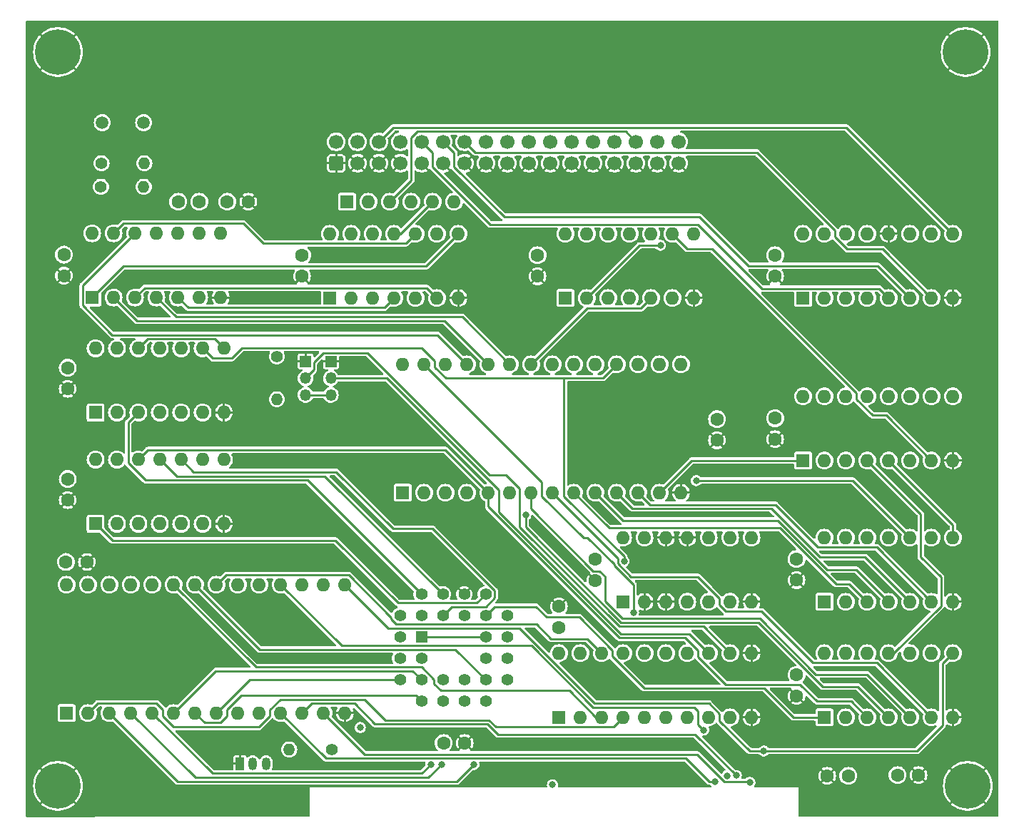
<source format=gbr>
G04 #@! TF.GenerationSoftware,KiCad,Pcbnew,(7.0.0-0)*
G04 #@! TF.CreationDate,2023-05-08T12:54:49+01:00*
G04 #@! TF.ProjectId,SFD700,53464437-3030-42e6-9b69-6361645f7063,rev?*
G04 #@! TF.SameCoordinates,Original*
G04 #@! TF.FileFunction,Copper,L3,Inr*
G04 #@! TF.FilePolarity,Positive*
%FSLAX46Y46*%
G04 Gerber Fmt 4.6, Leading zero omitted, Abs format (unit mm)*
G04 Created by KiCad (PCBNEW (7.0.0-0)) date 2023-05-08 12:54:49*
%MOMM*%
%LPD*%
G01*
G04 APERTURE LIST*
G04 Aperture macros list*
%AMRoundRect*
0 Rectangle with rounded corners*
0 $1 Rounding radius*
0 $2 $3 $4 $5 $6 $7 $8 $9 X,Y pos of 4 corners*
0 Add a 4 corners polygon primitive as box body*
4,1,4,$2,$3,$4,$5,$6,$7,$8,$9,$2,$3,0*
0 Add four circle primitives for the rounded corners*
1,1,$1+$1,$2,$3*
1,1,$1+$1,$4,$5*
1,1,$1+$1,$6,$7*
1,1,$1+$1,$8,$9*
0 Add four rect primitives between the rounded corners*
20,1,$1+$1,$2,$3,$4,$5,0*
20,1,$1+$1,$4,$5,$6,$7,0*
20,1,$1+$1,$6,$7,$8,$9,0*
20,1,$1+$1,$8,$9,$2,$3,0*%
G04 Aperture macros list end*
G04 #@! TA.AperFunction,ComponentPad*
%ADD10C,1.600000*%
G04 #@! TD*
G04 #@! TA.AperFunction,ComponentPad*
%ADD11RoundRect,0.250000X0.600000X-0.600000X0.600000X0.600000X-0.600000X0.600000X-0.600000X-0.600000X0*%
G04 #@! TD*
G04 #@! TA.AperFunction,ComponentPad*
%ADD12C,1.700000*%
G04 #@! TD*
G04 #@! TA.AperFunction,ComponentPad*
%ADD13C,1.400000*%
G04 #@! TD*
G04 #@! TA.AperFunction,ComponentPad*
%ADD14O,1.400000X1.400000*%
G04 #@! TD*
G04 #@! TA.AperFunction,ComponentPad*
%ADD15R,1.600000X1.600000*%
G04 #@! TD*
G04 #@! TA.AperFunction,ComponentPad*
%ADD16O,1.600000X1.600000*%
G04 #@! TD*
G04 #@! TA.AperFunction,ComponentPad*
%ADD17R,1.422400X1.422400*%
G04 #@! TD*
G04 #@! TA.AperFunction,ComponentPad*
%ADD18C,1.422400*%
G04 #@! TD*
G04 #@! TA.AperFunction,ComponentPad*
%ADD19C,1.500000*%
G04 #@! TD*
G04 #@! TA.AperFunction,ComponentPad*
%ADD20C,5.400000*%
G04 #@! TD*
G04 #@! TA.AperFunction,ComponentPad*
%ADD21R,1.350000X1.350000*%
G04 #@! TD*
G04 #@! TA.AperFunction,ComponentPad*
%ADD22O,1.350000X1.350000*%
G04 #@! TD*
G04 #@! TA.AperFunction,ComponentPad*
%ADD23R,1.050000X1.500000*%
G04 #@! TD*
G04 #@! TA.AperFunction,ComponentPad*
%ADD24O,1.050000X1.500000*%
G04 #@! TD*
G04 #@! TA.AperFunction,ViaPad*
%ADD25C,0.800000*%
G04 #@! TD*
G04 #@! TA.AperFunction,Conductor*
%ADD26C,0.250000*%
G04 #@! TD*
G04 APERTURE END LIST*
D10*
X161036000Y-68072000D03*
X161036000Y-70572000D03*
X104847000Y-67996000D03*
X104847000Y-70496000D03*
X133096000Y-68072000D03*
X133096000Y-70572000D03*
X105300000Y-94628000D03*
X105300000Y-97128000D03*
X105300000Y-81420000D03*
X105300000Y-83920000D03*
X152400000Y-125984000D03*
X149900000Y-125984000D03*
X197906000Y-129876000D03*
X195406000Y-129876000D03*
X203748000Y-129794000D03*
X206248000Y-129794000D03*
X163576000Y-112268000D03*
X163576000Y-109768000D03*
D11*
X137160000Y-57150000D03*
D12*
X137160000Y-54610000D03*
X139700000Y-57150000D03*
X139700000Y-54610000D03*
X142240000Y-57150000D03*
X142240000Y-54610000D03*
X144780000Y-57150000D03*
X144780000Y-54610000D03*
X147320000Y-57150000D03*
X147320000Y-54610000D03*
X149860000Y-57150000D03*
X149860000Y-54610000D03*
X152400000Y-57150000D03*
X152400000Y-54610000D03*
X154940000Y-57150000D03*
X154940000Y-54610000D03*
X157480000Y-57150000D03*
X157480000Y-54610000D03*
X160020000Y-57150000D03*
X160020000Y-54610000D03*
X162560000Y-57150000D03*
X162560000Y-54610000D03*
X165100000Y-57150000D03*
X165100000Y-54610000D03*
X167640000Y-57150000D03*
X167640000Y-54610000D03*
X170180000Y-57150000D03*
X170180000Y-54610000D03*
X172720000Y-57150000D03*
X172720000Y-54610000D03*
X175260000Y-57150000D03*
X175260000Y-54610000D03*
X177800000Y-57150000D03*
X177800000Y-54610000D03*
D13*
X130114000Y-80098000D03*
D14*
X130113999Y-85177999D03*
D13*
X136652000Y-126746000D03*
D14*
X131571999Y-126745999D03*
D15*
X138429999Y-61721999D03*
D16*
X140969999Y-61721999D03*
X143509999Y-61721999D03*
X146049999Y-61721999D03*
X148589999Y-61721999D03*
X151129999Y-61721999D03*
D15*
X164337999Y-73151999D03*
D16*
X166877999Y-73151999D03*
X169417999Y-73151999D03*
X171957999Y-73151999D03*
X174497999Y-73151999D03*
X177037999Y-73151999D03*
X179577999Y-73151999D03*
X179577999Y-65531999D03*
X177037999Y-65531999D03*
X174497999Y-65531999D03*
X171957999Y-65531999D03*
X169417999Y-65531999D03*
X166877999Y-65531999D03*
X164337999Y-65531999D03*
D15*
X108201999Y-73085999D03*
D16*
X110741999Y-73085999D03*
X113281999Y-73085999D03*
X115821999Y-73085999D03*
X118361999Y-73085999D03*
X120901999Y-73085999D03*
X123441999Y-73085999D03*
X123441999Y-65465999D03*
X120901999Y-65465999D03*
X118361999Y-65465999D03*
X115821999Y-65465999D03*
X113281999Y-65465999D03*
X110741999Y-65465999D03*
X108201999Y-65465999D03*
D15*
X171190999Y-109209999D03*
D16*
X173730999Y-109209999D03*
X176270999Y-109209999D03*
X178810999Y-109209999D03*
X181350999Y-109209999D03*
X183890999Y-109209999D03*
X186430999Y-109209999D03*
X186430999Y-101589999D03*
X183890999Y-101589999D03*
X181350999Y-101589999D03*
X178810999Y-101589999D03*
X176270999Y-101589999D03*
X173730999Y-101589999D03*
X171190999Y-101589999D03*
D15*
X108601999Y-99941999D03*
D16*
X111141999Y-99941999D03*
X113681999Y-99941999D03*
X116221999Y-99941999D03*
X118761999Y-99941999D03*
X121301999Y-99941999D03*
X123841999Y-99941999D03*
X123841999Y-92321999D03*
X121301999Y-92321999D03*
X118761999Y-92321999D03*
X116221999Y-92321999D03*
X113681999Y-92321999D03*
X111141999Y-92321999D03*
X108601999Y-92321999D03*
D17*
X147259999Y-113393999D03*
D18*
X144720000Y-115934000D03*
X147260000Y-115934000D03*
X144720000Y-118474000D03*
X147260000Y-121014000D03*
X147260000Y-118474000D03*
X149800000Y-121014000D03*
X149800000Y-118474000D03*
X152340000Y-121014000D03*
X152340000Y-118474000D03*
X154880000Y-121014000D03*
X157420000Y-118474000D03*
X154880000Y-118474000D03*
X157420000Y-115934000D03*
X154880000Y-115934000D03*
X157420000Y-113394000D03*
X154880000Y-113394000D03*
X157420000Y-110854000D03*
X154880000Y-108314000D03*
X154880000Y-110854000D03*
X152340000Y-108314000D03*
X152340000Y-110854000D03*
X149800000Y-108314000D03*
X149800000Y-110854000D03*
X147260000Y-108314000D03*
X144720000Y-110854000D03*
X147260000Y-110854000D03*
X144720000Y-113394000D03*
D15*
X163575999Y-122935999D03*
D16*
X166115999Y-122935999D03*
X168655999Y-122935999D03*
X171195999Y-122935999D03*
X173735999Y-122935999D03*
X176275999Y-122935999D03*
X178815999Y-122935999D03*
X181355999Y-122935999D03*
X183895999Y-122935999D03*
X186435999Y-122935999D03*
X186435999Y-115315999D03*
X183895999Y-115315999D03*
X181355999Y-115315999D03*
X178815999Y-115315999D03*
X176275999Y-115315999D03*
X173735999Y-115315999D03*
X171195999Y-115315999D03*
X168655999Y-115315999D03*
X166115999Y-115315999D03*
X163575999Y-115315999D03*
D15*
X195071999Y-122935999D03*
D16*
X197611999Y-122935999D03*
X200151999Y-122935999D03*
X202691999Y-122935999D03*
X205231999Y-122935999D03*
X207771999Y-122935999D03*
X210311999Y-122935999D03*
X210311999Y-115315999D03*
X207771999Y-115315999D03*
X205231999Y-115315999D03*
X202691999Y-115315999D03*
X200151999Y-115315999D03*
X197611999Y-115315999D03*
X195071999Y-115315999D03*
D15*
X192531999Y-73151999D03*
D16*
X195071999Y-73151999D03*
X197611999Y-73151999D03*
X200151999Y-73151999D03*
X202691999Y-73151999D03*
X205231999Y-73151999D03*
X207771999Y-73151999D03*
X210311999Y-73151999D03*
X210311999Y-65531999D03*
X207771999Y-65531999D03*
X205231999Y-65531999D03*
X202691999Y-65531999D03*
X200151999Y-65531999D03*
X197611999Y-65531999D03*
X195071999Y-65531999D03*
X192531999Y-65531999D03*
D15*
X195071999Y-109219999D03*
D16*
X197611999Y-109219999D03*
X200151999Y-109219999D03*
X202691999Y-109219999D03*
X205231999Y-109219999D03*
X207771999Y-109219999D03*
X210311999Y-109219999D03*
X210311999Y-101599999D03*
X207771999Y-101599999D03*
X205231999Y-101599999D03*
X202691999Y-101599999D03*
X200151999Y-101599999D03*
X197611999Y-101599999D03*
X195071999Y-101599999D03*
D15*
X192546999Y-92445999D03*
D16*
X195086999Y-92445999D03*
X197626999Y-92445999D03*
X200166999Y-92445999D03*
X202706999Y-92445999D03*
X205246999Y-92445999D03*
X207786999Y-92445999D03*
X210326999Y-92445999D03*
X210326999Y-84825999D03*
X207786999Y-84825999D03*
X205246999Y-84825999D03*
X202706999Y-84825999D03*
X200166999Y-84825999D03*
X197626999Y-84825999D03*
X195086999Y-84825999D03*
X192546999Y-84825999D03*
D19*
X114300000Y-52328000D03*
X109400000Y-52328000D03*
D10*
X167894000Y-104180000D03*
X167894000Y-106680000D03*
D20*
X104140000Y-131064000D03*
D10*
X191770000Y-104140000D03*
X191770000Y-106640000D03*
X191770000Y-120396000D03*
X191770000Y-117896000D03*
D21*
X136513999Y-80667999D03*
D22*
X136513999Y-82667999D03*
X136513999Y-84667999D03*
D21*
X133513999Y-80667999D03*
D22*
X133513999Y-82667999D03*
X133513999Y-84667999D03*
D13*
X109300000Y-57150000D03*
D14*
X114379999Y-57149999D03*
D10*
X124226000Y-61722000D03*
X126726000Y-61722000D03*
X189230000Y-68072000D03*
X189230000Y-70572000D03*
D15*
X145033999Y-96265999D03*
D16*
X147573999Y-96265999D03*
X150113999Y-96265999D03*
X152653999Y-96265999D03*
X155193999Y-96265999D03*
X157733999Y-96265999D03*
X160273999Y-96265999D03*
X162813999Y-96265999D03*
X165353999Y-96265999D03*
X167893999Y-96265999D03*
X170433999Y-96265999D03*
X172973999Y-96265999D03*
X175513999Y-96265999D03*
X178053999Y-96265999D03*
X178053999Y-81025999D03*
X175513999Y-81025999D03*
X172973999Y-81025999D03*
X170433999Y-81025999D03*
X167893999Y-81025999D03*
X165353999Y-81025999D03*
X162813999Y-81025999D03*
X160273999Y-81025999D03*
X157733999Y-81025999D03*
X155193999Y-81025999D03*
X152653999Y-81025999D03*
X150113999Y-81025999D03*
X147573999Y-81025999D03*
X145033999Y-81025999D03*
D10*
X182334000Y-90036000D03*
X182334000Y-87536000D03*
D20*
X212090000Y-131064000D03*
D23*
X125729999Y-128445999D03*
D24*
X127253999Y-128445999D03*
X128828799Y-128445999D03*
D13*
X109240000Y-59944000D03*
D14*
X114319999Y-59943999D03*
D10*
X189230000Y-89916000D03*
X189230000Y-87416000D03*
X118404000Y-61722000D03*
X120904000Y-61722000D03*
D20*
X104140000Y-43942000D03*
X211836000Y-43942000D03*
D10*
X107586000Y-104487000D03*
X105086000Y-104487000D03*
D15*
X105155999Y-122427999D03*
D16*
X107695999Y-122427999D03*
X110235999Y-122427999D03*
X112775999Y-122427999D03*
X115315999Y-122427999D03*
X117855999Y-122427999D03*
X120395999Y-122427999D03*
X122935999Y-122427999D03*
X125475999Y-122427999D03*
X128015999Y-122427999D03*
X130555999Y-122427999D03*
X133095999Y-122427999D03*
X135635999Y-122427999D03*
X138175999Y-122427999D03*
X138175999Y-107187999D03*
X135635999Y-107187999D03*
X133095999Y-107187999D03*
X130555999Y-107187999D03*
X128015999Y-107187999D03*
X125475999Y-107187999D03*
X122935999Y-107187999D03*
X120395999Y-107187999D03*
X117855999Y-107187999D03*
X115315999Y-107187999D03*
X112775999Y-107187999D03*
X110235999Y-107187999D03*
X107695999Y-107187999D03*
X105155999Y-107187999D03*
D15*
X136397999Y-73151999D03*
D16*
X138937999Y-73151999D03*
X141477999Y-73151999D03*
X144017999Y-73151999D03*
X146557999Y-73151999D03*
X149097999Y-73151999D03*
X151637999Y-73151999D03*
X151637999Y-65531999D03*
X149097999Y-65531999D03*
X146557999Y-65531999D03*
X144017999Y-65531999D03*
X141477999Y-65531999D03*
X138937999Y-65531999D03*
X136397999Y-65531999D03*
D15*
X108601999Y-86733999D03*
D16*
X111141999Y-86733999D03*
X113681999Y-86733999D03*
X116221999Y-86733999D03*
X118761999Y-86733999D03*
X121301999Y-86733999D03*
X123841999Y-86733999D03*
X123841999Y-79113999D03*
X121301999Y-79113999D03*
X118761999Y-79113999D03*
X116221999Y-79113999D03*
X113681999Y-79113999D03*
X111141999Y-79113999D03*
X108601999Y-79113999D03*
D25*
X159639000Y-98894000D03*
X172436400Y-110458200D03*
X171302900Y-104386500D03*
X175623400Y-66897600D03*
X140000300Y-124144900D03*
X148381700Y-128521000D03*
X149646800Y-128521000D03*
X153478400Y-128521000D03*
X162814000Y-130943900D03*
X180742300Y-124427600D03*
X179855400Y-94824900D03*
X182118000Y-130556000D03*
X183519100Y-129860600D03*
X184613300Y-129832600D03*
X187889700Y-126925700D03*
X186238349Y-130642249D03*
D26*
X180742300Y-124427600D02*
X180086000Y-123771300D01*
X180086000Y-123771300D02*
X180086000Y-122174000D01*
X180086000Y-122174000D02*
X179658700Y-121746700D01*
X179658700Y-121746700D02*
X167653200Y-121746700D01*
X167653200Y-121746700D02*
X160337000Y-114430500D01*
X160337000Y-114430500D02*
X137798500Y-114430500D01*
X137798500Y-114430500D02*
X130556000Y-107188000D01*
X138176000Y-107188000D02*
X143328800Y-112340800D01*
X143328800Y-112340800D02*
X158884200Y-112340800D01*
X158884200Y-112340800D02*
X167818000Y-121274600D01*
X167818000Y-121274600D02*
X181381850Y-121274600D01*
X181381850Y-121274600D02*
X182626000Y-122518750D01*
X182626000Y-122518750D02*
X182626000Y-123335400D01*
X182626000Y-123335400D02*
X186216300Y-126925700D01*
X186216300Y-126925700D02*
X187889700Y-126925700D01*
X187889700Y-126925700D02*
X206068300Y-126925700D01*
X206068300Y-126925700D02*
X209088600Y-123905400D01*
X209088600Y-123905400D02*
X209088600Y-116539400D01*
X209088600Y-116539400D02*
X210312000Y-115316000D01*
X186182000Y-130585900D02*
X183218700Y-130585900D01*
X186238349Y-130642249D02*
X186182000Y-130585900D01*
X140553400Y-127345400D02*
X135636000Y-122428000D01*
X183218700Y-130585900D02*
X179978200Y-127345400D01*
X179978200Y-127345400D02*
X140553400Y-127345400D01*
X181399800Y-130556000D02*
X178639500Y-127795700D01*
X182118000Y-130556000D02*
X181399800Y-130556000D01*
X178639500Y-127795700D02*
X135923700Y-127795700D01*
X135923700Y-127795700D02*
X130556000Y-122428000D01*
X134514400Y-81667600D02*
X133514000Y-82668000D01*
X134514400Y-80792500D02*
X134514400Y-81667600D01*
X135639300Y-79667600D02*
X134514400Y-80792500D01*
X140824100Y-79667600D02*
X135639300Y-79667600D01*
X155305200Y-94148700D02*
X140824100Y-79667600D01*
X157252900Y-94148700D02*
X155305200Y-94148700D01*
X158913500Y-95809300D02*
X157252900Y-94148700D01*
X158913500Y-100298700D02*
X158913500Y-95809300D01*
X170751600Y-112136800D02*
X158913500Y-100298700D01*
X180716800Y-112136800D02*
X170751600Y-112136800D01*
X183896000Y-115316000D02*
X180716800Y-112136800D01*
X174396500Y-97688500D02*
X172974000Y-96266000D01*
X189266400Y-97688500D02*
X174396500Y-97688500D01*
X194303300Y-102725400D02*
X189266400Y-97688500D01*
X201277400Y-102725400D02*
X194303300Y-102725400D01*
X207772000Y-109220000D02*
X201277400Y-102725400D01*
X199910400Y-103898400D02*
X205232000Y-109220000D01*
X194527300Y-103898400D02*
X199910400Y-103898400D01*
X188767800Y-98138900D02*
X194527300Y-103898400D01*
X172306900Y-98138900D02*
X188767800Y-98138900D01*
X170434000Y-96266000D02*
X172306900Y-98138900D01*
X198862000Y-105390000D02*
X202692000Y-109220000D01*
X195382000Y-105390000D02*
X198862000Y-105390000D01*
X189556000Y-99564000D02*
X195382000Y-105390000D01*
X171192000Y-99564000D02*
X189556000Y-99564000D01*
X167894000Y-96266000D02*
X171192000Y-99564000D01*
X198034700Y-107102700D02*
X200152000Y-109220000D01*
X196457800Y-107102700D02*
X198034700Y-107102700D01*
X189819700Y-100464600D02*
X196457800Y-107102700D01*
X169552600Y-100464600D02*
X189819700Y-100464600D01*
X165354000Y-96266000D02*
X169552600Y-100464600D01*
X201277400Y-116441400D02*
X207772000Y-122936000D01*
X193727700Y-116441400D02*
X201277400Y-116441400D01*
X187621700Y-110335400D02*
X193727700Y-116441400D01*
X183377000Y-110335400D02*
X187621700Y-110335400D01*
X182621000Y-109579400D02*
X183377000Y-110335400D01*
X182621000Y-108823300D02*
X182621000Y-109579400D01*
X180033100Y-106235400D02*
X182621000Y-108823300D01*
X172126100Y-106235400D02*
X180033100Y-106235400D01*
X170577600Y-104686900D02*
X172126100Y-106235400D01*
X170577600Y-104029600D02*
X170577600Y-104686900D01*
X162814000Y-96266000D02*
X170577600Y-104029600D01*
X200126500Y-117830500D02*
X205232000Y-122936000D01*
X200126500Y-117830400D02*
X200126500Y-117830500D01*
X194052300Y-117830400D02*
X200126500Y-117830400D01*
X187433300Y-111211400D02*
X194052300Y-117830400D01*
X171113500Y-111211400D02*
X187433300Y-111211400D01*
X169019300Y-109117200D02*
X171113500Y-111211400D01*
X169019300Y-106213800D02*
X169019300Y-109117200D01*
X168360200Y-105554700D02*
X169019300Y-106213800D01*
X167660800Y-105554700D02*
X168360200Y-105554700D01*
X160274000Y-98167900D02*
X167660800Y-105554700D01*
X160274000Y-96266000D02*
X160274000Y-98167900D01*
X199021300Y-119265300D02*
X202692000Y-122936000D01*
X194850300Y-119265300D02*
X199021300Y-119265300D01*
X187271500Y-111686500D02*
X194850300Y-119265300D01*
X170944500Y-111686500D02*
X187271500Y-111686500D01*
X159639000Y-100381000D02*
X170944500Y-111686500D01*
X159639000Y-98894000D02*
X159639000Y-100381000D01*
X172436400Y-107191700D02*
X172436400Y-110458200D01*
X170127300Y-104882600D02*
X172436400Y-107191700D01*
X170127300Y-104770200D02*
X170127300Y-104882600D01*
X166967900Y-101610800D02*
X170127300Y-104770200D01*
X166491300Y-101610800D02*
X166967900Y-101610800D01*
X161544000Y-96663500D02*
X166491300Y-101610800D01*
X161544000Y-94996000D02*
X161544000Y-96663500D01*
X147574000Y-81026000D02*
X161544000Y-94996000D01*
X124086900Y-106037100D02*
X122936000Y-107188000D01*
X138650900Y-106037100D02*
X124086900Y-106037100D01*
X143677800Y-111064000D02*
X138650900Y-106037100D01*
X143677800Y-111289500D02*
X143677800Y-111064000D01*
X144278800Y-111890500D02*
X143677800Y-111289500D01*
X160921100Y-111890500D02*
X144278800Y-111890500D01*
X162663000Y-113632400D02*
X160921100Y-111890500D01*
X166972400Y-113632400D02*
X162663000Y-113632400D01*
X168656000Y-115316000D02*
X166972400Y-113632400D01*
X191404400Y-122936000D02*
X195072000Y-122936000D01*
X187940200Y-119471800D02*
X191404400Y-122936000D01*
X173693400Y-119471800D02*
X187940200Y-119471800D01*
X169926000Y-115704400D02*
X173693400Y-119471800D01*
X169926000Y-114967200D02*
X169926000Y-115704400D01*
X165976800Y-111018000D02*
X169926000Y-114967200D01*
X162077800Y-111018000D02*
X165976800Y-111018000D01*
X160844600Y-109784800D02*
X162077800Y-111018000D01*
X155949200Y-109784800D02*
X160844600Y-109784800D01*
X154880000Y-110854000D02*
X155949200Y-109784800D01*
X111898500Y-69389500D02*
X108202000Y-73086000D01*
X147780500Y-69389500D02*
X111898500Y-69389500D01*
X151638000Y-65532000D02*
X147780500Y-69389500D01*
X154880000Y-113394000D02*
X147260000Y-113394000D01*
X122708400Y-77980400D02*
X123842000Y-79114000D01*
X114815600Y-77980400D02*
X122708400Y-77980400D01*
X113682000Y-79114000D02*
X114815600Y-77980400D01*
X133731300Y-94785300D02*
X147260000Y-108314000D01*
X114524400Y-94785300D02*
X133731300Y-94785300D01*
X112491400Y-92752300D02*
X114524400Y-94785300D01*
X112491400Y-87924600D02*
X112491400Y-92752300D01*
X113682000Y-86734000D02*
X112491400Y-87924600D01*
X150118400Y-91190400D02*
X155194000Y-96266000D01*
X114813600Y-91190400D02*
X150118400Y-91190400D01*
X113682000Y-92322000D02*
X114813600Y-91190400D01*
X198242700Y-121026700D02*
X200152000Y-122936000D01*
X194206400Y-121026700D02*
X198242700Y-121026700D01*
X192201100Y-119021400D02*
X194206400Y-121026700D01*
X183390200Y-119021400D02*
X192201100Y-119021400D01*
X180086000Y-115717200D02*
X183390200Y-119021400D01*
X180086000Y-114992900D02*
X180086000Y-115717200D01*
X178580900Y-113487800D02*
X180086000Y-114992900D01*
X170757500Y-113487800D02*
X178580900Y-113487800D01*
X155194000Y-97924300D02*
X170757500Y-113487800D01*
X155194000Y-96266000D02*
X155194000Y-97924300D01*
X118234900Y-94334900D02*
X116222000Y-92322000D01*
X135820900Y-94334900D02*
X118234900Y-94334900D01*
X149800000Y-108314000D02*
X135820900Y-94334900D01*
X179334000Y-92446000D02*
X192547000Y-92446000D01*
X175514000Y-96266000D02*
X179334000Y-92446000D01*
X120229900Y-93789900D02*
X118762000Y-92322000D01*
X137165200Y-93789900D02*
X120229900Y-93789900D01*
X143908600Y-100533300D02*
X137165200Y-93789900D01*
X148579600Y-100533300D02*
X143908600Y-100533300D01*
X155947800Y-107901500D02*
X148579600Y-100533300D01*
X155947800Y-108757600D02*
X155947800Y-107901500D01*
X154899400Y-109806000D02*
X155947800Y-108757600D01*
X150848000Y-109806000D02*
X154899400Y-109806000D01*
X149800000Y-110854000D02*
X150848000Y-109806000D01*
X171302900Y-103825000D02*
X171302900Y-104386500D01*
X164157900Y-96680000D02*
X171302900Y-103825000D01*
X164157900Y-82645300D02*
X164157900Y-96680000D01*
X150140100Y-82645300D02*
X164157900Y-82645300D01*
X148844000Y-81349200D02*
X150140100Y-82645300D01*
X148844000Y-80624800D02*
X148844000Y-81349200D01*
X147289600Y-79070400D02*
X148844000Y-80624800D01*
X125967200Y-79070400D02*
X147289600Y-79070400D01*
X124747300Y-80290300D02*
X125967200Y-79070400D01*
X122478300Y-80290300D02*
X124747300Y-80290300D01*
X121302000Y-79114000D02*
X122478300Y-80290300D01*
X168814700Y-82645300D02*
X170434000Y-81026000D01*
X164157900Y-82645300D02*
X168814700Y-82645300D01*
X110607000Y-101947000D02*
X108602000Y-99942000D01*
X137078000Y-101947000D02*
X110607000Y-101947000D01*
X144481600Y-109350600D02*
X137078000Y-101947000D01*
X153843400Y-109350600D02*
X144481600Y-109350600D01*
X154880000Y-108314000D02*
X153843400Y-109350600D01*
X107076600Y-71671400D02*
X113282000Y-65466000D01*
X107076600Y-74033800D02*
X107076600Y-71671400D01*
X110572800Y-77530000D02*
X107076600Y-74033800D01*
X149158000Y-77530000D02*
X110572800Y-77530000D01*
X152654000Y-81026000D02*
X149158000Y-77530000D01*
X118135400Y-75399400D02*
X115822000Y-73086000D01*
X152107400Y-75399400D02*
X118135400Y-75399400D01*
X157734000Y-81026000D02*
X152107400Y-75399400D01*
X113505700Y-75849700D02*
X110742000Y-73086000D01*
X150017700Y-75849700D02*
X113505700Y-75849700D01*
X155194000Y-81026000D02*
X150017700Y-75849700D01*
X114407400Y-71960600D02*
X113282000Y-73086000D01*
X147906600Y-71960600D02*
X114407400Y-71960600D01*
X149098000Y-73152000D02*
X147906600Y-71960600D01*
X178792300Y-67286300D02*
X177038000Y-65532000D01*
X181725500Y-67286300D02*
X178792300Y-67286300D01*
X198897000Y-84457800D02*
X181725500Y-67286300D01*
X198897000Y-85179700D02*
X198897000Y-84457800D01*
X200798700Y-87081400D02*
X198897000Y-85179700D01*
X202422400Y-87081400D02*
X200798700Y-87081400D01*
X207787000Y-92446000D02*
X202422400Y-87081400D01*
X119573400Y-74297400D02*
X118362000Y-73086000D01*
X142872600Y-74297400D02*
X119573400Y-74297400D01*
X144018000Y-73152000D02*
X142872600Y-74297400D01*
X173264300Y-74385700D02*
X174498000Y-73152000D01*
X166914300Y-74385700D02*
X173264300Y-74385700D01*
X160274000Y-81026000D02*
X166914300Y-74385700D01*
X111904100Y-64303900D02*
X110742000Y-65466000D01*
X126119700Y-64303900D02*
X111904100Y-64303900D01*
X128473600Y-66657800D02*
X126119700Y-64303900D01*
X145432200Y-66657800D02*
X128473600Y-66657800D01*
X146558000Y-65532000D02*
X145432200Y-66657800D01*
X143187600Y-82668000D02*
X136514000Y-82668000D01*
X156464000Y-95944400D02*
X143187600Y-82668000D01*
X156464000Y-98557400D02*
X156464000Y-95944400D01*
X170944000Y-113037400D02*
X156464000Y-98557400D01*
X179077400Y-113037400D02*
X170944000Y-113037400D01*
X181356000Y-115316000D02*
X179077400Y-113037400D01*
X133514000Y-84668000D02*
X136514000Y-84668000D01*
X173132400Y-66897600D02*
X175623400Y-66897600D01*
X166878000Y-73152000D02*
X173132400Y-66897600D01*
X171482900Y-53372900D02*
X172720000Y-54610000D01*
X146830100Y-53372900D02*
X171482900Y-53372900D01*
X146050000Y-54153000D02*
X146830100Y-53372900D01*
X146050000Y-59182000D02*
X146050000Y-54153000D01*
X143510000Y-61722000D02*
X146050000Y-59182000D01*
X144780000Y-65532000D02*
X148590000Y-61722000D01*
X144018000Y-65532000D02*
X144780000Y-65532000D01*
X201976300Y-67356300D02*
X207772000Y-73152000D01*
X197788900Y-67356300D02*
X201976300Y-67356300D01*
X196342000Y-65909400D02*
X197788900Y-67356300D01*
X196342000Y-65157900D02*
X196342000Y-65909400D01*
X187064100Y-55880000D02*
X196342000Y-65157900D01*
X153670000Y-55880000D02*
X187064100Y-55880000D01*
X152400000Y-54610000D02*
X153670000Y-55880000D01*
X151130000Y-55880000D02*
X149860000Y-54610000D01*
X151130000Y-57548700D02*
X151130000Y-55880000D01*
X157087300Y-63506000D02*
X151130000Y-57548700D01*
X180272500Y-63506000D02*
X157087300Y-63506000D01*
X186088500Y-69322000D02*
X180272500Y-63506000D01*
X201402000Y-69322000D02*
X186088500Y-69322000D01*
X205232000Y-73152000D02*
X201402000Y-69322000D01*
X148590000Y-55880000D02*
X147320000Y-54610000D01*
X148590000Y-57575400D02*
X148590000Y-55880000D01*
X155421300Y-64406700D02*
X148590000Y-57575400D01*
X180044200Y-64406700D02*
X155421300Y-64406700D01*
X187664200Y-72026700D02*
X180044200Y-64406700D01*
X201566700Y-72026700D02*
X187664200Y-72026700D01*
X202692000Y-73152000D02*
X201566700Y-72026700D01*
X143942700Y-52907300D02*
X142240000Y-54610000D01*
X197687300Y-52907300D02*
X143942700Y-52907300D01*
X210312000Y-65532000D02*
X197687300Y-52907300D01*
X126890000Y-118474000D02*
X144720000Y-118474000D01*
X122936000Y-122428000D02*
X126890000Y-118474000D01*
X146602300Y-120356300D02*
X147260000Y-121014000D01*
X125898800Y-120356300D02*
X146602300Y-120356300D01*
X124206000Y-122049100D02*
X125898800Y-120356300D01*
X124206000Y-122811900D02*
X124206000Y-122049100D01*
X123447600Y-123570300D02*
X124206000Y-122811900D01*
X121538300Y-123570300D02*
X123447600Y-123570300D01*
X120396000Y-122428000D02*
X121538300Y-123570300D01*
X146207000Y-117421000D02*
X147260000Y-118474000D01*
X122863000Y-117421000D02*
X146207000Y-117421000D01*
X117856000Y-122428000D02*
X122863000Y-117421000D01*
X147326300Y-129576400D02*
X148381700Y-128521000D01*
X122464400Y-129576400D02*
X147326300Y-129576400D01*
X115316000Y-122428000D02*
X122464400Y-129576400D01*
X148097800Y-130070000D02*
X149646800Y-128521000D01*
X120418000Y-130070000D02*
X148097800Y-130070000D01*
X112776000Y-122428000D02*
X120418000Y-130070000D01*
X151438800Y-130560600D02*
X153478400Y-128521000D01*
X118368600Y-130560600D02*
X151438800Y-130560600D01*
X110236000Y-122428000D02*
X118368600Y-130560600D01*
X151286900Y-114880900D02*
X154880000Y-118474000D01*
X128088900Y-114880900D02*
X151286900Y-114880900D01*
X120396000Y-107188000D02*
X128088900Y-114880900D01*
X167978000Y-122936000D02*
X168656000Y-122936000D01*
X164786000Y-119744000D02*
X167978000Y-122936000D01*
X149567700Y-119744000D02*
X164786000Y-119744000D01*
X148763400Y-118939700D02*
X149567700Y-119744000D01*
X148763400Y-118457000D02*
X148763400Y-118939700D01*
X147276900Y-116970500D02*
X148763400Y-118457000D01*
X127638500Y-116970500D02*
X147276900Y-116970500D01*
X117856000Y-107188000D02*
X127638500Y-116970500D01*
X108871400Y-121252600D02*
X107696000Y-122428000D01*
X115815400Y-121252600D02*
X108871400Y-121252600D01*
X116586000Y-122023200D02*
X115815400Y-121252600D01*
X116586000Y-122801600D02*
X116586000Y-122023200D01*
X117855700Y-124071300D02*
X116586000Y-122801600D01*
X127999600Y-124071300D02*
X117855700Y-124071300D01*
X129286000Y-122784900D02*
X127999600Y-124071300D01*
X129286000Y-122043700D02*
X129286000Y-122784900D01*
X130502100Y-120827600D02*
X129286000Y-122043700D01*
X140532700Y-120827600D02*
X130502100Y-120827600D01*
X142976200Y-123271100D02*
X140532700Y-120827600D01*
X155263500Y-123271100D02*
X142976200Y-123271100D01*
X156073100Y-124080700D02*
X155263500Y-123271100D01*
X170051300Y-124080700D02*
X156073100Y-124080700D01*
X171196000Y-122936000D02*
X170051300Y-124080700D01*
X210312000Y-100051000D02*
X210312000Y-101600000D01*
X202707000Y-92446000D02*
X210312000Y-100051000D01*
X198456900Y-94824900D02*
X179855400Y-94824900D01*
X205232000Y-101600000D02*
X198456900Y-94824900D01*
X206502000Y-98781000D02*
X200167000Y-92446000D01*
X206502000Y-103913000D02*
X206502000Y-98781000D01*
X208897400Y-106308400D02*
X206502000Y-103913000D01*
X208897400Y-109695900D02*
X208897400Y-106308400D01*
X203277300Y-115316000D02*
X208897400Y-109695900D01*
X202692000Y-115316000D02*
X203277300Y-115316000D01*
X134246000Y-121278000D02*
X133096000Y-122428000D01*
X139301300Y-121278000D02*
X134246000Y-121278000D01*
X141744700Y-123721400D02*
X139301300Y-121278000D01*
X155076700Y-123721400D02*
X141744700Y-123721400D01*
X156332900Y-124977600D02*
X155076700Y-123721400D01*
X179758300Y-124977600D02*
X156332900Y-124977600D01*
X184613300Y-129832600D02*
X179758300Y-124977600D01*
G04 #@! TA.AperFunction,Conductor*
G36*
X215687994Y-40266620D02*
G01*
X215733385Y-40312008D01*
X215750000Y-40374011D01*
X215750000Y-134626000D01*
X215733387Y-134688000D01*
X215688000Y-134733387D01*
X215626000Y-134750000D01*
X192124000Y-134750000D01*
X192062000Y-134733387D01*
X192016613Y-134688000D01*
X192000000Y-134626000D01*
X192000000Y-133238345D01*
X210097711Y-133238345D01*
X210105398Y-133249671D01*
X210322624Y-133431946D01*
X210328422Y-133436263D01*
X210609480Y-133621118D01*
X210615729Y-133624725D01*
X210916347Y-133775702D01*
X210922986Y-133778565D01*
X211239107Y-133893624D01*
X211246004Y-133895689D01*
X211573363Y-133973275D01*
X211580447Y-133974524D01*
X211914611Y-134013582D01*
X211921780Y-134014000D01*
X212258220Y-134014000D01*
X212265388Y-134013582D01*
X212599552Y-133974524D01*
X212606636Y-133973275D01*
X212933995Y-133895689D01*
X212940892Y-133893624D01*
X213257013Y-133778565D01*
X213263652Y-133775702D01*
X213564270Y-133624725D01*
X213570519Y-133621118D01*
X213851577Y-133436263D01*
X213857375Y-133431946D01*
X214074600Y-133249671D01*
X214082287Y-133238345D01*
X214075616Y-133226393D01*
X212101542Y-131252319D01*
X212090000Y-131245655D01*
X212078457Y-131252319D01*
X210104382Y-133226393D01*
X210097711Y-133238345D01*
X192000000Y-133238345D01*
X192000000Y-131266326D01*
X192000000Y-131250000D01*
X191983674Y-131250000D01*
X186850387Y-131250000D01*
X186786237Y-131232117D01*
X186740590Y-131183626D01*
X186726613Y-131118513D01*
X186744180Y-131067605D01*
X209135211Y-131067605D01*
X209154771Y-131403439D01*
X209155610Y-131410619D01*
X209214025Y-131741912D01*
X209215687Y-131748925D01*
X209312177Y-132071223D01*
X209314634Y-132077972D01*
X209447887Y-132386890D01*
X209451120Y-132393326D01*
X209619325Y-132684666D01*
X209623293Y-132690698D01*
X209824186Y-132960546D01*
X209828813Y-132966059D01*
X209905921Y-133047788D01*
X209917409Y-133054798D01*
X209929094Y-133048127D01*
X211901680Y-131075542D01*
X211908344Y-131064000D01*
X211908343Y-131063999D01*
X212271655Y-131063999D01*
X212278319Y-131075542D01*
X214250904Y-133048127D01*
X214262590Y-133054798D01*
X214274076Y-133047791D01*
X214351186Y-132966059D01*
X214355816Y-132960541D01*
X214556706Y-132690698D01*
X214560674Y-132684666D01*
X214728879Y-132393326D01*
X214732112Y-132386890D01*
X214865365Y-132077972D01*
X214867822Y-132071223D01*
X214964312Y-131748925D01*
X214965974Y-131741912D01*
X215024389Y-131410619D01*
X215025228Y-131403439D01*
X215044789Y-131067605D01*
X215044789Y-131060395D01*
X215025228Y-130724560D01*
X215024389Y-130717380D01*
X214965974Y-130386087D01*
X214964312Y-130379074D01*
X214867822Y-130056776D01*
X214865365Y-130050027D01*
X214732112Y-129741109D01*
X214728879Y-129734673D01*
X214560674Y-129443333D01*
X214556706Y-129437301D01*
X214355813Y-129167453D01*
X214351186Y-129161940D01*
X214274077Y-129080210D01*
X214262589Y-129073200D01*
X214250904Y-129079871D01*
X212278319Y-131052457D01*
X212271655Y-131063999D01*
X211908343Y-131063999D01*
X211901680Y-131052457D01*
X209929094Y-129079871D01*
X209917408Y-129073200D01*
X209905923Y-129080207D01*
X209828805Y-129161949D01*
X209824190Y-129167448D01*
X209623293Y-129437301D01*
X209619325Y-129443333D01*
X209451120Y-129734673D01*
X209447887Y-129741109D01*
X209314634Y-130050027D01*
X209312177Y-130056776D01*
X209215687Y-130379074D01*
X209214025Y-130386087D01*
X209155610Y-130717380D01*
X209154771Y-130724560D01*
X209135211Y-131060395D01*
X209135211Y-131067605D01*
X186744180Y-131067605D01*
X186748337Y-131055560D01*
X186791380Y-130993201D01*
X186822136Y-130948644D01*
X186878498Y-130800031D01*
X186890466Y-130701462D01*
X194762644Y-130701462D01*
X194770456Y-130712750D01*
X194815115Y-130749400D01*
X194825206Y-130756143D01*
X194996865Y-130847896D01*
X195008065Y-130852535D01*
X195194333Y-130909039D01*
X195206228Y-130911405D01*
X195399939Y-130930484D01*
X195412061Y-130930484D01*
X195605771Y-130911405D01*
X195617666Y-130909039D01*
X195803934Y-130852535D01*
X195815134Y-130847896D01*
X195986795Y-130756142D01*
X195996883Y-130749400D01*
X196041541Y-130712751D01*
X196049354Y-130701461D01*
X196042687Y-130689464D01*
X195417542Y-130064319D01*
X195406000Y-130057655D01*
X195394457Y-130064319D01*
X194769312Y-130689463D01*
X194762644Y-130701462D01*
X186890466Y-130701462D01*
X186897656Y-130642249D01*
X186878498Y-130484467D01*
X186822136Y-130335854D01*
X186731847Y-130205048D01*
X186645294Y-130128368D01*
X186618493Y-130104624D01*
X186618490Y-130104622D01*
X186612878Y-130099650D01*
X186591725Y-130088548D01*
X186478781Y-130029270D01*
X186478778Y-130029268D01*
X186472142Y-130025786D01*
X186442074Y-130018375D01*
X186325101Y-129989543D01*
X186325096Y-129989542D01*
X186317820Y-129987749D01*
X186158878Y-129987749D01*
X186151602Y-129989542D01*
X186151596Y-129989543D01*
X186011838Y-130023991D01*
X186011836Y-130023991D01*
X186004556Y-130025786D01*
X185997922Y-130029267D01*
X185997916Y-130029270D01*
X185870459Y-130096165D01*
X185870455Y-130096167D01*
X185863820Y-130099650D01*
X185858211Y-130104619D01*
X185858204Y-130104624D01*
X185778525Y-130175215D01*
X185740269Y-130198342D01*
X185696298Y-130206400D01*
X185351169Y-130206400D01*
X185293543Y-130192197D01*
X185249119Y-130152840D01*
X185228073Y-130097346D01*
X185235227Y-130038429D01*
X185253449Y-129990382D01*
X185266601Y-129882061D01*
X194351516Y-129882061D01*
X194370594Y-130075771D01*
X194372960Y-130087666D01*
X194429464Y-130273934D01*
X194434103Y-130285134D01*
X194525856Y-130456793D01*
X194532599Y-130466885D01*
X194569248Y-130511542D01*
X194580536Y-130519354D01*
X194592535Y-130512686D01*
X195217680Y-129887542D01*
X195224344Y-129876000D01*
X195587655Y-129876000D01*
X195594319Y-129887542D01*
X196219464Y-130512687D01*
X196231461Y-130519354D01*
X196242751Y-130511541D01*
X196279400Y-130466883D01*
X196286142Y-130456795D01*
X196377896Y-130285134D01*
X196382535Y-130273934D01*
X196439039Y-130087666D01*
X196441405Y-130075771D01*
X196460484Y-129882061D01*
X196460484Y-129876000D01*
X196846398Y-129876000D01*
X196846995Y-129882061D01*
X196866160Y-130076653D01*
X196866161Y-130076659D01*
X196866758Y-130082718D01*
X196868525Y-130088543D01*
X196868526Y-130088548D01*
X196903810Y-130204864D01*
X196927055Y-130281492D01*
X196929924Y-130286860D01*
X196929926Y-130286864D01*
X197022098Y-130459305D01*
X197024973Y-130464683D01*
X197156748Y-130625252D01*
X197317317Y-130757027D01*
X197500508Y-130854945D01*
X197699282Y-130915242D01*
X197906000Y-130935602D01*
X198112718Y-130915242D01*
X198311492Y-130854945D01*
X198494683Y-130757027D01*
X198655252Y-130625252D01*
X198787027Y-130464683D01*
X198884945Y-130281492D01*
X198945242Y-130082718D01*
X198965602Y-129876000D01*
X198957526Y-129794000D01*
X202688398Y-129794000D01*
X202688995Y-129800061D01*
X202708160Y-129994653D01*
X202708161Y-129994659D01*
X202708758Y-130000718D01*
X202710525Y-130006543D01*
X202710526Y-130006548D01*
X202763476Y-130181100D01*
X202769055Y-130199492D01*
X202771924Y-130204860D01*
X202771926Y-130204864D01*
X202864098Y-130377305D01*
X202866973Y-130382683D01*
X202870839Y-130387394D01*
X202870840Y-130387395D01*
X202979135Y-130519354D01*
X202998748Y-130543252D01*
X203159317Y-130675027D01*
X203342508Y-130772945D01*
X203541282Y-130833242D01*
X203748000Y-130853602D01*
X203954718Y-130833242D01*
X204153492Y-130772945D01*
X204336683Y-130675027D01*
X204404389Y-130619462D01*
X205604644Y-130619462D01*
X205612456Y-130630750D01*
X205657115Y-130667400D01*
X205667206Y-130674143D01*
X205838865Y-130765896D01*
X205850065Y-130770535D01*
X206036333Y-130827039D01*
X206048228Y-130829405D01*
X206241939Y-130848484D01*
X206254061Y-130848484D01*
X206447771Y-130829405D01*
X206459666Y-130827039D01*
X206645934Y-130770535D01*
X206657134Y-130765896D01*
X206828795Y-130674142D01*
X206838883Y-130667400D01*
X206883541Y-130630751D01*
X206891354Y-130619461D01*
X206884687Y-130607464D01*
X206259542Y-129982319D01*
X206248000Y-129975655D01*
X206236457Y-129982319D01*
X205611312Y-130607463D01*
X205604644Y-130619462D01*
X204404389Y-130619462D01*
X204497252Y-130543252D01*
X204629027Y-130382683D01*
X204726945Y-130199492D01*
X204787242Y-130000718D01*
X204807005Y-129800061D01*
X205193516Y-129800061D01*
X205212594Y-129993771D01*
X205214960Y-130005666D01*
X205271464Y-130191934D01*
X205276103Y-130203134D01*
X205367856Y-130374793D01*
X205374599Y-130384885D01*
X205411248Y-130429542D01*
X205422536Y-130437354D01*
X205434535Y-130430686D01*
X206059680Y-129805542D01*
X206066344Y-129793999D01*
X206429655Y-129793999D01*
X206436319Y-129805542D01*
X207061464Y-130430687D01*
X207073461Y-130437354D01*
X207084751Y-130429541D01*
X207121400Y-130384883D01*
X207128142Y-130374795D01*
X207219896Y-130203134D01*
X207224535Y-130191934D01*
X207281039Y-130005666D01*
X207283405Y-129993771D01*
X207302484Y-129800061D01*
X207302484Y-129787939D01*
X207283405Y-129594228D01*
X207281039Y-129582333D01*
X207224535Y-129396065D01*
X207219896Y-129384865D01*
X207128143Y-129213206D01*
X207121400Y-129203115D01*
X207084750Y-129158456D01*
X207073462Y-129150644D01*
X207061463Y-129157312D01*
X206436319Y-129782457D01*
X206429655Y-129793999D01*
X206066344Y-129793999D01*
X206059680Y-129782457D01*
X205434535Y-129157312D01*
X205422536Y-129150644D01*
X205411247Y-129158458D01*
X205374599Y-129203115D01*
X205367858Y-129213203D01*
X205276103Y-129384865D01*
X205271464Y-129396065D01*
X205214960Y-129582333D01*
X205212594Y-129594228D01*
X205193516Y-129787939D01*
X205193516Y-129800061D01*
X204807005Y-129800061D01*
X204807602Y-129794000D01*
X204787242Y-129587282D01*
X204726945Y-129388508D01*
X204629027Y-129205317D01*
X204497252Y-129044748D01*
X204465998Y-129019099D01*
X204404387Y-128968536D01*
X205604644Y-128968536D01*
X205611312Y-128980535D01*
X206236457Y-129605680D01*
X206248000Y-129612344D01*
X206259542Y-129605680D01*
X206884686Y-128980535D01*
X206891354Y-128968536D01*
X206883542Y-128957248D01*
X206838885Y-128920599D01*
X206828793Y-128913856D01*
X206783512Y-128889653D01*
X210097711Y-128889653D01*
X210104381Y-128901604D01*
X212078457Y-130875680D01*
X212090000Y-130882344D01*
X212101542Y-130875680D01*
X214075617Y-128901604D01*
X214082287Y-128889653D01*
X214074600Y-128878327D01*
X213857375Y-128696053D01*
X213851577Y-128691736D01*
X213570519Y-128506881D01*
X213564270Y-128503274D01*
X213263652Y-128352297D01*
X213257013Y-128349434D01*
X212940892Y-128234375D01*
X212933995Y-128232310D01*
X212606636Y-128154724D01*
X212599552Y-128153475D01*
X212265388Y-128114417D01*
X212258220Y-128114000D01*
X211921780Y-128114000D01*
X211914611Y-128114417D01*
X211580447Y-128153475D01*
X211573363Y-128154724D01*
X211246004Y-128232310D01*
X211239107Y-128234375D01*
X210922986Y-128349434D01*
X210916347Y-128352297D01*
X210615729Y-128503274D01*
X210609480Y-128506881D01*
X210328422Y-128691736D01*
X210322624Y-128696053D01*
X210105398Y-128878327D01*
X210097711Y-128889653D01*
X206783512Y-128889653D01*
X206657134Y-128822103D01*
X206645934Y-128817464D01*
X206459666Y-128760960D01*
X206447771Y-128758594D01*
X206254061Y-128739516D01*
X206241939Y-128739516D01*
X206048228Y-128758594D01*
X206036333Y-128760960D01*
X205850065Y-128817464D01*
X205838865Y-128822103D01*
X205667203Y-128913858D01*
X205657115Y-128920599D01*
X205612458Y-128957247D01*
X205604644Y-128968536D01*
X204404387Y-128968536D01*
X204341395Y-128916840D01*
X204341394Y-128916839D01*
X204336683Y-128912973D01*
X204331307Y-128910099D01*
X204331305Y-128910098D01*
X204158864Y-128817926D01*
X204158860Y-128817924D01*
X204153492Y-128815055D01*
X204147664Y-128813287D01*
X203960548Y-128756526D01*
X203960543Y-128756525D01*
X203954718Y-128754758D01*
X203948659Y-128754161D01*
X203948653Y-128754160D01*
X203754061Y-128734995D01*
X203748000Y-128734398D01*
X203741939Y-128734995D01*
X203547346Y-128754160D01*
X203547338Y-128754161D01*
X203541282Y-128754758D01*
X203535458Y-128756524D01*
X203535451Y-128756526D01*
X203348335Y-128813287D01*
X203348331Y-128813288D01*
X203342508Y-128815055D01*
X203337142Y-128817922D01*
X203337135Y-128817926D01*
X203164694Y-128910098D01*
X203164687Y-128910102D01*
X203159317Y-128912973D01*
X203154609Y-128916836D01*
X203154604Y-128916840D01*
X203003454Y-129040885D01*
X203003448Y-129040890D01*
X202998748Y-129044748D01*
X202994890Y-129049448D01*
X202994885Y-129049454D01*
X202870840Y-129200604D01*
X202870836Y-129200609D01*
X202866973Y-129205317D01*
X202864102Y-129210687D01*
X202864098Y-129210694D01*
X202771926Y-129383135D01*
X202771922Y-129383142D01*
X202769055Y-129388508D01*
X202767288Y-129394331D01*
X202767287Y-129394335D01*
X202710526Y-129581451D01*
X202710524Y-129581458D01*
X202708758Y-129587282D01*
X202708161Y-129593338D01*
X202708160Y-129593346D01*
X202694241Y-129734673D01*
X202688398Y-129794000D01*
X198957526Y-129794000D01*
X198945242Y-129669282D01*
X198884945Y-129470508D01*
X198787027Y-129287317D01*
X198655252Y-129126748D01*
X198548632Y-129039248D01*
X198499395Y-128998840D01*
X198499394Y-128998839D01*
X198494683Y-128994973D01*
X198489307Y-128992099D01*
X198489305Y-128992098D01*
X198316864Y-128899926D01*
X198316860Y-128899924D01*
X198311492Y-128897055D01*
X198249754Y-128878327D01*
X198118548Y-128838526D01*
X198118543Y-128838525D01*
X198112718Y-128836758D01*
X198106659Y-128836161D01*
X198106653Y-128836160D01*
X197912061Y-128816995D01*
X197906000Y-128816398D01*
X197899939Y-128816995D01*
X197705346Y-128836160D01*
X197705338Y-128836161D01*
X197699282Y-128836758D01*
X197693458Y-128838524D01*
X197693451Y-128838526D01*
X197506335Y-128895287D01*
X197506331Y-128895288D01*
X197500508Y-128897055D01*
X197495142Y-128899922D01*
X197495135Y-128899926D01*
X197322694Y-128992098D01*
X197322687Y-128992102D01*
X197317317Y-128994973D01*
X197312609Y-128998836D01*
X197312604Y-128998840D01*
X197161454Y-129122885D01*
X197161448Y-129122890D01*
X197156748Y-129126748D01*
X197152890Y-129131448D01*
X197152885Y-129131454D01*
X197028840Y-129282604D01*
X197028836Y-129282609D01*
X197024973Y-129287317D01*
X197022102Y-129292687D01*
X197022098Y-129292694D01*
X196929926Y-129465135D01*
X196929922Y-129465142D01*
X196927055Y-129470508D01*
X196925288Y-129476331D01*
X196925287Y-129476335D01*
X196868526Y-129663451D01*
X196868524Y-129663458D01*
X196866758Y-129669282D01*
X196866161Y-129675338D01*
X196866160Y-129675346D01*
X196849939Y-129840045D01*
X196846398Y-129876000D01*
X196460484Y-129876000D01*
X196460484Y-129869939D01*
X196441405Y-129676228D01*
X196439039Y-129664333D01*
X196382535Y-129478065D01*
X196377896Y-129466865D01*
X196286143Y-129295206D01*
X196279400Y-129285115D01*
X196242750Y-129240456D01*
X196231462Y-129232644D01*
X196219463Y-129239312D01*
X195594319Y-129864457D01*
X195587655Y-129876000D01*
X195224344Y-129876000D01*
X195217680Y-129864457D01*
X194592535Y-129239312D01*
X194580536Y-129232644D01*
X194569247Y-129240458D01*
X194532599Y-129285115D01*
X194525858Y-129295203D01*
X194434103Y-129466865D01*
X194429464Y-129478065D01*
X194372960Y-129664333D01*
X194370594Y-129676228D01*
X194351516Y-129869939D01*
X194351516Y-129882061D01*
X185266601Y-129882061D01*
X185272607Y-129832600D01*
X185253449Y-129674818D01*
X185197087Y-129526205D01*
X185106798Y-129395399D01*
X185025049Y-129322975D01*
X184993444Y-129294975D01*
X184993441Y-129294973D01*
X184987829Y-129290001D01*
X184893433Y-129240458D01*
X184853732Y-129219621D01*
X184853729Y-129219619D01*
X184847093Y-129216137D01*
X184819998Y-129209458D01*
X184700052Y-129179894D01*
X184700047Y-129179893D01*
X184692771Y-129178100D01*
X184546856Y-129178100D01*
X184499403Y-129168661D01*
X184459175Y-129141781D01*
X184367930Y-129050536D01*
X194762644Y-129050536D01*
X194769312Y-129062535D01*
X195394457Y-129687680D01*
X195406000Y-129694344D01*
X195417542Y-129687680D01*
X196042686Y-129062535D01*
X196049354Y-129050536D01*
X196041542Y-129039248D01*
X195996885Y-129002599D01*
X195986793Y-128995856D01*
X195815134Y-128904103D01*
X195803934Y-128899464D01*
X195617666Y-128842960D01*
X195605771Y-128840594D01*
X195412061Y-128821516D01*
X195399939Y-128821516D01*
X195206228Y-128840594D01*
X195194333Y-128842960D01*
X195008065Y-128899464D01*
X194996865Y-128904103D01*
X194825203Y-128995858D01*
X194815115Y-129002599D01*
X194770458Y-129039247D01*
X194762644Y-129050536D01*
X184367930Y-129050536D01*
X180611175Y-125293781D01*
X180580925Y-125244418D01*
X180576383Y-125186702D01*
X180598538Y-125133215D01*
X180642561Y-125095615D01*
X180698856Y-125082100D01*
X180814271Y-125082100D01*
X180821771Y-125082100D01*
X180976093Y-125044063D01*
X181116829Y-124970199D01*
X181235798Y-124864801D01*
X181326087Y-124733995D01*
X181382449Y-124585382D01*
X181401607Y-124427600D01*
X181382449Y-124269818D01*
X181338698Y-124154457D01*
X181331214Y-124098565D01*
X181349257Y-124045138D01*
X181389094Y-124005226D01*
X181442483Y-123987084D01*
X181562718Y-123975242D01*
X181761492Y-123914945D01*
X181944683Y-123817027D01*
X182105252Y-123685252D01*
X182168505Y-123608177D01*
X182222884Y-123569983D01*
X182289177Y-123565351D01*
X182348338Y-123595611D01*
X182361322Y-123607564D01*
X182364995Y-123611089D01*
X185911028Y-127157122D01*
X185927153Y-127176978D01*
X185933232Y-127186282D01*
X185941337Y-127192590D01*
X185958539Y-127205979D01*
X185962519Y-127209494D01*
X185962649Y-127209341D01*
X185966558Y-127212652D01*
X185970187Y-127216281D01*
X185974359Y-127219259D01*
X185974364Y-127219264D01*
X185987302Y-127228501D01*
X185991399Y-127231555D01*
X186033181Y-127264075D01*
X186040782Y-127266684D01*
X186047321Y-127271353D01*
X186098057Y-127286457D01*
X186102876Y-127288001D01*
X186152973Y-127305200D01*
X186161011Y-127305200D01*
X186168710Y-127307492D01*
X186221562Y-127305305D01*
X186226686Y-127305200D01*
X187291294Y-127305200D01*
X187348923Y-127319405D01*
X187385838Y-127352111D01*
X187386966Y-127351113D01*
X187391942Y-127356729D01*
X187396202Y-127362901D01*
X187438181Y-127400091D01*
X187503683Y-127458122D01*
X187515171Y-127468299D01*
X187655907Y-127542163D01*
X187810229Y-127580200D01*
X187961671Y-127580200D01*
X187969171Y-127580200D01*
X188123493Y-127542163D01*
X188264229Y-127468299D01*
X188383198Y-127362901D01*
X188387458Y-127356727D01*
X188392434Y-127351113D01*
X188393561Y-127352111D01*
X188430477Y-127319405D01*
X188488106Y-127305200D01*
X206016079Y-127305200D01*
X206041525Y-127307838D01*
X206052400Y-127310119D01*
X206084223Y-127306152D01*
X206089516Y-127305823D01*
X206089500Y-127305624D01*
X206094612Y-127305200D01*
X206099743Y-127305200D01*
X206120505Y-127301734D01*
X206125522Y-127301003D01*
X206178083Y-127294452D01*
X206185303Y-127290922D01*
X206193227Y-127289600D01*
X206239763Y-127264415D01*
X206244267Y-127262096D01*
X206291868Y-127238826D01*
X206297552Y-127233141D01*
X206304616Y-127229319D01*
X206340489Y-127190348D01*
X206343966Y-127186726D01*
X209320026Y-124210666D01*
X209339886Y-124194540D01*
X209349182Y-124188468D01*
X209368881Y-124163157D01*
X209372393Y-124159196D01*
X209372232Y-124159060D01*
X209375544Y-124155149D01*
X209379180Y-124151514D01*
X209391422Y-124134366D01*
X209394429Y-124130332D01*
X209426975Y-124088519D01*
X209429584Y-124080919D01*
X209434253Y-124074380D01*
X209449363Y-124023623D01*
X209450900Y-124018825D01*
X209468100Y-123968727D01*
X209468100Y-123960690D01*
X209470392Y-123952991D01*
X209468205Y-123900138D01*
X209468100Y-123895015D01*
X209468100Y-123863932D01*
X209487338Y-123797592D01*
X209539083Y-123751837D01*
X209607279Y-123740865D01*
X209670765Y-123768079D01*
X209721115Y-123809400D01*
X209731204Y-123816142D01*
X209902865Y-123907896D01*
X209914065Y-123912535D01*
X210100341Y-123969041D01*
X210112219Y-123971404D01*
X210169724Y-123977068D01*
X210183230Y-123974610D01*
X210187000Y-123961411D01*
X210437000Y-123961411D01*
X210440769Y-123974610D01*
X210454275Y-123977068D01*
X210511780Y-123971404D01*
X210523658Y-123969041D01*
X210709934Y-123912535D01*
X210721134Y-123907896D01*
X210892795Y-123816142D01*
X210902884Y-123809400D01*
X211053348Y-123685917D01*
X211061917Y-123677348D01*
X211185400Y-123526884D01*
X211192142Y-123516795D01*
X211283896Y-123345134D01*
X211288535Y-123333934D01*
X211345041Y-123147658D01*
X211347404Y-123135780D01*
X211353068Y-123078275D01*
X211350610Y-123064769D01*
X211337411Y-123061000D01*
X210453326Y-123061000D01*
X210440450Y-123064450D01*
X210437000Y-123077326D01*
X210437000Y-123961411D01*
X210187000Y-123961411D01*
X210187000Y-122794674D01*
X210437000Y-122794674D01*
X210440450Y-122807549D01*
X210453326Y-122811000D01*
X211337411Y-122811000D01*
X211350610Y-122807230D01*
X211353068Y-122793724D01*
X211347404Y-122736219D01*
X211345041Y-122724341D01*
X211288535Y-122538065D01*
X211283896Y-122526865D01*
X211192142Y-122355204D01*
X211185400Y-122345115D01*
X211061917Y-122194651D01*
X211053348Y-122186082D01*
X210902884Y-122062599D01*
X210892795Y-122055857D01*
X210721134Y-121964103D01*
X210709934Y-121959464D01*
X210523658Y-121902958D01*
X210511780Y-121900595D01*
X210454275Y-121894931D01*
X210440769Y-121897389D01*
X210437000Y-121910589D01*
X210437000Y-122794674D01*
X210187000Y-122794674D01*
X210187000Y-121910589D01*
X210183230Y-121897389D01*
X210169724Y-121894931D01*
X210112219Y-121900595D01*
X210100341Y-121902958D01*
X209914065Y-121959464D01*
X209902865Y-121964103D01*
X209731204Y-122055857D01*
X209721115Y-122062599D01*
X209670765Y-122103921D01*
X209607279Y-122131135D01*
X209539083Y-122120163D01*
X209487338Y-122074408D01*
X209468100Y-122008068D01*
X209468100Y-116747956D01*
X209477539Y-116700503D01*
X209504416Y-116660277D01*
X209825752Y-116338940D01*
X209883300Y-116306340D01*
X209949422Y-116307962D01*
X210105282Y-116355242D01*
X210312000Y-116375602D01*
X210518718Y-116355242D01*
X210717492Y-116294945D01*
X210900683Y-116197027D01*
X211061252Y-116065252D01*
X211193027Y-115904683D01*
X211290945Y-115721492D01*
X211351242Y-115522718D01*
X211371602Y-115316000D01*
X211351242Y-115109282D01*
X211290945Y-114910508D01*
X211193027Y-114727317D01*
X211061252Y-114566748D01*
X210900683Y-114434973D01*
X210895307Y-114432099D01*
X210895305Y-114432098D01*
X210722864Y-114339926D01*
X210722860Y-114339924D01*
X210717492Y-114337055D01*
X210711664Y-114335287D01*
X210524548Y-114278526D01*
X210524543Y-114278525D01*
X210518718Y-114276758D01*
X210512659Y-114276161D01*
X210512653Y-114276160D01*
X210318061Y-114256995D01*
X210312000Y-114256398D01*
X210305939Y-114256995D01*
X210111346Y-114276160D01*
X210111338Y-114276161D01*
X210105282Y-114276758D01*
X210099458Y-114278524D01*
X210099451Y-114278526D01*
X209912335Y-114335287D01*
X209912331Y-114335288D01*
X209906508Y-114337055D01*
X209901142Y-114339922D01*
X209901135Y-114339926D01*
X209728694Y-114432098D01*
X209728687Y-114432102D01*
X209723317Y-114434973D01*
X209718609Y-114438836D01*
X209718604Y-114438840D01*
X209567454Y-114562885D01*
X209567448Y-114562890D01*
X209562748Y-114566748D01*
X209558890Y-114571448D01*
X209558885Y-114571454D01*
X209434840Y-114722604D01*
X209434836Y-114722609D01*
X209430973Y-114727317D01*
X209428102Y-114732687D01*
X209428098Y-114732694D01*
X209335926Y-114905135D01*
X209335922Y-114905142D01*
X209333055Y-114910508D01*
X209331288Y-114916331D01*
X209331287Y-114916335D01*
X209274526Y-115103451D01*
X209274524Y-115103458D01*
X209272758Y-115109282D01*
X209272161Y-115115338D01*
X209272160Y-115115346D01*
X209254297Y-115296719D01*
X209252398Y-115316000D01*
X209252995Y-115322061D01*
X209272160Y-115516653D01*
X209272161Y-115516659D01*
X209272758Y-115522718D01*
X209274525Y-115528543D01*
X209274526Y-115528548D01*
X209320035Y-115678573D01*
X209321658Y-115744698D01*
X209289055Y-115802249D01*
X208857178Y-116234126D01*
X208837329Y-116250247D01*
X208836622Y-116250708D01*
X208836613Y-116250716D01*
X208828018Y-116256332D01*
X208821710Y-116264435D01*
X208821708Y-116264438D01*
X208808316Y-116281644D01*
X208804807Y-116285631D01*
X208804953Y-116285754D01*
X208801640Y-116289664D01*
X208798019Y-116293287D01*
X208795045Y-116297450D01*
X208795044Y-116297453D01*
X208785788Y-116310416D01*
X208782731Y-116314515D01*
X208756531Y-116348178D01*
X208756529Y-116348180D01*
X208750225Y-116356281D01*
X208747615Y-116363882D01*
X208742947Y-116370421D01*
X208740018Y-116380258D01*
X208740014Y-116380267D01*
X208727845Y-116421142D01*
X208726283Y-116426018D01*
X208712436Y-116466354D01*
X208712435Y-116466356D01*
X208709100Y-116476073D01*
X208709100Y-116484111D01*
X208706808Y-116491810D01*
X208707232Y-116502074D01*
X208707232Y-116502079D01*
X208708994Y-116544662D01*
X208709100Y-116549786D01*
X208709100Y-122078735D01*
X208689862Y-122145075D01*
X208638117Y-122190830D01*
X208569921Y-122201802D01*
X208506435Y-122174588D01*
X208365395Y-122058840D01*
X208365394Y-122058839D01*
X208360683Y-122054973D01*
X208355307Y-122052099D01*
X208355305Y-122052098D01*
X208182864Y-121959926D01*
X208182860Y-121959924D01*
X208177492Y-121957055D01*
X208155659Y-121950432D01*
X207984548Y-121898526D01*
X207984543Y-121898525D01*
X207978718Y-121896758D01*
X207972659Y-121896161D01*
X207972653Y-121896160D01*
X207778061Y-121876995D01*
X207772000Y-121876398D01*
X207765939Y-121876995D01*
X207571346Y-121896160D01*
X207571338Y-121896161D01*
X207565282Y-121896758D01*
X207559458Y-121898524D01*
X207559451Y-121898526D01*
X207409426Y-121944036D01*
X207343301Y-121945659D01*
X207285750Y-121913056D01*
X201582671Y-116209977D01*
X201566542Y-116190115D01*
X201566089Y-116189421D01*
X201566087Y-116189419D01*
X201560468Y-116180818D01*
X201535156Y-116161117D01*
X201531180Y-116157605D01*
X201531051Y-116157759D01*
X201527141Y-116154447D01*
X201523513Y-116150819D01*
X201506367Y-116138576D01*
X201502280Y-116135528D01*
X201468628Y-116109336D01*
X201468626Y-116109335D01*
X201460519Y-116103025D01*
X201452917Y-116100415D01*
X201446379Y-116095747D01*
X201436541Y-116092818D01*
X201436537Y-116092816D01*
X201395666Y-116080649D01*
X201390785Y-116079085D01*
X201350443Y-116065235D01*
X201350439Y-116065234D01*
X201340727Y-116061900D01*
X201332689Y-116061900D01*
X201324990Y-116059608D01*
X201314724Y-116060032D01*
X201314720Y-116060032D01*
X201272138Y-116061794D01*
X201267014Y-116061900D01*
X201155874Y-116061900D01*
X201094755Y-116045791D01*
X201049516Y-116001649D01*
X201031911Y-115940943D01*
X201046516Y-115879447D01*
X201121662Y-115738859D01*
X201130945Y-115721492D01*
X201191242Y-115522718D01*
X201211602Y-115316000D01*
X201191242Y-115109282D01*
X201130945Y-114910508D01*
X201033027Y-114727317D01*
X200901252Y-114566748D01*
X200740683Y-114434973D01*
X200735307Y-114432099D01*
X200735305Y-114432098D01*
X200562864Y-114339926D01*
X200562860Y-114339924D01*
X200557492Y-114337055D01*
X200551664Y-114335287D01*
X200364548Y-114278526D01*
X200364543Y-114278525D01*
X200358718Y-114276758D01*
X200352659Y-114276161D01*
X200352653Y-114276160D01*
X200158061Y-114256995D01*
X200152000Y-114256398D01*
X200145939Y-114256995D01*
X199951346Y-114276160D01*
X199951338Y-114276161D01*
X199945282Y-114276758D01*
X199939458Y-114278524D01*
X199939451Y-114278526D01*
X199752335Y-114335287D01*
X199752331Y-114335288D01*
X199746508Y-114337055D01*
X199741142Y-114339922D01*
X199741135Y-114339926D01*
X199568694Y-114432098D01*
X199568687Y-114432102D01*
X199563317Y-114434973D01*
X199558609Y-114438836D01*
X199558604Y-114438840D01*
X199407454Y-114562885D01*
X199407448Y-114562890D01*
X199402748Y-114566748D01*
X199398890Y-114571448D01*
X199398885Y-114571454D01*
X199274840Y-114722604D01*
X199274836Y-114722609D01*
X199270973Y-114727317D01*
X199268102Y-114732687D01*
X199268098Y-114732694D01*
X199175926Y-114905135D01*
X199175922Y-114905142D01*
X199173055Y-114910508D01*
X199171288Y-114916331D01*
X199171287Y-114916335D01*
X199114526Y-115103451D01*
X199114524Y-115103458D01*
X199112758Y-115109282D01*
X199112161Y-115115338D01*
X199112160Y-115115346D01*
X199094297Y-115296719D01*
X199092398Y-115316000D01*
X199092995Y-115322061D01*
X199112160Y-115516653D01*
X199112161Y-115516659D01*
X199112758Y-115522718D01*
X199173055Y-115721492D01*
X199175924Y-115726860D01*
X199175926Y-115726864D01*
X199257484Y-115879447D01*
X199272089Y-115940943D01*
X199254484Y-116001649D01*
X199209245Y-116045791D01*
X199148126Y-116061900D01*
X198615874Y-116061900D01*
X198554755Y-116045791D01*
X198509516Y-116001649D01*
X198491911Y-115940943D01*
X198506516Y-115879447D01*
X198581662Y-115738859D01*
X198590945Y-115721492D01*
X198651242Y-115522718D01*
X198671602Y-115316000D01*
X198651242Y-115109282D01*
X198590945Y-114910508D01*
X198493027Y-114727317D01*
X198361252Y-114566748D01*
X198200683Y-114434973D01*
X198195307Y-114432099D01*
X198195305Y-114432098D01*
X198022864Y-114339926D01*
X198022860Y-114339924D01*
X198017492Y-114337055D01*
X198011664Y-114335287D01*
X197824548Y-114278526D01*
X197824543Y-114278525D01*
X197818718Y-114276758D01*
X197812659Y-114276161D01*
X197812653Y-114276160D01*
X197618061Y-114256995D01*
X197612000Y-114256398D01*
X197605939Y-114256995D01*
X197411346Y-114276160D01*
X197411338Y-114276161D01*
X197405282Y-114276758D01*
X197399458Y-114278524D01*
X197399451Y-114278526D01*
X197212335Y-114335287D01*
X197212331Y-114335288D01*
X197206508Y-114337055D01*
X197201142Y-114339922D01*
X197201135Y-114339926D01*
X197028694Y-114432098D01*
X197028687Y-114432102D01*
X197023317Y-114434973D01*
X197018609Y-114438836D01*
X197018604Y-114438840D01*
X196867454Y-114562885D01*
X196867448Y-114562890D01*
X196862748Y-114566748D01*
X196858890Y-114571448D01*
X196858885Y-114571454D01*
X196734840Y-114722604D01*
X196734836Y-114722609D01*
X196730973Y-114727317D01*
X196728102Y-114732687D01*
X196728098Y-114732694D01*
X196635926Y-114905135D01*
X196635922Y-114905142D01*
X196633055Y-114910508D01*
X196631288Y-114916331D01*
X196631287Y-114916335D01*
X196574526Y-115103451D01*
X196574524Y-115103458D01*
X196572758Y-115109282D01*
X196572161Y-115115338D01*
X196572160Y-115115346D01*
X196554297Y-115296719D01*
X196552398Y-115316000D01*
X196552995Y-115322061D01*
X196572160Y-115516653D01*
X196572161Y-115516659D01*
X196572758Y-115522718D01*
X196633055Y-115721492D01*
X196635924Y-115726860D01*
X196635926Y-115726864D01*
X196717484Y-115879447D01*
X196732089Y-115940943D01*
X196714484Y-116001649D01*
X196669245Y-116045791D01*
X196608126Y-116061900D01*
X196075874Y-116061900D01*
X196014755Y-116045791D01*
X195969516Y-116001649D01*
X195951911Y-115940943D01*
X195966516Y-115879447D01*
X196041662Y-115738859D01*
X196050945Y-115721492D01*
X196111242Y-115522718D01*
X196131602Y-115316000D01*
X196111242Y-115109282D01*
X196050945Y-114910508D01*
X195953027Y-114727317D01*
X195821252Y-114566748D01*
X195660683Y-114434973D01*
X195655307Y-114432099D01*
X195655305Y-114432098D01*
X195482864Y-114339926D01*
X195482860Y-114339924D01*
X195477492Y-114337055D01*
X195471664Y-114335287D01*
X195284548Y-114278526D01*
X195284543Y-114278525D01*
X195278718Y-114276758D01*
X195272659Y-114276161D01*
X195272653Y-114276160D01*
X195078061Y-114256995D01*
X195072000Y-114256398D01*
X195065939Y-114256995D01*
X194871346Y-114276160D01*
X194871338Y-114276161D01*
X194865282Y-114276758D01*
X194859458Y-114278524D01*
X194859451Y-114278526D01*
X194672335Y-114335287D01*
X194672331Y-114335288D01*
X194666508Y-114337055D01*
X194661142Y-114339922D01*
X194661135Y-114339926D01*
X194488694Y-114432098D01*
X194488687Y-114432102D01*
X194483317Y-114434973D01*
X194478609Y-114438836D01*
X194478604Y-114438840D01*
X194327454Y-114562885D01*
X194327448Y-114562890D01*
X194322748Y-114566748D01*
X194318890Y-114571448D01*
X194318885Y-114571454D01*
X194194840Y-114722604D01*
X194194836Y-114722609D01*
X194190973Y-114727317D01*
X194188102Y-114732687D01*
X194188098Y-114732694D01*
X194095926Y-114905135D01*
X194095922Y-114905142D01*
X194093055Y-114910508D01*
X194091288Y-114916331D01*
X194091287Y-114916335D01*
X194034526Y-115103451D01*
X194034524Y-115103458D01*
X194032758Y-115109282D01*
X194032161Y-115115338D01*
X194032160Y-115115346D01*
X194014297Y-115296719D01*
X194012398Y-115316000D01*
X194012995Y-115322061D01*
X194032160Y-115516653D01*
X194032161Y-115516659D01*
X194032758Y-115522718D01*
X194093055Y-115721492D01*
X194095924Y-115726860D01*
X194095926Y-115726864D01*
X194177484Y-115879447D01*
X194192089Y-115940943D01*
X194174484Y-116001649D01*
X194129245Y-116045791D01*
X194068126Y-116061900D01*
X193936256Y-116061900D01*
X193888803Y-116052461D01*
X193848575Y-116025581D01*
X187926971Y-110103977D01*
X187910842Y-110084115D01*
X187910389Y-110083421D01*
X187910387Y-110083419D01*
X187904768Y-110074818D01*
X187879456Y-110055117D01*
X187875480Y-110051605D01*
X187875351Y-110051759D01*
X187871441Y-110048447D01*
X187867813Y-110044819D01*
X187859644Y-110038986D01*
X194017500Y-110038986D01*
X194017501Y-110045066D01*
X194018687Y-110051030D01*
X194018688Y-110051037D01*
X194029883Y-110107324D01*
X194029884Y-110107327D01*
X194032266Y-110119301D01*
X194039049Y-110129453D01*
X194039050Y-110129454D01*
X194073097Y-110180409D01*
X194088516Y-110203484D01*
X194172699Y-110259734D01*
X194246933Y-110274500D01*
X195897066Y-110274499D01*
X195971301Y-110259734D01*
X196055484Y-110203484D01*
X196111734Y-110119301D01*
X196126500Y-110045067D01*
X196126499Y-109220000D01*
X196552398Y-109220000D01*
X196552995Y-109226061D01*
X196572160Y-109420653D01*
X196572161Y-109420659D01*
X196572758Y-109426718D01*
X196574525Y-109432543D01*
X196574526Y-109432548D01*
X196630628Y-109617490D01*
X196633055Y-109625492D01*
X196635924Y-109630860D01*
X196635926Y-109630864D01*
X196726804Y-109800884D01*
X196730973Y-109808683D01*
X196734839Y-109813394D01*
X196734840Y-109813395D01*
X196851226Y-109955213D01*
X196862748Y-109969252D01*
X197023317Y-110101027D01*
X197206508Y-110198945D01*
X197405282Y-110259242D01*
X197612000Y-110279602D01*
X197818718Y-110259242D01*
X198017492Y-110198945D01*
X198200683Y-110101027D01*
X198361252Y-109969252D01*
X198493027Y-109808683D01*
X198590945Y-109625492D01*
X198651242Y-109426718D01*
X198671602Y-109220000D01*
X198651242Y-109013282D01*
X198590945Y-108814508D01*
X198493027Y-108631317D01*
X198361252Y-108470748D01*
X198276291Y-108401023D01*
X198205395Y-108342840D01*
X198205394Y-108342839D01*
X198200683Y-108338973D01*
X198195307Y-108336099D01*
X198195305Y-108336098D01*
X198022864Y-108243926D01*
X198022860Y-108243924D01*
X198017492Y-108241055D01*
X198011664Y-108239287D01*
X197824548Y-108182526D01*
X197824543Y-108182525D01*
X197818718Y-108180758D01*
X197812659Y-108180161D01*
X197812653Y-108180160D01*
X197618061Y-108160995D01*
X197612000Y-108160398D01*
X197605939Y-108160995D01*
X197411346Y-108180160D01*
X197411338Y-108180161D01*
X197405282Y-108180758D01*
X197399458Y-108182524D01*
X197399451Y-108182526D01*
X197212335Y-108239287D01*
X197212331Y-108239288D01*
X197206508Y-108241055D01*
X197201142Y-108243922D01*
X197201135Y-108243926D01*
X197028694Y-108336098D01*
X197028687Y-108336102D01*
X197023317Y-108338973D01*
X197018609Y-108342836D01*
X197018604Y-108342840D01*
X196867454Y-108466885D01*
X196867448Y-108466890D01*
X196862748Y-108470748D01*
X196858890Y-108475448D01*
X196858885Y-108475454D01*
X196734840Y-108626604D01*
X196734836Y-108626609D01*
X196730973Y-108631317D01*
X196728102Y-108636687D01*
X196728098Y-108636694D01*
X196635926Y-108809135D01*
X196635922Y-108809142D01*
X196633055Y-108814508D01*
X196631288Y-108820331D01*
X196631287Y-108820335D01*
X196574526Y-109007451D01*
X196574524Y-109007458D01*
X196572758Y-109013282D01*
X196572161Y-109019338D01*
X196572160Y-109019346D01*
X196561133Y-109131312D01*
X196552398Y-109220000D01*
X196126499Y-109220000D01*
X196126499Y-108394934D01*
X196111734Y-108320699D01*
X196055484Y-108236516D01*
X196044665Y-108229287D01*
X195981454Y-108187050D01*
X195981453Y-108187049D01*
X195971301Y-108180266D01*
X195959323Y-108177883D01*
X195959322Y-108177883D01*
X195903047Y-108166689D01*
X195903042Y-108166688D01*
X195897067Y-108165500D01*
X195890971Y-108165500D01*
X194253023Y-108165500D01*
X194253012Y-108165500D01*
X194246934Y-108165501D01*
X194240970Y-108166687D01*
X194240962Y-108166688D01*
X194184675Y-108177883D01*
X194184670Y-108177884D01*
X194172699Y-108180266D01*
X194162548Y-108187048D01*
X194162545Y-108187050D01*
X194098669Y-108229731D01*
X194098666Y-108229733D01*
X194088516Y-108236516D01*
X194081733Y-108246666D01*
X194081731Y-108246669D01*
X194039050Y-108310545D01*
X194039048Y-108310548D01*
X194032266Y-108320699D01*
X194029883Y-108332674D01*
X194029883Y-108332677D01*
X194018689Y-108388952D01*
X194018688Y-108388958D01*
X194017500Y-108394933D01*
X194017500Y-108401023D01*
X194017500Y-108401028D01*
X194017500Y-110038976D01*
X194017500Y-110038986D01*
X187859644Y-110038986D01*
X187850667Y-110032576D01*
X187846580Y-110029528D01*
X187812928Y-110003336D01*
X187812926Y-110003335D01*
X187804819Y-109997025D01*
X187797217Y-109994415D01*
X187790679Y-109989747D01*
X187780841Y-109986818D01*
X187780837Y-109986816D01*
X187739966Y-109974649D01*
X187735085Y-109973085D01*
X187694743Y-109959235D01*
X187694739Y-109959234D01*
X187685027Y-109955900D01*
X187676989Y-109955900D01*
X187669290Y-109953608D01*
X187659024Y-109954032D01*
X187659020Y-109954032D01*
X187616438Y-109955794D01*
X187611314Y-109955900D01*
X187429773Y-109955900D01*
X187368654Y-109939791D01*
X187323415Y-109895649D01*
X187305810Y-109834943D01*
X187320415Y-109773447D01*
X187402896Y-109619134D01*
X187407535Y-109607934D01*
X187464041Y-109421658D01*
X187466404Y-109409780D01*
X187472068Y-109352275D01*
X187469610Y-109338769D01*
X187456411Y-109335000D01*
X185405589Y-109335000D01*
X185392389Y-109338769D01*
X185389931Y-109352275D01*
X185395595Y-109409780D01*
X185397958Y-109421658D01*
X185454464Y-109607934D01*
X185459103Y-109619134D01*
X185541585Y-109773447D01*
X185556190Y-109834943D01*
X185538585Y-109895649D01*
X185493346Y-109939791D01*
X185432227Y-109955900D01*
X184894874Y-109955900D01*
X184833755Y-109939791D01*
X184788516Y-109895649D01*
X184770911Y-109834943D01*
X184785516Y-109773447D01*
X184798584Y-109748998D01*
X184869945Y-109615492D01*
X184930242Y-109416718D01*
X184950602Y-109210000D01*
X184936589Y-109067724D01*
X185389931Y-109067724D01*
X185392389Y-109081230D01*
X185405589Y-109085000D01*
X186289674Y-109085000D01*
X186302549Y-109081549D01*
X186306000Y-109068674D01*
X186556000Y-109068674D01*
X186559450Y-109081549D01*
X186572326Y-109085000D01*
X187456411Y-109085000D01*
X187469610Y-109081230D01*
X187472068Y-109067724D01*
X187466404Y-109010219D01*
X187464041Y-108998341D01*
X187407535Y-108812065D01*
X187402896Y-108800865D01*
X187311142Y-108629204D01*
X187304400Y-108619115D01*
X187180917Y-108468651D01*
X187172348Y-108460082D01*
X187021884Y-108336599D01*
X187011795Y-108329857D01*
X186840134Y-108238103D01*
X186828934Y-108233464D01*
X186642658Y-108176958D01*
X186630780Y-108174595D01*
X186573275Y-108168931D01*
X186559769Y-108171389D01*
X186556000Y-108184589D01*
X186556000Y-109068674D01*
X186306000Y-109068674D01*
X186306000Y-108184589D01*
X186302230Y-108171389D01*
X186288724Y-108168931D01*
X186231219Y-108174595D01*
X186219341Y-108176958D01*
X186033065Y-108233464D01*
X186021865Y-108238103D01*
X185850204Y-108329857D01*
X185840115Y-108336599D01*
X185689651Y-108460082D01*
X185681082Y-108468651D01*
X185557599Y-108619115D01*
X185550857Y-108629204D01*
X185459103Y-108800865D01*
X185454464Y-108812065D01*
X185397958Y-108998341D01*
X185395595Y-109010219D01*
X185389931Y-109067724D01*
X184936589Y-109067724D01*
X184930242Y-109003282D01*
X184869945Y-108804508D01*
X184772027Y-108621317D01*
X184640252Y-108460748D01*
X184479683Y-108328973D01*
X184474307Y-108326099D01*
X184474305Y-108326098D01*
X184301864Y-108233926D01*
X184301860Y-108233924D01*
X184296492Y-108231055D01*
X184286540Y-108228036D01*
X184103548Y-108172526D01*
X184103543Y-108172525D01*
X184097718Y-108170758D01*
X184091659Y-108170161D01*
X184091653Y-108170160D01*
X183897061Y-108150995D01*
X183891000Y-108150398D01*
X183884939Y-108150995D01*
X183690346Y-108170160D01*
X183690338Y-108170161D01*
X183684282Y-108170758D01*
X183678458Y-108172524D01*
X183678451Y-108172526D01*
X183491335Y-108229287D01*
X183491331Y-108229288D01*
X183485508Y-108231055D01*
X183480142Y-108233922D01*
X183480135Y-108233926D01*
X183307694Y-108326098D01*
X183307687Y-108326102D01*
X183302317Y-108328973D01*
X183297609Y-108332836D01*
X183297604Y-108332840D01*
X183146454Y-108456885D01*
X183146448Y-108456890D01*
X183141748Y-108460748D01*
X183137890Y-108465448D01*
X183137885Y-108465454D01*
X183072558Y-108545056D01*
X183018178Y-108583250D01*
X182951887Y-108587882D01*
X182892725Y-108557623D01*
X182885674Y-108551132D01*
X182882003Y-108547609D01*
X181799856Y-107465462D01*
X191126644Y-107465462D01*
X191134456Y-107476750D01*
X191179115Y-107513400D01*
X191189206Y-107520143D01*
X191360865Y-107611896D01*
X191372065Y-107616535D01*
X191558333Y-107673039D01*
X191570228Y-107675405D01*
X191763939Y-107694484D01*
X191776061Y-107694484D01*
X191969771Y-107675405D01*
X191981666Y-107673039D01*
X192167934Y-107616535D01*
X192179134Y-107611896D01*
X192350795Y-107520142D01*
X192360883Y-107513400D01*
X192405541Y-107476751D01*
X192413354Y-107465461D01*
X192406687Y-107453464D01*
X191781542Y-106828319D01*
X191770000Y-106821655D01*
X191758457Y-106828319D01*
X191133312Y-107453463D01*
X191126644Y-107465462D01*
X181799856Y-107465462D01*
X180980455Y-106646061D01*
X190715516Y-106646061D01*
X190734594Y-106839771D01*
X190736960Y-106851666D01*
X190793464Y-107037934D01*
X190798103Y-107049134D01*
X190889856Y-107220793D01*
X190896599Y-107230885D01*
X190933248Y-107275542D01*
X190944536Y-107283354D01*
X190956535Y-107276686D01*
X191581680Y-106651542D01*
X191588344Y-106640000D01*
X191951655Y-106640000D01*
X191958319Y-106651542D01*
X192583464Y-107276687D01*
X192595461Y-107283354D01*
X192606751Y-107275541D01*
X192643400Y-107230883D01*
X192650142Y-107220795D01*
X192741896Y-107049134D01*
X192746535Y-107037934D01*
X192803039Y-106851666D01*
X192805405Y-106839771D01*
X192824484Y-106646061D01*
X192824484Y-106633939D01*
X192805405Y-106440228D01*
X192803039Y-106428333D01*
X192746535Y-106242065D01*
X192741896Y-106230865D01*
X192650143Y-106059206D01*
X192643400Y-106049115D01*
X192606750Y-106004456D01*
X192595462Y-105996644D01*
X192583463Y-106003312D01*
X191958319Y-106628457D01*
X191951655Y-106640000D01*
X191588344Y-106640000D01*
X191581680Y-106628457D01*
X190956535Y-106003312D01*
X190944536Y-105996644D01*
X190933247Y-106004458D01*
X190896599Y-106049115D01*
X190889858Y-106059203D01*
X190798103Y-106230865D01*
X190793464Y-106242065D01*
X190736960Y-106428333D01*
X190734594Y-106440228D01*
X190715516Y-106633939D01*
X190715516Y-106646061D01*
X180980455Y-106646061D01*
X180338371Y-106003977D01*
X180322242Y-105984115D01*
X180321789Y-105983421D01*
X180321787Y-105983419D01*
X180316168Y-105974818D01*
X180290856Y-105955117D01*
X180286880Y-105951605D01*
X180286751Y-105951759D01*
X180282841Y-105948447D01*
X180279213Y-105944819D01*
X180274784Y-105941657D01*
X180269815Y-105938109D01*
X180262067Y-105932576D01*
X180257980Y-105929528D01*
X180224328Y-105903336D01*
X180224326Y-105903335D01*
X180216219Y-105897025D01*
X180208617Y-105894415D01*
X180202079Y-105889747D01*
X180192241Y-105886818D01*
X180192237Y-105886816D01*
X180151366Y-105874649D01*
X180146485Y-105873085D01*
X180106143Y-105859235D01*
X180106139Y-105859234D01*
X180096427Y-105855900D01*
X180088389Y-105855900D01*
X180080690Y-105853608D01*
X180070424Y-105854032D01*
X180070420Y-105854032D01*
X180027838Y-105855794D01*
X180022714Y-105855900D01*
X172334656Y-105855900D01*
X172287203Y-105846461D01*
X172246975Y-105819581D01*
X172241930Y-105814536D01*
X191126644Y-105814536D01*
X191133312Y-105826535D01*
X191758457Y-106451680D01*
X191770000Y-106458344D01*
X191781542Y-106451680D01*
X192406686Y-105826535D01*
X192413354Y-105814536D01*
X192405542Y-105803248D01*
X192360885Y-105766599D01*
X192350793Y-105759856D01*
X192179134Y-105668103D01*
X192167934Y-105663464D01*
X191981666Y-105606960D01*
X191969771Y-105604594D01*
X191776061Y-105585516D01*
X191763939Y-105585516D01*
X191570228Y-105604594D01*
X191558333Y-105606960D01*
X191372065Y-105663464D01*
X191360865Y-105668103D01*
X191189203Y-105759858D01*
X191179115Y-105766599D01*
X191134458Y-105803247D01*
X191126644Y-105814536D01*
X172241930Y-105814536D01*
X171586119Y-105158725D01*
X171555985Y-105109718D01*
X171551212Y-105052386D01*
X171572826Y-104999070D01*
X171616176Y-104961247D01*
X171670783Y-104932587D01*
X171670782Y-104932587D01*
X171677429Y-104929099D01*
X171796398Y-104823701D01*
X171886687Y-104692895D01*
X171943049Y-104544282D01*
X171962207Y-104386500D01*
X171943049Y-104228718D01*
X171886687Y-104080105D01*
X171796398Y-103949299D01*
X171726130Y-103887047D01*
X171724078Y-103885229D01*
X171695430Y-103847935D01*
X171682729Y-103802656D01*
X171682400Y-103798687D01*
X171682400Y-103793557D01*
X171678930Y-103772767D01*
X171678203Y-103767777D01*
X171671652Y-103715217D01*
X171668122Y-103707996D01*
X171666800Y-103700073D01*
X171661907Y-103691031D01*
X171641620Y-103653543D01*
X171639275Y-103648987D01*
X171620540Y-103610666D01*
X171616026Y-103601432D01*
X171610341Y-103595747D01*
X171606519Y-103588684D01*
X171598957Y-103581723D01*
X171598956Y-103581721D01*
X171567601Y-103552857D01*
X171563903Y-103549309D01*
X170845637Y-102831043D01*
X170813336Y-102774671D01*
X170813974Y-102709703D01*
X170847376Y-102653976D01*
X170904372Y-102622788D01*
X170969315Y-102624702D01*
X170971630Y-102625404D01*
X170984282Y-102629242D01*
X171191000Y-102649602D01*
X171397718Y-102629242D01*
X171596492Y-102568945D01*
X171779683Y-102471027D01*
X171940252Y-102339252D01*
X172072027Y-102178683D01*
X172169945Y-101995492D01*
X172230242Y-101796718D01*
X172250602Y-101590000D01*
X172230242Y-101383282D01*
X172169945Y-101184508D01*
X172085516Y-101026553D01*
X172070911Y-100965057D01*
X172088516Y-100904351D01*
X172133755Y-100860209D01*
X172194874Y-100844100D01*
X172727126Y-100844100D01*
X172788245Y-100860209D01*
X172833484Y-100904351D01*
X172851089Y-100965057D01*
X172836484Y-101026553D01*
X172754926Y-101179135D01*
X172754922Y-101179142D01*
X172752055Y-101184508D01*
X172750288Y-101190331D01*
X172750287Y-101190335D01*
X172693526Y-101377451D01*
X172693524Y-101377458D01*
X172691758Y-101383282D01*
X172691161Y-101389338D01*
X172691160Y-101389346D01*
X172673619Y-101567447D01*
X172671398Y-101590000D01*
X172671995Y-101596061D01*
X172691160Y-101790653D01*
X172691161Y-101790659D01*
X172691758Y-101796718D01*
X172693525Y-101802543D01*
X172693526Y-101802548D01*
X172750129Y-101989142D01*
X172752055Y-101995492D01*
X172754924Y-102000860D01*
X172754926Y-102000864D01*
X172845845Y-102170960D01*
X172849973Y-102178683D01*
X172853839Y-102183394D01*
X172853840Y-102183395D01*
X172940415Y-102288888D01*
X172981748Y-102339252D01*
X173142317Y-102471027D01*
X173325508Y-102568945D01*
X173524282Y-102629242D01*
X173731000Y-102649602D01*
X173937718Y-102629242D01*
X174136492Y-102568945D01*
X174319683Y-102471027D01*
X174480252Y-102339252D01*
X174612027Y-102178683D01*
X174709945Y-101995492D01*
X174770242Y-101796718D01*
X174776589Y-101732275D01*
X175229931Y-101732275D01*
X175235595Y-101789780D01*
X175237958Y-101801658D01*
X175294464Y-101987934D01*
X175299103Y-101999134D01*
X175390857Y-102170795D01*
X175397599Y-102180884D01*
X175521082Y-102331348D01*
X175529651Y-102339917D01*
X175680115Y-102463400D01*
X175690204Y-102470142D01*
X175861865Y-102561896D01*
X175873065Y-102566535D01*
X176059341Y-102623041D01*
X176071219Y-102625404D01*
X176128724Y-102631068D01*
X176142230Y-102628610D01*
X176146000Y-102615411D01*
X176396000Y-102615411D01*
X176399769Y-102628610D01*
X176413275Y-102631068D01*
X176470780Y-102625404D01*
X176482658Y-102623041D01*
X176668934Y-102566535D01*
X176680134Y-102561896D01*
X176851795Y-102470142D01*
X176861884Y-102463400D01*
X177012348Y-102339917D01*
X177020917Y-102331348D01*
X177144400Y-102180884D01*
X177151142Y-102170795D01*
X177242896Y-101999134D01*
X177247535Y-101987934D01*
X177304041Y-101801658D01*
X177306404Y-101789780D01*
X177312068Y-101732275D01*
X177769931Y-101732275D01*
X177775595Y-101789780D01*
X177777958Y-101801658D01*
X177834464Y-101987934D01*
X177839103Y-101999134D01*
X177930857Y-102170795D01*
X177937599Y-102180884D01*
X178061082Y-102331348D01*
X178069651Y-102339917D01*
X178220115Y-102463400D01*
X178230204Y-102470142D01*
X178401865Y-102561896D01*
X178413065Y-102566535D01*
X178599341Y-102623041D01*
X178611219Y-102625404D01*
X178668724Y-102631068D01*
X178682230Y-102628610D01*
X178686000Y-102615411D01*
X178936000Y-102615411D01*
X178939769Y-102628610D01*
X178953275Y-102631068D01*
X179010780Y-102625404D01*
X179022658Y-102623041D01*
X179208934Y-102566535D01*
X179220134Y-102561896D01*
X179391795Y-102470142D01*
X179401884Y-102463400D01*
X179552348Y-102339917D01*
X179560917Y-102331348D01*
X179684400Y-102180884D01*
X179691142Y-102170795D01*
X179782896Y-101999134D01*
X179787535Y-101987934D01*
X179844041Y-101801658D01*
X179846404Y-101789780D01*
X179852068Y-101732275D01*
X179849610Y-101718769D01*
X179836411Y-101715000D01*
X178952326Y-101715000D01*
X178939450Y-101718450D01*
X178936000Y-101731326D01*
X178936000Y-102615411D01*
X178686000Y-102615411D01*
X178686000Y-101731326D01*
X178682549Y-101718450D01*
X178669674Y-101715000D01*
X177785589Y-101715000D01*
X177772389Y-101718769D01*
X177769931Y-101732275D01*
X177312068Y-101732275D01*
X177309610Y-101718769D01*
X177296411Y-101715000D01*
X176412326Y-101715000D01*
X176399450Y-101718450D01*
X176396000Y-101731326D01*
X176396000Y-102615411D01*
X176146000Y-102615411D01*
X176146000Y-101731326D01*
X176142549Y-101718450D01*
X176129674Y-101715000D01*
X175245589Y-101715000D01*
X175232389Y-101718769D01*
X175229931Y-101732275D01*
X174776589Y-101732275D01*
X174790602Y-101590000D01*
X174770242Y-101383282D01*
X174709945Y-101184508D01*
X174625516Y-101026553D01*
X174610911Y-100965057D01*
X174628516Y-100904351D01*
X174673755Y-100860209D01*
X174734874Y-100844100D01*
X175272227Y-100844100D01*
X175333346Y-100860209D01*
X175378585Y-100904351D01*
X175396190Y-100965057D01*
X175381585Y-101026553D01*
X175299103Y-101180865D01*
X175294464Y-101192065D01*
X175237958Y-101378341D01*
X175235595Y-101390219D01*
X175229931Y-101447724D01*
X175232389Y-101461230D01*
X175245589Y-101465000D01*
X177296411Y-101465000D01*
X177309610Y-101461230D01*
X177312068Y-101447724D01*
X177306404Y-101390219D01*
X177304041Y-101378341D01*
X177247535Y-101192065D01*
X177242896Y-101180865D01*
X177160415Y-101026553D01*
X177145810Y-100965057D01*
X177163415Y-100904351D01*
X177208654Y-100860209D01*
X177269773Y-100844100D01*
X177812227Y-100844100D01*
X177873346Y-100860209D01*
X177918585Y-100904351D01*
X177936190Y-100965057D01*
X177921585Y-101026553D01*
X177839103Y-101180865D01*
X177834464Y-101192065D01*
X177777958Y-101378341D01*
X177775595Y-101390219D01*
X177769931Y-101447724D01*
X177772389Y-101461230D01*
X177785589Y-101465000D01*
X179836411Y-101465000D01*
X179849610Y-101461230D01*
X179852068Y-101447724D01*
X179846404Y-101390219D01*
X179844041Y-101378341D01*
X179787535Y-101192065D01*
X179782896Y-101180865D01*
X179700415Y-101026553D01*
X179685810Y-100965057D01*
X179703415Y-100904351D01*
X179748654Y-100860209D01*
X179809773Y-100844100D01*
X180347126Y-100844100D01*
X180408245Y-100860209D01*
X180453484Y-100904351D01*
X180471089Y-100965057D01*
X180456484Y-101026553D01*
X180374926Y-101179135D01*
X180374922Y-101179142D01*
X180372055Y-101184508D01*
X180370288Y-101190331D01*
X180370287Y-101190335D01*
X180313526Y-101377451D01*
X180313524Y-101377458D01*
X180311758Y-101383282D01*
X180311161Y-101389338D01*
X180311160Y-101389346D01*
X180293619Y-101567447D01*
X180291398Y-101590000D01*
X180291995Y-101596061D01*
X180311160Y-101790653D01*
X180311161Y-101790659D01*
X180311758Y-101796718D01*
X180313525Y-101802543D01*
X180313526Y-101802548D01*
X180370129Y-101989142D01*
X180372055Y-101995492D01*
X180374924Y-102000860D01*
X180374926Y-102000864D01*
X180465845Y-102170960D01*
X180469973Y-102178683D01*
X180473839Y-102183394D01*
X180473840Y-102183395D01*
X180560415Y-102288888D01*
X180601748Y-102339252D01*
X180762317Y-102471027D01*
X180945508Y-102568945D01*
X181144282Y-102629242D01*
X181351000Y-102649602D01*
X181557718Y-102629242D01*
X181756492Y-102568945D01*
X181939683Y-102471027D01*
X182100252Y-102339252D01*
X182232027Y-102178683D01*
X182329945Y-101995492D01*
X182390242Y-101796718D01*
X182410602Y-101590000D01*
X182390242Y-101383282D01*
X182329945Y-101184508D01*
X182245516Y-101026553D01*
X182230911Y-100965057D01*
X182248516Y-100904351D01*
X182293755Y-100860209D01*
X182354874Y-100844100D01*
X182887126Y-100844100D01*
X182948245Y-100860209D01*
X182993484Y-100904351D01*
X183011089Y-100965057D01*
X182996484Y-101026553D01*
X182914926Y-101179135D01*
X182914922Y-101179142D01*
X182912055Y-101184508D01*
X182910288Y-101190331D01*
X182910287Y-101190335D01*
X182853526Y-101377451D01*
X182853524Y-101377458D01*
X182851758Y-101383282D01*
X182851161Y-101389338D01*
X182851160Y-101389346D01*
X182833619Y-101567447D01*
X182831398Y-101590000D01*
X182831995Y-101596061D01*
X182851160Y-101790653D01*
X182851161Y-101790659D01*
X182851758Y-101796718D01*
X182853525Y-101802543D01*
X182853526Y-101802548D01*
X182910129Y-101989142D01*
X182912055Y-101995492D01*
X182914924Y-102000860D01*
X182914926Y-102000864D01*
X183005845Y-102170960D01*
X183009973Y-102178683D01*
X183013839Y-102183394D01*
X183013840Y-102183395D01*
X183100415Y-102288888D01*
X183141748Y-102339252D01*
X183302317Y-102471027D01*
X183485508Y-102568945D01*
X183684282Y-102629242D01*
X183891000Y-102649602D01*
X184097718Y-102629242D01*
X184296492Y-102568945D01*
X184479683Y-102471027D01*
X184640252Y-102339252D01*
X184772027Y-102178683D01*
X184869945Y-101995492D01*
X184930242Y-101796718D01*
X184950602Y-101590000D01*
X184930242Y-101383282D01*
X184869945Y-101184508D01*
X184785516Y-101026553D01*
X184770911Y-100965057D01*
X184788516Y-100904351D01*
X184833755Y-100860209D01*
X184894874Y-100844100D01*
X185427126Y-100844100D01*
X185488245Y-100860209D01*
X185533484Y-100904351D01*
X185551089Y-100965057D01*
X185536484Y-101026553D01*
X185454926Y-101179135D01*
X185454922Y-101179142D01*
X185452055Y-101184508D01*
X185450288Y-101190331D01*
X185450287Y-101190335D01*
X185393526Y-101377451D01*
X185393524Y-101377458D01*
X185391758Y-101383282D01*
X185391161Y-101389338D01*
X185391160Y-101389346D01*
X185373619Y-101567447D01*
X185371398Y-101590000D01*
X185371995Y-101596061D01*
X185391160Y-101790653D01*
X185391161Y-101790659D01*
X185391758Y-101796718D01*
X185393525Y-101802543D01*
X185393526Y-101802548D01*
X185450129Y-101989142D01*
X185452055Y-101995492D01*
X185454924Y-102000860D01*
X185454926Y-102000864D01*
X185545845Y-102170960D01*
X185549973Y-102178683D01*
X185553839Y-102183394D01*
X185553840Y-102183395D01*
X185640415Y-102288888D01*
X185681748Y-102339252D01*
X185842317Y-102471027D01*
X186025508Y-102568945D01*
X186224282Y-102629242D01*
X186431000Y-102649602D01*
X186637718Y-102629242D01*
X186836492Y-102568945D01*
X187019683Y-102471027D01*
X187180252Y-102339252D01*
X187312027Y-102178683D01*
X187409945Y-101995492D01*
X187470242Y-101796718D01*
X187490602Y-101590000D01*
X187470242Y-101383282D01*
X187409945Y-101184508D01*
X187325516Y-101026553D01*
X187310911Y-100965057D01*
X187328516Y-100904351D01*
X187373755Y-100860209D01*
X187434874Y-100844100D01*
X189611144Y-100844100D01*
X189658597Y-100853539D01*
X189698825Y-100880419D01*
X191701869Y-102883463D01*
X191735175Y-102943975D01*
X191730940Y-103012918D01*
X191690477Y-103068899D01*
X191626342Y-103094547D01*
X191569347Y-103100160D01*
X191569340Y-103100161D01*
X191563282Y-103100758D01*
X191557458Y-103102524D01*
X191557451Y-103102526D01*
X191370335Y-103159287D01*
X191370331Y-103159288D01*
X191364508Y-103161055D01*
X191359142Y-103163922D01*
X191359135Y-103163926D01*
X191186694Y-103256098D01*
X191186687Y-103256102D01*
X191181317Y-103258973D01*
X191176609Y-103262836D01*
X191176604Y-103262840D01*
X191025454Y-103386885D01*
X191025448Y-103386890D01*
X191020748Y-103390748D01*
X191016890Y-103395448D01*
X191016885Y-103395454D01*
X190892840Y-103546604D01*
X190892836Y-103546609D01*
X190888973Y-103551317D01*
X190886102Y-103556687D01*
X190886098Y-103556694D01*
X190793926Y-103729135D01*
X190793922Y-103729142D01*
X190791055Y-103734508D01*
X190789288Y-103740331D01*
X190789287Y-103740335D01*
X190732526Y-103927451D01*
X190732524Y-103927458D01*
X190730758Y-103933282D01*
X190730161Y-103939338D01*
X190730160Y-103939346D01*
X190716688Y-104076135D01*
X190710398Y-104140000D01*
X190711316Y-104149316D01*
X190730160Y-104340653D01*
X190730161Y-104340659D01*
X190730758Y-104346718D01*
X190732525Y-104352543D01*
X190732526Y-104352548D01*
X190775150Y-104493061D01*
X190791055Y-104545492D01*
X190793924Y-104550860D01*
X190793926Y-104550864D01*
X190873145Y-104699071D01*
X190888973Y-104728683D01*
X190892839Y-104733394D01*
X190892840Y-104733395D01*
X190961887Y-104817530D01*
X191020748Y-104889252D01*
X191181317Y-105021027D01*
X191364508Y-105118945D01*
X191563282Y-105179242D01*
X191770000Y-105199602D01*
X191976718Y-105179242D01*
X192175492Y-105118945D01*
X192358683Y-105021027D01*
X192519252Y-104889252D01*
X192651027Y-104728683D01*
X192748945Y-104545492D01*
X192809242Y-104346718D01*
X192815453Y-104283656D01*
X192841099Y-104219523D01*
X192897080Y-104179060D01*
X192966023Y-104174824D01*
X193026536Y-104208130D01*
X196152528Y-107334122D01*
X196168653Y-107353978D01*
X196174732Y-107363282D01*
X196182837Y-107369590D01*
X196200039Y-107382979D01*
X196204019Y-107386494D01*
X196204149Y-107386341D01*
X196208058Y-107389652D01*
X196211687Y-107393281D01*
X196215859Y-107396259D01*
X196215864Y-107396264D01*
X196228802Y-107405501D01*
X196232899Y-107408555D01*
X196274681Y-107441075D01*
X196282282Y-107443684D01*
X196288821Y-107448353D01*
X196339557Y-107463457D01*
X196344376Y-107465001D01*
X196394473Y-107482200D01*
X196402511Y-107482200D01*
X196410210Y-107484492D01*
X196463062Y-107482305D01*
X196468186Y-107482200D01*
X197826144Y-107482200D01*
X197873597Y-107491639D01*
X197913825Y-107518519D01*
X199129056Y-108733750D01*
X199161659Y-108791301D01*
X199160036Y-108857426D01*
X199114526Y-109007451D01*
X199114524Y-109007458D01*
X199112758Y-109013282D01*
X199112161Y-109019338D01*
X199112160Y-109019346D01*
X199101133Y-109131312D01*
X199092398Y-109220000D01*
X199092995Y-109226061D01*
X199112160Y-109420653D01*
X199112161Y-109420659D01*
X199112758Y-109426718D01*
X199114525Y-109432543D01*
X199114526Y-109432548D01*
X199170628Y-109617490D01*
X199173055Y-109625492D01*
X199175924Y-109630860D01*
X199175926Y-109630864D01*
X199266804Y-109800884D01*
X199270973Y-109808683D01*
X199274839Y-109813394D01*
X199274840Y-109813395D01*
X199391226Y-109955213D01*
X199402748Y-109969252D01*
X199563317Y-110101027D01*
X199746508Y-110198945D01*
X199945282Y-110259242D01*
X200152000Y-110279602D01*
X200358718Y-110259242D01*
X200557492Y-110198945D01*
X200740683Y-110101027D01*
X200901252Y-109969252D01*
X201033027Y-109808683D01*
X201130945Y-109625492D01*
X201191242Y-109426718D01*
X201211602Y-109220000D01*
X201191242Y-109013282D01*
X201130945Y-108814508D01*
X201033027Y-108631317D01*
X200901252Y-108470748D01*
X200816291Y-108401023D01*
X200745395Y-108342840D01*
X200745394Y-108342839D01*
X200740683Y-108338973D01*
X200735307Y-108336099D01*
X200735305Y-108336098D01*
X200562864Y-108243926D01*
X200562860Y-108243924D01*
X200557492Y-108241055D01*
X200551664Y-108239287D01*
X200364548Y-108182526D01*
X200364543Y-108182525D01*
X200358718Y-108180758D01*
X200352659Y-108180161D01*
X200352653Y-108180160D01*
X200158061Y-108160995D01*
X200152000Y-108160398D01*
X200145939Y-108160995D01*
X199951346Y-108180160D01*
X199951338Y-108180161D01*
X199945282Y-108180758D01*
X199939458Y-108182524D01*
X199939451Y-108182526D01*
X199789426Y-108228036D01*
X199723301Y-108229659D01*
X199665750Y-108197056D01*
X198339971Y-106871277D01*
X198323842Y-106851415D01*
X198323389Y-106850721D01*
X198323387Y-106850719D01*
X198317768Y-106842118D01*
X198292456Y-106822417D01*
X198288480Y-106818905D01*
X198288351Y-106819059D01*
X198284441Y-106815747D01*
X198280813Y-106812119D01*
X198263667Y-106799876D01*
X198259580Y-106796828D01*
X198225928Y-106770636D01*
X198225926Y-106770635D01*
X198217819Y-106764325D01*
X198210217Y-106761715D01*
X198203679Y-106757047D01*
X198193841Y-106754118D01*
X198193837Y-106754116D01*
X198152966Y-106741949D01*
X198148085Y-106740385D01*
X198107743Y-106726535D01*
X198107739Y-106726534D01*
X198098027Y-106723200D01*
X198089989Y-106723200D01*
X198082290Y-106720908D01*
X198072024Y-106721332D01*
X198072020Y-106721332D01*
X198029438Y-106723094D01*
X198024314Y-106723200D01*
X196666356Y-106723200D01*
X196618903Y-106713761D01*
X196578675Y-106686881D01*
X195872975Y-105981181D01*
X195842725Y-105931818D01*
X195838183Y-105874102D01*
X195860338Y-105820615D01*
X195904361Y-105783015D01*
X195960656Y-105769500D01*
X198653444Y-105769500D01*
X198700897Y-105778939D01*
X198741125Y-105805819D01*
X201669056Y-108733750D01*
X201701659Y-108791301D01*
X201700036Y-108857426D01*
X201654526Y-109007451D01*
X201654524Y-109007458D01*
X201652758Y-109013282D01*
X201652161Y-109019338D01*
X201652160Y-109019346D01*
X201641133Y-109131312D01*
X201632398Y-109220000D01*
X201632995Y-109226061D01*
X201652160Y-109420653D01*
X201652161Y-109420659D01*
X201652758Y-109426718D01*
X201654525Y-109432543D01*
X201654526Y-109432548D01*
X201710628Y-109617490D01*
X201713055Y-109625492D01*
X201715924Y-109630860D01*
X201715926Y-109630864D01*
X201806804Y-109800884D01*
X201810973Y-109808683D01*
X201814839Y-109813394D01*
X201814840Y-109813395D01*
X201931226Y-109955213D01*
X201942748Y-109969252D01*
X202103317Y-110101027D01*
X202286508Y-110198945D01*
X202485282Y-110259242D01*
X202692000Y-110279602D01*
X202898718Y-110259242D01*
X203097492Y-110198945D01*
X203280683Y-110101027D01*
X203441252Y-109969252D01*
X203573027Y-109808683D01*
X203670945Y-109625492D01*
X203731242Y-109426718D01*
X203751602Y-109220000D01*
X203731242Y-109013282D01*
X203670945Y-108814508D01*
X203573027Y-108631317D01*
X203441252Y-108470748D01*
X203356291Y-108401023D01*
X203285395Y-108342840D01*
X203285394Y-108342839D01*
X203280683Y-108338973D01*
X203275307Y-108336099D01*
X203275305Y-108336098D01*
X203102864Y-108243926D01*
X203102860Y-108243924D01*
X203097492Y-108241055D01*
X203091664Y-108239287D01*
X202904548Y-108182526D01*
X202904543Y-108182525D01*
X202898718Y-108180758D01*
X202892659Y-108180161D01*
X202892653Y-108180160D01*
X202698061Y-108160995D01*
X202692000Y-108160398D01*
X202685939Y-108160995D01*
X202491346Y-108180160D01*
X202491338Y-108180161D01*
X202485282Y-108180758D01*
X202479458Y-108182524D01*
X202479451Y-108182526D01*
X202329426Y-108228036D01*
X202263301Y-108229659D01*
X202205750Y-108197056D01*
X199167271Y-105158577D01*
X199151142Y-105138715D01*
X199150689Y-105138021D01*
X199150687Y-105138019D01*
X199145068Y-105129418D01*
X199119756Y-105109717D01*
X199115780Y-105106205D01*
X199115651Y-105106359D01*
X199111741Y-105103047D01*
X199108113Y-105099419D01*
X199090967Y-105087176D01*
X199086880Y-105084128D01*
X199053228Y-105057936D01*
X199053226Y-105057935D01*
X199045119Y-105051625D01*
X199037517Y-105049015D01*
X199030979Y-105044347D01*
X199021141Y-105041418D01*
X199021137Y-105041416D01*
X198980266Y-105029249D01*
X198975385Y-105027685D01*
X198935043Y-105013835D01*
X198935039Y-105013834D01*
X198925327Y-105010500D01*
X198917289Y-105010500D01*
X198909590Y-105008208D01*
X198899324Y-105008632D01*
X198899320Y-105008632D01*
X198856738Y-105010394D01*
X198851614Y-105010500D01*
X195590556Y-105010500D01*
X195543103Y-105001061D01*
X195502875Y-104974181D01*
X195018275Y-104489581D01*
X194988025Y-104440218D01*
X194983483Y-104382502D01*
X195005638Y-104329015D01*
X195049661Y-104291415D01*
X195105956Y-104277900D01*
X199701844Y-104277900D01*
X199749297Y-104287339D01*
X199789525Y-104314219D01*
X204209056Y-108733750D01*
X204241659Y-108791301D01*
X204240036Y-108857426D01*
X204194526Y-109007451D01*
X204194524Y-109007458D01*
X204192758Y-109013282D01*
X204192161Y-109019338D01*
X204192160Y-109019346D01*
X204181133Y-109131312D01*
X204172398Y-109220000D01*
X204172995Y-109226061D01*
X204192160Y-109420653D01*
X204192161Y-109420659D01*
X204192758Y-109426718D01*
X204194525Y-109432543D01*
X204194526Y-109432548D01*
X204250628Y-109617490D01*
X204253055Y-109625492D01*
X204255924Y-109630860D01*
X204255926Y-109630864D01*
X204346804Y-109800884D01*
X204350973Y-109808683D01*
X204354839Y-109813394D01*
X204354840Y-109813395D01*
X204471226Y-109955213D01*
X204482748Y-109969252D01*
X204643317Y-110101027D01*
X204826508Y-110198945D01*
X205025282Y-110259242D01*
X205232000Y-110279602D01*
X205438718Y-110259242D01*
X205637492Y-110198945D01*
X205820683Y-110101027D01*
X205981252Y-109969252D01*
X206113027Y-109808683D01*
X206210945Y-109625492D01*
X206271242Y-109426718D01*
X206291602Y-109220000D01*
X206271242Y-109013282D01*
X206210945Y-108814508D01*
X206113027Y-108631317D01*
X205981252Y-108470748D01*
X205896291Y-108401023D01*
X205825395Y-108342840D01*
X205825394Y-108342839D01*
X205820683Y-108338973D01*
X205815307Y-108336099D01*
X205815305Y-108336098D01*
X205642864Y-108243926D01*
X205642860Y-108243924D01*
X205637492Y-108241055D01*
X205631664Y-108239287D01*
X205444548Y-108182526D01*
X205444543Y-108182525D01*
X205438718Y-108180758D01*
X205432659Y-108180161D01*
X205432653Y-108180160D01*
X205238061Y-108160995D01*
X205232000Y-108160398D01*
X205225939Y-108160995D01*
X205031346Y-108180160D01*
X205031338Y-108180161D01*
X205025282Y-108180758D01*
X205019458Y-108182524D01*
X205019451Y-108182526D01*
X204869426Y-108228036D01*
X204803301Y-108229659D01*
X204745750Y-108197056D01*
X200215671Y-103666977D01*
X200199542Y-103647115D01*
X200199089Y-103646421D01*
X200199087Y-103646419D01*
X200193468Y-103637818D01*
X200168156Y-103618117D01*
X200164180Y-103614605D01*
X200164051Y-103614759D01*
X200160141Y-103611447D01*
X200156513Y-103607819D01*
X200139367Y-103595576D01*
X200135280Y-103592528D01*
X200101628Y-103566336D01*
X200101626Y-103566335D01*
X200093519Y-103560025D01*
X200085917Y-103557415D01*
X200079379Y-103552747D01*
X200069541Y-103549818D01*
X200069537Y-103549816D01*
X200028666Y-103537649D01*
X200023785Y-103536085D01*
X199983443Y-103522235D01*
X199983439Y-103522234D01*
X199973727Y-103518900D01*
X199965689Y-103518900D01*
X199957990Y-103516608D01*
X199947724Y-103517032D01*
X199947720Y-103517032D01*
X199905138Y-103518794D01*
X199900014Y-103518900D01*
X194735856Y-103518900D01*
X194688403Y-103509461D01*
X194648175Y-103482581D01*
X194482175Y-103316581D01*
X194451925Y-103267218D01*
X194447383Y-103209502D01*
X194469538Y-103156015D01*
X194513561Y-103118415D01*
X194569856Y-103104900D01*
X201068844Y-103104900D01*
X201116297Y-103114339D01*
X201156525Y-103141219D01*
X206749056Y-108733750D01*
X206781659Y-108791301D01*
X206780036Y-108857426D01*
X206734526Y-109007451D01*
X206734524Y-109007458D01*
X206732758Y-109013282D01*
X206732161Y-109019338D01*
X206732160Y-109019346D01*
X206721133Y-109131312D01*
X206712398Y-109220000D01*
X206712995Y-109226061D01*
X206732160Y-109420653D01*
X206732161Y-109420659D01*
X206732758Y-109426718D01*
X206734525Y-109432543D01*
X206734526Y-109432548D01*
X206790628Y-109617490D01*
X206793055Y-109625492D01*
X206795924Y-109630860D01*
X206795926Y-109630864D01*
X206886804Y-109800884D01*
X206890973Y-109808683D01*
X206894839Y-109813394D01*
X206894840Y-109813395D01*
X207011226Y-109955213D01*
X207022748Y-109969252D01*
X207183317Y-110101027D01*
X207366508Y-110198945D01*
X207486721Y-110235411D01*
X207545373Y-110253203D01*
X207599185Y-110286361D01*
X207629662Y-110341734D01*
X207628886Y-110404936D01*
X207597059Y-110459545D01*
X203547417Y-114509187D01*
X203495731Y-114540167D01*
X203435545Y-114543123D01*
X203381071Y-114517359D01*
X203285395Y-114438840D01*
X203285394Y-114438839D01*
X203280683Y-114434973D01*
X203275307Y-114432099D01*
X203275305Y-114432098D01*
X203102864Y-114339926D01*
X203102860Y-114339924D01*
X203097492Y-114337055D01*
X203091664Y-114335287D01*
X202904548Y-114278526D01*
X202904543Y-114278525D01*
X202898718Y-114276758D01*
X202892659Y-114276161D01*
X202892653Y-114276160D01*
X202698061Y-114256995D01*
X202692000Y-114256398D01*
X202685939Y-114256995D01*
X202491346Y-114276160D01*
X202491338Y-114276161D01*
X202485282Y-114276758D01*
X202479458Y-114278524D01*
X202479451Y-114278526D01*
X202292335Y-114335287D01*
X202292331Y-114335288D01*
X202286508Y-114337055D01*
X202281142Y-114339922D01*
X202281135Y-114339926D01*
X202108694Y-114432098D01*
X202108687Y-114432102D01*
X202103317Y-114434973D01*
X202098609Y-114438836D01*
X202098604Y-114438840D01*
X201947454Y-114562885D01*
X201947448Y-114562890D01*
X201942748Y-114566748D01*
X201938890Y-114571448D01*
X201938885Y-114571454D01*
X201814840Y-114722604D01*
X201814836Y-114722609D01*
X201810973Y-114727317D01*
X201808102Y-114732687D01*
X201808098Y-114732694D01*
X201715926Y-114905135D01*
X201715922Y-114905142D01*
X201713055Y-114910508D01*
X201711288Y-114916331D01*
X201711287Y-114916335D01*
X201654526Y-115103451D01*
X201654524Y-115103458D01*
X201652758Y-115109282D01*
X201652161Y-115115338D01*
X201652160Y-115115346D01*
X201634297Y-115296719D01*
X201632398Y-115316000D01*
X201632995Y-115322061D01*
X201652160Y-115516653D01*
X201652161Y-115516659D01*
X201652758Y-115522718D01*
X201713055Y-115721492D01*
X201715924Y-115726860D01*
X201715926Y-115726864D01*
X201808098Y-115899305D01*
X201810973Y-115904683D01*
X201814839Y-115909394D01*
X201814840Y-115909395D01*
X201869947Y-115976544D01*
X201942748Y-116065252D01*
X202103317Y-116197027D01*
X202286508Y-116294945D01*
X202485282Y-116355242D01*
X202692000Y-116375602D01*
X202898718Y-116355242D01*
X203097492Y-116294945D01*
X203280683Y-116197027D01*
X203441252Y-116065252D01*
X203573027Y-115904683D01*
X203670945Y-115721492D01*
X203731242Y-115522718D01*
X203740436Y-115429359D01*
X203751744Y-115388499D01*
X203776155Y-115353837D01*
X203966503Y-115163489D01*
X204018186Y-115132512D01*
X204078372Y-115129554D01*
X204132846Y-115155318D01*
X204168742Y-115203718D01*
X204177585Y-115263324D01*
X204172995Y-115309935D01*
X204172398Y-115316000D01*
X204172995Y-115322061D01*
X204192160Y-115516653D01*
X204192161Y-115516659D01*
X204192758Y-115522718D01*
X204253055Y-115721492D01*
X204255924Y-115726860D01*
X204255926Y-115726864D01*
X204348098Y-115899305D01*
X204350973Y-115904683D01*
X204354839Y-115909394D01*
X204354840Y-115909395D01*
X204409947Y-115976544D01*
X204482748Y-116065252D01*
X204643317Y-116197027D01*
X204826508Y-116294945D01*
X205025282Y-116355242D01*
X205232000Y-116375602D01*
X205438718Y-116355242D01*
X205637492Y-116294945D01*
X205820683Y-116197027D01*
X205981252Y-116065252D01*
X206113027Y-115904683D01*
X206210945Y-115721492D01*
X206271242Y-115522718D01*
X206291602Y-115316000D01*
X206712398Y-115316000D01*
X206712995Y-115322061D01*
X206732160Y-115516653D01*
X206732161Y-115516659D01*
X206732758Y-115522718D01*
X206793055Y-115721492D01*
X206795924Y-115726860D01*
X206795926Y-115726864D01*
X206888098Y-115899305D01*
X206890973Y-115904683D01*
X206894839Y-115909394D01*
X206894840Y-115909395D01*
X206949947Y-115976544D01*
X207022748Y-116065252D01*
X207183317Y-116197027D01*
X207366508Y-116294945D01*
X207565282Y-116355242D01*
X207772000Y-116375602D01*
X207978718Y-116355242D01*
X208177492Y-116294945D01*
X208360683Y-116197027D01*
X208521252Y-116065252D01*
X208653027Y-115904683D01*
X208750945Y-115721492D01*
X208811242Y-115522718D01*
X208831602Y-115316000D01*
X208811242Y-115109282D01*
X208750945Y-114910508D01*
X208653027Y-114727317D01*
X208521252Y-114566748D01*
X208360683Y-114434973D01*
X208355307Y-114432099D01*
X208355305Y-114432098D01*
X208182864Y-114339926D01*
X208182860Y-114339924D01*
X208177492Y-114337055D01*
X208171664Y-114335287D01*
X207984548Y-114278526D01*
X207984543Y-114278525D01*
X207978718Y-114276758D01*
X207972659Y-114276161D01*
X207972653Y-114276160D01*
X207778061Y-114256995D01*
X207772000Y-114256398D01*
X207765939Y-114256995D01*
X207571346Y-114276160D01*
X207571338Y-114276161D01*
X207565282Y-114276758D01*
X207559458Y-114278524D01*
X207559451Y-114278526D01*
X207372335Y-114335287D01*
X207372331Y-114335288D01*
X207366508Y-114337055D01*
X207361142Y-114339922D01*
X207361135Y-114339926D01*
X207188694Y-114432098D01*
X207188687Y-114432102D01*
X207183317Y-114434973D01*
X207178609Y-114438836D01*
X207178604Y-114438840D01*
X207027454Y-114562885D01*
X207027448Y-114562890D01*
X207022748Y-114566748D01*
X207018890Y-114571448D01*
X207018885Y-114571454D01*
X206894840Y-114722604D01*
X206894836Y-114722609D01*
X206890973Y-114727317D01*
X206888102Y-114732687D01*
X206888098Y-114732694D01*
X206795926Y-114905135D01*
X206795922Y-114905142D01*
X206793055Y-114910508D01*
X206791288Y-114916331D01*
X206791287Y-114916335D01*
X206734526Y-115103451D01*
X206734524Y-115103458D01*
X206732758Y-115109282D01*
X206732161Y-115115338D01*
X206732160Y-115115346D01*
X206714297Y-115296719D01*
X206712398Y-115316000D01*
X206291602Y-115316000D01*
X206271242Y-115109282D01*
X206210945Y-114910508D01*
X206113027Y-114727317D01*
X205981252Y-114566748D01*
X205820683Y-114434973D01*
X205815307Y-114432099D01*
X205815305Y-114432098D01*
X205642864Y-114339926D01*
X205642860Y-114339924D01*
X205637492Y-114337055D01*
X205631664Y-114335287D01*
X205444548Y-114278526D01*
X205444543Y-114278525D01*
X205438718Y-114276758D01*
X205432659Y-114276161D01*
X205432653Y-114276160D01*
X205238061Y-114256995D01*
X205232000Y-114256398D01*
X205225939Y-114256995D01*
X205225935Y-114256995D01*
X205179324Y-114261585D01*
X205119718Y-114252742D01*
X205071318Y-114216846D01*
X205045554Y-114162372D01*
X205048512Y-114102186D01*
X205079489Y-114050503D01*
X209128826Y-110001166D01*
X209148686Y-109985040D01*
X209157982Y-109978968D01*
X209177681Y-109953657D01*
X209181199Y-109949689D01*
X209181038Y-109949553D01*
X209184348Y-109945644D01*
X209187981Y-109942013D01*
X209200219Y-109924871D01*
X209203256Y-109920798D01*
X209235775Y-109879019D01*
X209238384Y-109871417D01*
X209243053Y-109864879D01*
X209245987Y-109855023D01*
X209246632Y-109853704D01*
X209286372Y-109806973D01*
X209343649Y-109785009D01*
X209404445Y-109793187D01*
X209453882Y-109829507D01*
X209562082Y-109961348D01*
X209570651Y-109969917D01*
X209721115Y-110093400D01*
X209731204Y-110100142D01*
X209902865Y-110191896D01*
X209914065Y-110196535D01*
X210100341Y-110253041D01*
X210112219Y-110255404D01*
X210169724Y-110261068D01*
X210183230Y-110258610D01*
X210187000Y-110245411D01*
X210437000Y-110245411D01*
X210440769Y-110258610D01*
X210454275Y-110261068D01*
X210511780Y-110255404D01*
X210523658Y-110253041D01*
X210709934Y-110196535D01*
X210721134Y-110191896D01*
X210892795Y-110100142D01*
X210902884Y-110093400D01*
X211053348Y-109969917D01*
X211061917Y-109961348D01*
X211185400Y-109810884D01*
X211192142Y-109800795D01*
X211283896Y-109629134D01*
X211288535Y-109617934D01*
X211345041Y-109431658D01*
X211347404Y-109419780D01*
X211353068Y-109362275D01*
X211350610Y-109348769D01*
X211337411Y-109345000D01*
X210453326Y-109345000D01*
X210440450Y-109348450D01*
X210437000Y-109361326D01*
X210437000Y-110245411D01*
X210187000Y-110245411D01*
X210187000Y-109078674D01*
X210437000Y-109078674D01*
X210440450Y-109091549D01*
X210453326Y-109095000D01*
X211337411Y-109095000D01*
X211350610Y-109091230D01*
X211353068Y-109077724D01*
X211347404Y-109020219D01*
X211345041Y-109008341D01*
X211288535Y-108822065D01*
X211283896Y-108810865D01*
X211192142Y-108639204D01*
X211185400Y-108629115D01*
X211061917Y-108478651D01*
X211053348Y-108470082D01*
X210902884Y-108346599D01*
X210892795Y-108339857D01*
X210721134Y-108248103D01*
X210709934Y-108243464D01*
X210523658Y-108186958D01*
X210511780Y-108184595D01*
X210454275Y-108178931D01*
X210440769Y-108181389D01*
X210437000Y-108194589D01*
X210437000Y-109078674D01*
X210187000Y-109078674D01*
X210187000Y-108194589D01*
X210183230Y-108181389D01*
X210169724Y-108178931D01*
X210112219Y-108184595D01*
X210100341Y-108186958D01*
X209914065Y-108243464D01*
X209902865Y-108248103D01*
X209731204Y-108339857D01*
X209721115Y-108346599D01*
X209570651Y-108470082D01*
X209562082Y-108478651D01*
X209496753Y-108558255D01*
X209448352Y-108594151D01*
X209388746Y-108602993D01*
X209332009Y-108582692D01*
X209291542Y-108538043D01*
X209276900Y-108479590D01*
X209276900Y-106360616D01*
X209279539Y-106335169D01*
X209281818Y-106324300D01*
X209277852Y-106292481D01*
X209277523Y-106287183D01*
X209277324Y-106287200D01*
X209276900Y-106282087D01*
X209276900Y-106276957D01*
X209273434Y-106256190D01*
X209272699Y-106251153D01*
X209266152Y-106198617D01*
X209262622Y-106191396D01*
X209261300Y-106183473D01*
X209248096Y-106159074D01*
X209236120Y-106136943D01*
X209233775Y-106132387D01*
X209217623Y-106099349D01*
X209210526Y-106084832D01*
X209204841Y-106079147D01*
X209201019Y-106072084D01*
X209193457Y-106065123D01*
X209193456Y-106065121D01*
X209162101Y-106036257D01*
X209158403Y-106032709D01*
X206917819Y-103792125D01*
X206890939Y-103751897D01*
X206881500Y-103704444D01*
X206881500Y-102495508D01*
X206900738Y-102429168D01*
X206952483Y-102383413D01*
X207020679Y-102372441D01*
X207084163Y-102399654D01*
X207183317Y-102481027D01*
X207366508Y-102578945D01*
X207565282Y-102639242D01*
X207772000Y-102659602D01*
X207978718Y-102639242D01*
X208177492Y-102578945D01*
X208360683Y-102481027D01*
X208521252Y-102349252D01*
X208653027Y-102188683D01*
X208750945Y-102005492D01*
X208811242Y-101806718D01*
X208831602Y-101600000D01*
X208811242Y-101393282D01*
X208750945Y-101194508D01*
X208653027Y-101011317D01*
X208521252Y-100850748D01*
X208512315Y-100843414D01*
X208365395Y-100722840D01*
X208365394Y-100722839D01*
X208360683Y-100718973D01*
X208355307Y-100716099D01*
X208355305Y-100716098D01*
X208182864Y-100623926D01*
X208182860Y-100623924D01*
X208177492Y-100621055D01*
X208171664Y-100619287D01*
X207984548Y-100562526D01*
X207984543Y-100562525D01*
X207978718Y-100560758D01*
X207972659Y-100560161D01*
X207972653Y-100560160D01*
X207778061Y-100540995D01*
X207772000Y-100540398D01*
X207765939Y-100540995D01*
X207571346Y-100560160D01*
X207571338Y-100560161D01*
X207565282Y-100560758D01*
X207559458Y-100562524D01*
X207559451Y-100562526D01*
X207372335Y-100619287D01*
X207372331Y-100619288D01*
X207366508Y-100621055D01*
X207361142Y-100623922D01*
X207361135Y-100623926D01*
X207188694Y-100716098D01*
X207188687Y-100716102D01*
X207183317Y-100718973D01*
X207178609Y-100722836D01*
X207178604Y-100722840D01*
X207120558Y-100770478D01*
X207084354Y-100800190D01*
X207084165Y-100800345D01*
X207020679Y-100827559D01*
X206952483Y-100816587D01*
X206900738Y-100770832D01*
X206881500Y-100704492D01*
X206881500Y-98833221D01*
X206884139Y-98807772D01*
X206886419Y-98796900D01*
X206882452Y-98765076D01*
X206882123Y-98759784D01*
X206881924Y-98759801D01*
X206881500Y-98754686D01*
X206881500Y-98749557D01*
X206878030Y-98728767D01*
X206877303Y-98723777D01*
X206870752Y-98671217D01*
X206867222Y-98663996D01*
X206865900Y-98656073D01*
X206861007Y-98647031D01*
X206840720Y-98609543D01*
X206838375Y-98604987D01*
X206819640Y-98566666D01*
X206815126Y-98557432D01*
X206809441Y-98551747D01*
X206805619Y-98544684D01*
X206798057Y-98537723D01*
X206798056Y-98537721D01*
X206766701Y-98508857D01*
X206763003Y-98505309D01*
X201189943Y-92932249D01*
X201157340Y-92874697D01*
X201158963Y-92808573D01*
X201206242Y-92652718D01*
X201226602Y-92446000D01*
X201647398Y-92446000D01*
X201647995Y-92452061D01*
X201667160Y-92646653D01*
X201667161Y-92646659D01*
X201667758Y-92652718D01*
X201669525Y-92658543D01*
X201669526Y-92658548D01*
X201714563Y-92807015D01*
X201728055Y-92851492D01*
X201730924Y-92856860D01*
X201730926Y-92856864D01*
X201822395Y-93027989D01*
X201825973Y-93034683D01*
X201957748Y-93195252D01*
X202118317Y-93327027D01*
X202301508Y-93424945D01*
X202500282Y-93485242D01*
X202707000Y-93505602D01*
X202913718Y-93485242D01*
X202919550Y-93483472D01*
X202919554Y-93483472D01*
X203004064Y-93457836D01*
X203069573Y-93437963D01*
X203135697Y-93436340D01*
X203193249Y-93468943D01*
X209896181Y-100171875D01*
X209923061Y-100212103D01*
X209932500Y-100259556D01*
X209932500Y-100532840D01*
X209914858Y-100596589D01*
X209866953Y-100642197D01*
X209841297Y-100655910D01*
X209728693Y-100716098D01*
X209728682Y-100716105D01*
X209723317Y-100718973D01*
X209718609Y-100722836D01*
X209718604Y-100722840D01*
X209567454Y-100846885D01*
X209567448Y-100846890D01*
X209562748Y-100850748D01*
X209558890Y-100855448D01*
X209558885Y-100855454D01*
X209434840Y-101006604D01*
X209434836Y-101006609D01*
X209430973Y-101011317D01*
X209428102Y-101016687D01*
X209428098Y-101016694D01*
X209335926Y-101189135D01*
X209335922Y-101189142D01*
X209333055Y-101194508D01*
X209331288Y-101200331D01*
X209331287Y-101200335D01*
X209274526Y-101387451D01*
X209274524Y-101387458D01*
X209272758Y-101393282D01*
X209272161Y-101399338D01*
X209272160Y-101399346D01*
X209254016Y-101583570D01*
X209252398Y-101600000D01*
X209253299Y-101609152D01*
X209272160Y-101800653D01*
X209272161Y-101800659D01*
X209272758Y-101806718D01*
X209274525Y-101812543D01*
X209274526Y-101812548D01*
X209331126Y-101999134D01*
X209333055Y-102005492D01*
X209335924Y-102010860D01*
X209335926Y-102010864D01*
X209426804Y-102180884D01*
X209430973Y-102188683D01*
X209434839Y-102193394D01*
X209434840Y-102193395D01*
X209516033Y-102292330D01*
X209562748Y-102349252D01*
X209723317Y-102481027D01*
X209906508Y-102578945D01*
X210105282Y-102639242D01*
X210312000Y-102659602D01*
X210518718Y-102639242D01*
X210717492Y-102578945D01*
X210900683Y-102481027D01*
X211061252Y-102349252D01*
X211193027Y-102188683D01*
X211290945Y-102005492D01*
X211351242Y-101806718D01*
X211371602Y-101600000D01*
X211351242Y-101393282D01*
X211290945Y-101194508D01*
X211193027Y-101011317D01*
X211061252Y-100850748D01*
X211052315Y-100843414D01*
X210905395Y-100722840D01*
X210905394Y-100722839D01*
X210900683Y-100718973D01*
X210895312Y-100716102D01*
X210895306Y-100716098D01*
X210793631Y-100661752D01*
X210757046Y-100642197D01*
X210709142Y-100596589D01*
X210691500Y-100532840D01*
X210691500Y-100103221D01*
X210694139Y-100077772D01*
X210696419Y-100066900D01*
X210692452Y-100035076D01*
X210692123Y-100029784D01*
X210691924Y-100029801D01*
X210691500Y-100024686D01*
X210691500Y-100019557D01*
X210688030Y-99998767D01*
X210687303Y-99993777D01*
X210680752Y-99941217D01*
X210677222Y-99933996D01*
X210675900Y-99926073D01*
X210671007Y-99917031D01*
X210650720Y-99879543D01*
X210648375Y-99874987D01*
X210629640Y-99836666D01*
X210625126Y-99827432D01*
X210619441Y-99821747D01*
X210615619Y-99814684D01*
X210608057Y-99807723D01*
X210608056Y-99807721D01*
X210576701Y-99778857D01*
X210573003Y-99775309D01*
X203729943Y-92932249D01*
X203697340Y-92874697D01*
X203698963Y-92808573D01*
X203746242Y-92652718D01*
X203766602Y-92446000D01*
X204187398Y-92446000D01*
X204187995Y-92452061D01*
X204207160Y-92646653D01*
X204207161Y-92646659D01*
X204207758Y-92652718D01*
X204209525Y-92658543D01*
X204209526Y-92658548D01*
X204254563Y-92807015D01*
X204268055Y-92851492D01*
X204270924Y-92856860D01*
X204270926Y-92856864D01*
X204362395Y-93027989D01*
X204365973Y-93034683D01*
X204497748Y-93195252D01*
X204658317Y-93327027D01*
X204841508Y-93424945D01*
X205040282Y-93485242D01*
X205247000Y-93505602D01*
X205453718Y-93485242D01*
X205652492Y-93424945D01*
X205835683Y-93327027D01*
X205996252Y-93195252D01*
X206128027Y-93034683D01*
X206225945Y-92851492D01*
X206286242Y-92652718D01*
X206306602Y-92446000D01*
X206286242Y-92239282D01*
X206225945Y-92040508D01*
X206128027Y-91857317D01*
X205996252Y-91696748D01*
X205911291Y-91627023D01*
X205840395Y-91568840D01*
X205840394Y-91568839D01*
X205835683Y-91564973D01*
X205830307Y-91562099D01*
X205830305Y-91562098D01*
X205657864Y-91469926D01*
X205657860Y-91469924D01*
X205652492Y-91467055D01*
X205637529Y-91462516D01*
X205459548Y-91408526D01*
X205459543Y-91408525D01*
X205453718Y-91406758D01*
X205447659Y-91406161D01*
X205447653Y-91406160D01*
X205253061Y-91386995D01*
X205247000Y-91386398D01*
X205240939Y-91386995D01*
X205046346Y-91406160D01*
X205046338Y-91406161D01*
X205040282Y-91406758D01*
X205034458Y-91408524D01*
X205034451Y-91408526D01*
X204847335Y-91465287D01*
X204847331Y-91465288D01*
X204841508Y-91467055D01*
X204836142Y-91469922D01*
X204836135Y-91469926D01*
X204663694Y-91562098D01*
X204663687Y-91562102D01*
X204658317Y-91564973D01*
X204653609Y-91568836D01*
X204653604Y-91568840D01*
X204502454Y-91692885D01*
X204502448Y-91692890D01*
X204497748Y-91696748D01*
X204493890Y-91701448D01*
X204493885Y-91701454D01*
X204369840Y-91852604D01*
X204369836Y-91852609D01*
X204365973Y-91857317D01*
X204363102Y-91862687D01*
X204363098Y-91862694D01*
X204270926Y-92035135D01*
X204270922Y-92035142D01*
X204268055Y-92040508D01*
X204266288Y-92046331D01*
X204266287Y-92046335D01*
X204209526Y-92233451D01*
X204209524Y-92233458D01*
X204207758Y-92239282D01*
X204207161Y-92245338D01*
X204207160Y-92245346D01*
X204200049Y-92317549D01*
X204187398Y-92446000D01*
X203766602Y-92446000D01*
X203746242Y-92239282D01*
X203685945Y-92040508D01*
X203588027Y-91857317D01*
X203456252Y-91696748D01*
X203371291Y-91627023D01*
X203300395Y-91568840D01*
X203300394Y-91568839D01*
X203295683Y-91564973D01*
X203290307Y-91562099D01*
X203290305Y-91562098D01*
X203117864Y-91469926D01*
X203117860Y-91469924D01*
X203112492Y-91467055D01*
X203097529Y-91462516D01*
X202919548Y-91408526D01*
X202919543Y-91408525D01*
X202913718Y-91406758D01*
X202907659Y-91406161D01*
X202907653Y-91406160D01*
X202713061Y-91386995D01*
X202707000Y-91386398D01*
X202700939Y-91386995D01*
X202506346Y-91406160D01*
X202506338Y-91406161D01*
X202500282Y-91406758D01*
X202494458Y-91408524D01*
X202494451Y-91408526D01*
X202307335Y-91465287D01*
X202307331Y-91465288D01*
X202301508Y-91467055D01*
X202296142Y-91469922D01*
X202296135Y-91469926D01*
X202123694Y-91562098D01*
X202123687Y-91562102D01*
X202118317Y-91564973D01*
X202113609Y-91568836D01*
X202113604Y-91568840D01*
X201962454Y-91692885D01*
X201962448Y-91692890D01*
X201957748Y-91696748D01*
X201953890Y-91701448D01*
X201953885Y-91701454D01*
X201829840Y-91852604D01*
X201829836Y-91852609D01*
X201825973Y-91857317D01*
X201823102Y-91862687D01*
X201823098Y-91862694D01*
X201730926Y-92035135D01*
X201730922Y-92035142D01*
X201728055Y-92040508D01*
X201726288Y-92046331D01*
X201726287Y-92046335D01*
X201669526Y-92233451D01*
X201669524Y-92233458D01*
X201667758Y-92239282D01*
X201667161Y-92245338D01*
X201667160Y-92245346D01*
X201660049Y-92317549D01*
X201647398Y-92446000D01*
X201226602Y-92446000D01*
X201206242Y-92239282D01*
X201145945Y-92040508D01*
X201048027Y-91857317D01*
X200916252Y-91696748D01*
X200831291Y-91627023D01*
X200760395Y-91568840D01*
X200760394Y-91568839D01*
X200755683Y-91564973D01*
X200750307Y-91562099D01*
X200750305Y-91562098D01*
X200577864Y-91469926D01*
X200577860Y-91469924D01*
X200572492Y-91467055D01*
X200557529Y-91462516D01*
X200379548Y-91408526D01*
X200379543Y-91408525D01*
X200373718Y-91406758D01*
X200367659Y-91406161D01*
X200367653Y-91406160D01*
X200173061Y-91386995D01*
X200167000Y-91386398D01*
X200160939Y-91386995D01*
X199966346Y-91406160D01*
X199966338Y-91406161D01*
X199960282Y-91406758D01*
X199954458Y-91408524D01*
X199954451Y-91408526D01*
X199767335Y-91465287D01*
X199767331Y-91465288D01*
X199761508Y-91467055D01*
X199756142Y-91469922D01*
X199756135Y-91469926D01*
X199583694Y-91562098D01*
X199583687Y-91562102D01*
X199578317Y-91564973D01*
X199573609Y-91568836D01*
X199573604Y-91568840D01*
X199422454Y-91692885D01*
X199422448Y-91692890D01*
X199417748Y-91696748D01*
X199413890Y-91701448D01*
X199413885Y-91701454D01*
X199289840Y-91852604D01*
X199289836Y-91852609D01*
X199285973Y-91857317D01*
X199283102Y-91862687D01*
X199283098Y-91862694D01*
X199190926Y-92035135D01*
X199190922Y-92035142D01*
X199188055Y-92040508D01*
X199186288Y-92046331D01*
X199186287Y-92046335D01*
X199129526Y-92233451D01*
X199129524Y-92233458D01*
X199127758Y-92239282D01*
X199127161Y-92245338D01*
X199127160Y-92245346D01*
X199120049Y-92317549D01*
X199107398Y-92446000D01*
X199107995Y-92452061D01*
X199127160Y-92646653D01*
X199127161Y-92646659D01*
X199127758Y-92652718D01*
X199129525Y-92658543D01*
X199129526Y-92658548D01*
X199174563Y-92807015D01*
X199188055Y-92851492D01*
X199190924Y-92856860D01*
X199190926Y-92856864D01*
X199282395Y-93027989D01*
X199285973Y-93034683D01*
X199417748Y-93195252D01*
X199578317Y-93327027D01*
X199761508Y-93424945D01*
X199960282Y-93485242D01*
X200167000Y-93505602D01*
X200373718Y-93485242D01*
X200379550Y-93483472D01*
X200379554Y-93483472D01*
X200464064Y-93457836D01*
X200529573Y-93437963D01*
X200595697Y-93436340D01*
X200653249Y-93468943D01*
X206086181Y-98901875D01*
X206113061Y-98942103D01*
X206122500Y-98989556D01*
X206122500Y-100704492D01*
X206103262Y-100770832D01*
X206051517Y-100816587D01*
X205983321Y-100827559D01*
X205919835Y-100800345D01*
X205919646Y-100800190D01*
X205820683Y-100718973D01*
X205815307Y-100716099D01*
X205815305Y-100716098D01*
X205642864Y-100623926D01*
X205642860Y-100623924D01*
X205637492Y-100621055D01*
X205631664Y-100619287D01*
X205444548Y-100562526D01*
X205444543Y-100562525D01*
X205438718Y-100560758D01*
X205432659Y-100560161D01*
X205432653Y-100560160D01*
X205238061Y-100540995D01*
X205232000Y-100540398D01*
X205225939Y-100540995D01*
X205031346Y-100560160D01*
X205031338Y-100560161D01*
X205025282Y-100560758D01*
X205019458Y-100562524D01*
X205019451Y-100562526D01*
X204869426Y-100608036D01*
X204803301Y-100609659D01*
X204745750Y-100577056D01*
X198762171Y-94593477D01*
X198746042Y-94573615D01*
X198745589Y-94572921D01*
X198745587Y-94572919D01*
X198739968Y-94564318D01*
X198714656Y-94544617D01*
X198710680Y-94541105D01*
X198710551Y-94541259D01*
X198706641Y-94537947D01*
X198703013Y-94534319D01*
X198685867Y-94522076D01*
X198681780Y-94519028D01*
X198648128Y-94492836D01*
X198648126Y-94492835D01*
X198640019Y-94486525D01*
X198632417Y-94483915D01*
X198625879Y-94479247D01*
X198616041Y-94476318D01*
X198616037Y-94476316D01*
X198575166Y-94464149D01*
X198570285Y-94462585D01*
X198529943Y-94448735D01*
X198529939Y-94448734D01*
X198520227Y-94445400D01*
X198512189Y-94445400D01*
X198504490Y-94443108D01*
X198494224Y-94443532D01*
X198494220Y-94443532D01*
X198451638Y-94445294D01*
X198446514Y-94445400D01*
X180453806Y-94445400D01*
X180396177Y-94431195D01*
X180359261Y-94398488D01*
X180358134Y-94399487D01*
X180353157Y-94393869D01*
X180348898Y-94387699D01*
X180283768Y-94329999D01*
X180235544Y-94287275D01*
X180235541Y-94287273D01*
X180229929Y-94282301D01*
X180155966Y-94243482D01*
X180095832Y-94211921D01*
X180095829Y-94211919D01*
X180089193Y-94208437D01*
X180031103Y-94194119D01*
X179942152Y-94172194D01*
X179942147Y-94172193D01*
X179934871Y-94170400D01*
X179775929Y-94170400D01*
X179768653Y-94172193D01*
X179768647Y-94172194D01*
X179628889Y-94206642D01*
X179628887Y-94206642D01*
X179621607Y-94208437D01*
X179614973Y-94211918D01*
X179614967Y-94211921D01*
X179487510Y-94278816D01*
X179487506Y-94278818D01*
X179480871Y-94282301D01*
X179475262Y-94287270D01*
X179475255Y-94287275D01*
X179369372Y-94381081D01*
X179361902Y-94387699D01*
X179357647Y-94393863D01*
X179357642Y-94393869D01*
X179275876Y-94512328D01*
X179275873Y-94512332D01*
X179271613Y-94518505D01*
X179268953Y-94525516D01*
X179268951Y-94525522D01*
X179217911Y-94660103D01*
X179215251Y-94667118D01*
X179214347Y-94674558D01*
X179214346Y-94674565D01*
X179197492Y-94813374D01*
X179196093Y-94824900D01*
X179196997Y-94832345D01*
X179214346Y-94975234D01*
X179214347Y-94975239D01*
X179215251Y-94982682D01*
X179217910Y-94989695D01*
X179217911Y-94989696D01*
X179267664Y-95120884D01*
X179271613Y-95131295D01*
X179275876Y-95137471D01*
X179343232Y-95235054D01*
X179361902Y-95262101D01*
X179438321Y-95329802D01*
X179468506Y-95356545D01*
X179480871Y-95367499D01*
X179621607Y-95441363D01*
X179775929Y-95479400D01*
X179927371Y-95479400D01*
X179934871Y-95479400D01*
X180089193Y-95441363D01*
X180229929Y-95367499D01*
X180348898Y-95262101D01*
X180353158Y-95255927D01*
X180358134Y-95250313D01*
X180359261Y-95251311D01*
X180396177Y-95218605D01*
X180453806Y-95204400D01*
X198248344Y-95204400D01*
X198295797Y-95213839D01*
X198336025Y-95240719D01*
X204209056Y-101113750D01*
X204241659Y-101171301D01*
X204240036Y-101237426D01*
X204194526Y-101387451D01*
X204194524Y-101387458D01*
X204192758Y-101393282D01*
X204192161Y-101399338D01*
X204192160Y-101399346D01*
X204174016Y-101583570D01*
X204172398Y-101600000D01*
X204173299Y-101609152D01*
X204192160Y-101800653D01*
X204192161Y-101800659D01*
X204192758Y-101806718D01*
X204194525Y-101812543D01*
X204194526Y-101812548D01*
X204251126Y-101999134D01*
X204253055Y-102005492D01*
X204255924Y-102010860D01*
X204255926Y-102010864D01*
X204346804Y-102180884D01*
X204350973Y-102188683D01*
X204354839Y-102193394D01*
X204354840Y-102193395D01*
X204436033Y-102292330D01*
X204482748Y-102349252D01*
X204643317Y-102481027D01*
X204826508Y-102578945D01*
X205025282Y-102639242D01*
X205232000Y-102659602D01*
X205438718Y-102639242D01*
X205637492Y-102578945D01*
X205820683Y-102481027D01*
X205919836Y-102399654D01*
X205983321Y-102372441D01*
X206051517Y-102383413D01*
X206103262Y-102429168D01*
X206122500Y-102495508D01*
X206122500Y-103860779D01*
X206119861Y-103886225D01*
X206117581Y-103897100D01*
X206118851Y-103907289D01*
X206118851Y-103907294D01*
X206121548Y-103928924D01*
X206121876Y-103934219D01*
X206122077Y-103934203D01*
X206122500Y-103939309D01*
X206122500Y-103944443D01*
X206123344Y-103949506D01*
X206123345Y-103949508D01*
X206125959Y-103965173D01*
X206126698Y-103970242D01*
X206131977Y-104012594D01*
X206131978Y-104012598D01*
X206133248Y-104022783D01*
X206136777Y-104030003D01*
X206138100Y-104037927D01*
X206142988Y-104046959D01*
X206163279Y-104084454D01*
X206165621Y-104089004D01*
X206188874Y-104136568D01*
X206194558Y-104142252D01*
X206198381Y-104149316D01*
X206205938Y-104156272D01*
X206205939Y-104156274D01*
X206237297Y-104185141D01*
X206240995Y-104188689D01*
X208481581Y-106429275D01*
X208508461Y-106469503D01*
X208517900Y-106516956D01*
X208517900Y-108216126D01*
X208501791Y-108277245D01*
X208457649Y-108322484D01*
X208396943Y-108340089D01*
X208335447Y-108325484D01*
X208182864Y-108243926D01*
X208182860Y-108243924D01*
X208177492Y-108241055D01*
X208171664Y-108239287D01*
X207984548Y-108182526D01*
X207984543Y-108182525D01*
X207978718Y-108180758D01*
X207972659Y-108180161D01*
X207972653Y-108180160D01*
X207778061Y-108160995D01*
X207772000Y-108160398D01*
X207765939Y-108160995D01*
X207571346Y-108180160D01*
X207571338Y-108180161D01*
X207565282Y-108180758D01*
X207559458Y-108182524D01*
X207559451Y-108182526D01*
X207409426Y-108228036D01*
X207343301Y-108229659D01*
X207285750Y-108197056D01*
X201582671Y-102493977D01*
X201566542Y-102474115D01*
X201566089Y-102473421D01*
X201566087Y-102473419D01*
X201560468Y-102464818D01*
X201535156Y-102445117D01*
X201531180Y-102441605D01*
X201531051Y-102441759D01*
X201527141Y-102438447D01*
X201523513Y-102434819D01*
X201506367Y-102422576D01*
X201502280Y-102419528D01*
X201468628Y-102393336D01*
X201468626Y-102393335D01*
X201460519Y-102387025D01*
X201452917Y-102384415D01*
X201446379Y-102379747D01*
X201436541Y-102376818D01*
X201436537Y-102376816D01*
X201395666Y-102364649D01*
X201390785Y-102363085D01*
X201350443Y-102349235D01*
X201350439Y-102349234D01*
X201340727Y-102345900D01*
X201332689Y-102345900D01*
X201324990Y-102343608D01*
X201314724Y-102344032D01*
X201314720Y-102344032D01*
X201272138Y-102345794D01*
X201267014Y-102345900D01*
X201155874Y-102345900D01*
X201094755Y-102329791D01*
X201049516Y-102285649D01*
X201031911Y-102224943D01*
X201046516Y-102163447D01*
X201119652Y-102026619D01*
X201130945Y-102005492D01*
X201191242Y-101806718D01*
X201211602Y-101600000D01*
X201632398Y-101600000D01*
X201633299Y-101609152D01*
X201652160Y-101800653D01*
X201652161Y-101800659D01*
X201652758Y-101806718D01*
X201654525Y-101812543D01*
X201654526Y-101812548D01*
X201711126Y-101999134D01*
X201713055Y-102005492D01*
X201715924Y-102010860D01*
X201715926Y-102010864D01*
X201806804Y-102180884D01*
X201810973Y-102188683D01*
X201814839Y-102193394D01*
X201814840Y-102193395D01*
X201896033Y-102292330D01*
X201942748Y-102349252D01*
X202103317Y-102481027D01*
X202286508Y-102578945D01*
X202485282Y-102639242D01*
X202692000Y-102659602D01*
X202898718Y-102639242D01*
X203097492Y-102578945D01*
X203280683Y-102481027D01*
X203441252Y-102349252D01*
X203573027Y-102188683D01*
X203670945Y-102005492D01*
X203731242Y-101806718D01*
X203751602Y-101600000D01*
X203731242Y-101393282D01*
X203670945Y-101194508D01*
X203573027Y-101011317D01*
X203441252Y-100850748D01*
X203432315Y-100843414D01*
X203285395Y-100722840D01*
X203285394Y-100722839D01*
X203280683Y-100718973D01*
X203275307Y-100716099D01*
X203275305Y-100716098D01*
X203102864Y-100623926D01*
X203102860Y-100623924D01*
X203097492Y-100621055D01*
X203091664Y-100619287D01*
X202904548Y-100562526D01*
X202904543Y-100562525D01*
X202898718Y-100560758D01*
X202892659Y-100560161D01*
X202892653Y-100560160D01*
X202698061Y-100540995D01*
X202692000Y-100540398D01*
X202685939Y-100540995D01*
X202491346Y-100560160D01*
X202491338Y-100560161D01*
X202485282Y-100560758D01*
X202479458Y-100562524D01*
X202479451Y-100562526D01*
X202292335Y-100619287D01*
X202292331Y-100619288D01*
X202286508Y-100621055D01*
X202281142Y-100623922D01*
X202281135Y-100623926D01*
X202108694Y-100716098D01*
X202108687Y-100716102D01*
X202103317Y-100718973D01*
X202098609Y-100722836D01*
X202098604Y-100722840D01*
X201947454Y-100846885D01*
X201947448Y-100846890D01*
X201942748Y-100850748D01*
X201938890Y-100855448D01*
X201938885Y-100855454D01*
X201814840Y-101006604D01*
X201814836Y-101006609D01*
X201810973Y-101011317D01*
X201808102Y-101016687D01*
X201808098Y-101016694D01*
X201715926Y-101189135D01*
X201715922Y-101189142D01*
X201713055Y-101194508D01*
X201711288Y-101200331D01*
X201711287Y-101200335D01*
X201654526Y-101387451D01*
X201654524Y-101387458D01*
X201652758Y-101393282D01*
X201652161Y-101399338D01*
X201652160Y-101399346D01*
X201634016Y-101583570D01*
X201632398Y-101600000D01*
X201211602Y-101600000D01*
X201191242Y-101393282D01*
X201130945Y-101194508D01*
X201033027Y-101011317D01*
X200901252Y-100850748D01*
X200892315Y-100843414D01*
X200745395Y-100722840D01*
X200745394Y-100722839D01*
X200740683Y-100718973D01*
X200735307Y-100716099D01*
X200735305Y-100716098D01*
X200562864Y-100623926D01*
X200562860Y-100623924D01*
X200557492Y-100621055D01*
X200551664Y-100619287D01*
X200364548Y-100562526D01*
X200364543Y-100562525D01*
X200358718Y-100560758D01*
X200352659Y-100560161D01*
X200352653Y-100560160D01*
X200158061Y-100540995D01*
X200152000Y-100540398D01*
X200145939Y-100540995D01*
X199951346Y-100560160D01*
X199951338Y-100560161D01*
X199945282Y-100560758D01*
X199939458Y-100562524D01*
X199939451Y-100562526D01*
X199752335Y-100619287D01*
X199752331Y-100619288D01*
X199746508Y-100621055D01*
X199741142Y-100623922D01*
X199741135Y-100623926D01*
X199568694Y-100716098D01*
X199568687Y-100716102D01*
X199563317Y-100718973D01*
X199558609Y-100722836D01*
X199558604Y-100722840D01*
X199407454Y-100846885D01*
X199407448Y-100846890D01*
X199402748Y-100850748D01*
X199398890Y-100855448D01*
X199398885Y-100855454D01*
X199274840Y-101006604D01*
X199274836Y-101006609D01*
X199270973Y-101011317D01*
X199268102Y-101016687D01*
X199268098Y-101016694D01*
X199175926Y-101189135D01*
X199175922Y-101189142D01*
X199173055Y-101194508D01*
X199171288Y-101200331D01*
X199171287Y-101200335D01*
X199114526Y-101387451D01*
X199114524Y-101387458D01*
X199112758Y-101393282D01*
X199112161Y-101399338D01*
X199112160Y-101399346D01*
X199094016Y-101583570D01*
X199092398Y-101600000D01*
X199093299Y-101609152D01*
X199112160Y-101800653D01*
X199112161Y-101800659D01*
X199112758Y-101806718D01*
X199114525Y-101812543D01*
X199114526Y-101812548D01*
X199171126Y-101999134D01*
X199173055Y-102005492D01*
X199175924Y-102010860D01*
X199175926Y-102010864D01*
X199257484Y-102163447D01*
X199272089Y-102224943D01*
X199254484Y-102285649D01*
X199209245Y-102329791D01*
X199148126Y-102345900D01*
X198615874Y-102345900D01*
X198554755Y-102329791D01*
X198509516Y-102285649D01*
X198491911Y-102224943D01*
X198506516Y-102163447D01*
X198579652Y-102026619D01*
X198590945Y-102005492D01*
X198651242Y-101806718D01*
X198671602Y-101600000D01*
X198651242Y-101393282D01*
X198590945Y-101194508D01*
X198493027Y-101011317D01*
X198361252Y-100850748D01*
X198352315Y-100843414D01*
X198205395Y-100722840D01*
X198205394Y-100722839D01*
X198200683Y-100718973D01*
X198195307Y-100716099D01*
X198195305Y-100716098D01*
X198022864Y-100623926D01*
X198022860Y-100623924D01*
X198017492Y-100621055D01*
X198011664Y-100619287D01*
X197824548Y-100562526D01*
X197824543Y-100562525D01*
X197818718Y-100560758D01*
X197812659Y-100560161D01*
X197812653Y-100560160D01*
X197618061Y-100540995D01*
X197612000Y-100540398D01*
X197605939Y-100540995D01*
X197411346Y-100560160D01*
X197411338Y-100560161D01*
X197405282Y-100560758D01*
X197399458Y-100562524D01*
X197399451Y-100562526D01*
X197212335Y-100619287D01*
X197212331Y-100619288D01*
X197206508Y-100621055D01*
X197201142Y-100623922D01*
X197201135Y-100623926D01*
X197028694Y-100716098D01*
X197028687Y-100716102D01*
X197023317Y-100718973D01*
X197018609Y-100722836D01*
X197018604Y-100722840D01*
X196867454Y-100846885D01*
X196867448Y-100846890D01*
X196862748Y-100850748D01*
X196858890Y-100855448D01*
X196858885Y-100855454D01*
X196734840Y-101006604D01*
X196734836Y-101006609D01*
X196730973Y-101011317D01*
X196728102Y-101016687D01*
X196728098Y-101016694D01*
X196635926Y-101189135D01*
X196635922Y-101189142D01*
X196633055Y-101194508D01*
X196631288Y-101200331D01*
X196631287Y-101200335D01*
X196574526Y-101387451D01*
X196574524Y-101387458D01*
X196572758Y-101393282D01*
X196572161Y-101399338D01*
X196572160Y-101399346D01*
X196554016Y-101583570D01*
X196552398Y-101600000D01*
X196553299Y-101609152D01*
X196572160Y-101800653D01*
X196572161Y-101800659D01*
X196572758Y-101806718D01*
X196574525Y-101812543D01*
X196574526Y-101812548D01*
X196631126Y-101999134D01*
X196633055Y-102005492D01*
X196635924Y-102010860D01*
X196635926Y-102010864D01*
X196717484Y-102163447D01*
X196732089Y-102224943D01*
X196714484Y-102285649D01*
X196669245Y-102329791D01*
X196608126Y-102345900D01*
X196075874Y-102345900D01*
X196014755Y-102329791D01*
X195969516Y-102285649D01*
X195951911Y-102224943D01*
X195966516Y-102163447D01*
X196039652Y-102026619D01*
X196050945Y-102005492D01*
X196111242Y-101806718D01*
X196131602Y-101600000D01*
X196111242Y-101393282D01*
X196050945Y-101194508D01*
X195953027Y-101011317D01*
X195821252Y-100850748D01*
X195812315Y-100843414D01*
X195665395Y-100722840D01*
X195665394Y-100722839D01*
X195660683Y-100718973D01*
X195655307Y-100716099D01*
X195655305Y-100716098D01*
X195482864Y-100623926D01*
X195482860Y-100623924D01*
X195477492Y-100621055D01*
X195471664Y-100619287D01*
X195284548Y-100562526D01*
X195284543Y-100562525D01*
X195278718Y-100560758D01*
X195272659Y-100560161D01*
X195272653Y-100560160D01*
X195078061Y-100540995D01*
X195072000Y-100540398D01*
X195065939Y-100540995D01*
X194871346Y-100560160D01*
X194871338Y-100560161D01*
X194865282Y-100560758D01*
X194859458Y-100562524D01*
X194859451Y-100562526D01*
X194672335Y-100619287D01*
X194672331Y-100619288D01*
X194666508Y-100621055D01*
X194661142Y-100623922D01*
X194661135Y-100623926D01*
X194488694Y-100716098D01*
X194488687Y-100716102D01*
X194483317Y-100718973D01*
X194478609Y-100722836D01*
X194478604Y-100722840D01*
X194327454Y-100846885D01*
X194327448Y-100846890D01*
X194322748Y-100850748D01*
X194318890Y-100855448D01*
X194318885Y-100855454D01*
X194194840Y-101006604D01*
X194194836Y-101006609D01*
X194190973Y-101011317D01*
X194188102Y-101016687D01*
X194188098Y-101016694D01*
X194095926Y-101189135D01*
X194095922Y-101189142D01*
X194093055Y-101194508D01*
X194091288Y-101200331D01*
X194091287Y-101200335D01*
X194034526Y-101387451D01*
X194034524Y-101387458D01*
X194032758Y-101393282D01*
X194032161Y-101399338D01*
X194032160Y-101399346D01*
X194014016Y-101583570D01*
X194012398Y-101600000D01*
X194012504Y-101601081D01*
X193999480Y-101655334D01*
X193961880Y-101699357D01*
X193908393Y-101721512D01*
X193850677Y-101716970D01*
X193801314Y-101686720D01*
X189571671Y-97457077D01*
X189555542Y-97437215D01*
X189555089Y-97436521D01*
X189555087Y-97436519D01*
X189549468Y-97427918D01*
X189524156Y-97408217D01*
X189520180Y-97404705D01*
X189520051Y-97404859D01*
X189516141Y-97401547D01*
X189512513Y-97397919D01*
X189495367Y-97385676D01*
X189491280Y-97382628D01*
X189457628Y-97356436D01*
X189457626Y-97356435D01*
X189449519Y-97350125D01*
X189441917Y-97347515D01*
X189435379Y-97342847D01*
X189425541Y-97339918D01*
X189425537Y-97339916D01*
X189384666Y-97327749D01*
X189379785Y-97326185D01*
X189339443Y-97312335D01*
X189339439Y-97312334D01*
X189329727Y-97309000D01*
X189321689Y-97309000D01*
X189313990Y-97306708D01*
X189303724Y-97307132D01*
X189303720Y-97307132D01*
X189261138Y-97308894D01*
X189256014Y-97309000D01*
X178784783Y-97309000D01*
X178726330Y-97294358D01*
X178681681Y-97253891D01*
X178661380Y-97197154D01*
X178670222Y-97137547D01*
X178706118Y-97089147D01*
X178795348Y-97015917D01*
X178803917Y-97007348D01*
X178927400Y-96856884D01*
X178934142Y-96846795D01*
X179025896Y-96675134D01*
X179030535Y-96663934D01*
X179087041Y-96477658D01*
X179089404Y-96465780D01*
X179095068Y-96408275D01*
X179092610Y-96394769D01*
X179079411Y-96391000D01*
X177028589Y-96391000D01*
X177015389Y-96394769D01*
X177012931Y-96408275D01*
X177018595Y-96465780D01*
X177020958Y-96477658D01*
X177077464Y-96663934D01*
X177082103Y-96675134D01*
X177173857Y-96846795D01*
X177180599Y-96856884D01*
X177304082Y-97007348D01*
X177312651Y-97015917D01*
X177401882Y-97089147D01*
X177437778Y-97137547D01*
X177446620Y-97197154D01*
X177426319Y-97253891D01*
X177381670Y-97294358D01*
X177323217Y-97309000D01*
X176251875Y-97309000D01*
X176193422Y-97294358D01*
X176148773Y-97253891D01*
X176128472Y-97197154D01*
X176137314Y-97137547D01*
X176173210Y-97089147D01*
X176263252Y-97015252D01*
X176395027Y-96854683D01*
X176492945Y-96671492D01*
X176553242Y-96472718D01*
X176573602Y-96266000D01*
X176559589Y-96123724D01*
X177012931Y-96123724D01*
X177015389Y-96137230D01*
X177028589Y-96141000D01*
X177912674Y-96141000D01*
X177925549Y-96137549D01*
X177929000Y-96124674D01*
X178179000Y-96124674D01*
X178182450Y-96137549D01*
X178195326Y-96141000D01*
X179079411Y-96141000D01*
X179092610Y-96137230D01*
X179095068Y-96123724D01*
X179089404Y-96066219D01*
X179087041Y-96054341D01*
X179030535Y-95868065D01*
X179025896Y-95856865D01*
X178934142Y-95685204D01*
X178927400Y-95675115D01*
X178803917Y-95524651D01*
X178795348Y-95516082D01*
X178644884Y-95392599D01*
X178634795Y-95385857D01*
X178463134Y-95294103D01*
X178451934Y-95289464D01*
X178265658Y-95232958D01*
X178253780Y-95230595D01*
X178196275Y-95224931D01*
X178182769Y-95227389D01*
X178179000Y-95240589D01*
X178179000Y-96124674D01*
X177929000Y-96124674D01*
X177929000Y-95240589D01*
X177925230Y-95227389D01*
X177911724Y-95224931D01*
X177854219Y-95230595D01*
X177842341Y-95232958D01*
X177656065Y-95289464D01*
X177644865Y-95294103D01*
X177473204Y-95385857D01*
X177463115Y-95392599D01*
X177312651Y-95516082D01*
X177304082Y-95524651D01*
X177180599Y-95675115D01*
X177173857Y-95685204D01*
X177082103Y-95856865D01*
X177077464Y-95868065D01*
X177020958Y-96054341D01*
X177018595Y-96066219D01*
X177012931Y-96123724D01*
X176559589Y-96123724D01*
X176553242Y-96059282D01*
X176505962Y-95903422D01*
X176504340Y-95837301D01*
X176536941Y-95779751D01*
X179454874Y-92861819D01*
X179495103Y-92834939D01*
X179542556Y-92825500D01*
X191368501Y-92825500D01*
X191430501Y-92842113D01*
X191475888Y-92887500D01*
X191492501Y-92949500D01*
X191492501Y-93271066D01*
X191493687Y-93277030D01*
X191493688Y-93277037D01*
X191504883Y-93333324D01*
X191504884Y-93333327D01*
X191507266Y-93345301D01*
X191514049Y-93355453D01*
X191514050Y-93355454D01*
X191552177Y-93412515D01*
X191563516Y-93429484D01*
X191647699Y-93485734D01*
X191721933Y-93500500D01*
X193372066Y-93500499D01*
X193446301Y-93485734D01*
X193530484Y-93429484D01*
X193586734Y-93345301D01*
X193601500Y-93271067D01*
X193601499Y-92446000D01*
X194027398Y-92446000D01*
X194027995Y-92452061D01*
X194047160Y-92646653D01*
X194047161Y-92646659D01*
X194047758Y-92652718D01*
X194049525Y-92658543D01*
X194049526Y-92658548D01*
X194094563Y-92807015D01*
X194108055Y-92851492D01*
X194110924Y-92856860D01*
X194110926Y-92856864D01*
X194202395Y-93027989D01*
X194205973Y-93034683D01*
X194337748Y-93195252D01*
X194498317Y-93327027D01*
X194681508Y-93424945D01*
X194880282Y-93485242D01*
X195087000Y-93505602D01*
X195293718Y-93485242D01*
X195492492Y-93424945D01*
X195675683Y-93327027D01*
X195836252Y-93195252D01*
X195968027Y-93034683D01*
X196065945Y-92851492D01*
X196126242Y-92652718D01*
X196146602Y-92446000D01*
X196567398Y-92446000D01*
X196567995Y-92452061D01*
X196587160Y-92646653D01*
X196587161Y-92646659D01*
X196587758Y-92652718D01*
X196589525Y-92658543D01*
X196589526Y-92658548D01*
X196634563Y-92807015D01*
X196648055Y-92851492D01*
X196650924Y-92856860D01*
X196650926Y-92856864D01*
X196742395Y-93027989D01*
X196745973Y-93034683D01*
X196877748Y-93195252D01*
X197038317Y-93327027D01*
X197221508Y-93424945D01*
X197420282Y-93485242D01*
X197627000Y-93505602D01*
X197833718Y-93485242D01*
X198032492Y-93424945D01*
X198215683Y-93327027D01*
X198376252Y-93195252D01*
X198508027Y-93034683D01*
X198605945Y-92851492D01*
X198666242Y-92652718D01*
X198686602Y-92446000D01*
X198666242Y-92239282D01*
X198605945Y-92040508D01*
X198508027Y-91857317D01*
X198376252Y-91696748D01*
X198291291Y-91627023D01*
X198220395Y-91568840D01*
X198220394Y-91568839D01*
X198215683Y-91564973D01*
X198210307Y-91562099D01*
X198210305Y-91562098D01*
X198037864Y-91469926D01*
X198037860Y-91469924D01*
X198032492Y-91467055D01*
X198017529Y-91462516D01*
X197839548Y-91408526D01*
X197839543Y-91408525D01*
X197833718Y-91406758D01*
X197827659Y-91406161D01*
X197827653Y-91406160D01*
X197633061Y-91386995D01*
X197627000Y-91386398D01*
X197620939Y-91386995D01*
X197426346Y-91406160D01*
X197426338Y-91406161D01*
X197420282Y-91406758D01*
X197414458Y-91408524D01*
X197414451Y-91408526D01*
X197227335Y-91465287D01*
X197227331Y-91465288D01*
X197221508Y-91467055D01*
X197216142Y-91469922D01*
X197216135Y-91469926D01*
X197043694Y-91562098D01*
X197043687Y-91562102D01*
X197038317Y-91564973D01*
X197033609Y-91568836D01*
X197033604Y-91568840D01*
X196882454Y-91692885D01*
X196882448Y-91692890D01*
X196877748Y-91696748D01*
X196873890Y-91701448D01*
X196873885Y-91701454D01*
X196749840Y-91852604D01*
X196749836Y-91852609D01*
X196745973Y-91857317D01*
X196743102Y-91862687D01*
X196743098Y-91862694D01*
X196650926Y-92035135D01*
X196650922Y-92035142D01*
X196648055Y-92040508D01*
X196646288Y-92046331D01*
X196646287Y-92046335D01*
X196589526Y-92233451D01*
X196589524Y-92233458D01*
X196587758Y-92239282D01*
X196587161Y-92245338D01*
X196587160Y-92245346D01*
X196580049Y-92317549D01*
X196567398Y-92446000D01*
X196146602Y-92446000D01*
X196126242Y-92239282D01*
X196065945Y-92040508D01*
X195968027Y-91857317D01*
X195836252Y-91696748D01*
X195751291Y-91627023D01*
X195680395Y-91568840D01*
X195680394Y-91568839D01*
X195675683Y-91564973D01*
X195670307Y-91562099D01*
X195670305Y-91562098D01*
X195497864Y-91469926D01*
X195497860Y-91469924D01*
X195492492Y-91467055D01*
X195477529Y-91462516D01*
X195299548Y-91408526D01*
X195299543Y-91408525D01*
X195293718Y-91406758D01*
X195287659Y-91406161D01*
X195287653Y-91406160D01*
X195093061Y-91386995D01*
X195087000Y-91386398D01*
X195080939Y-91386995D01*
X194886346Y-91406160D01*
X194886338Y-91406161D01*
X194880282Y-91406758D01*
X194874458Y-91408524D01*
X194874451Y-91408526D01*
X194687335Y-91465287D01*
X194687331Y-91465288D01*
X194681508Y-91467055D01*
X194676142Y-91469922D01*
X194676135Y-91469926D01*
X194503694Y-91562098D01*
X194503687Y-91562102D01*
X194498317Y-91564973D01*
X194493609Y-91568836D01*
X194493604Y-91568840D01*
X194342454Y-91692885D01*
X194342448Y-91692890D01*
X194337748Y-91696748D01*
X194333890Y-91701448D01*
X194333885Y-91701454D01*
X194209840Y-91852604D01*
X194209836Y-91852609D01*
X194205973Y-91857317D01*
X194203102Y-91862687D01*
X194203098Y-91862694D01*
X194110926Y-92035135D01*
X194110922Y-92035142D01*
X194108055Y-92040508D01*
X194106288Y-92046331D01*
X194106287Y-92046335D01*
X194049526Y-92233451D01*
X194049524Y-92233458D01*
X194047758Y-92239282D01*
X194047161Y-92245338D01*
X194047160Y-92245346D01*
X194040049Y-92317549D01*
X194027398Y-92446000D01*
X193601499Y-92446000D01*
X193601499Y-91620934D01*
X193586734Y-91546699D01*
X193530484Y-91462516D01*
X193504030Y-91444840D01*
X193456454Y-91413050D01*
X193456453Y-91413049D01*
X193446301Y-91406266D01*
X193434323Y-91403883D01*
X193434322Y-91403883D01*
X193378047Y-91392689D01*
X193378042Y-91392688D01*
X193372067Y-91391500D01*
X193365971Y-91391500D01*
X191728023Y-91391500D01*
X191728012Y-91391500D01*
X191721934Y-91391501D01*
X191715970Y-91392687D01*
X191715962Y-91392688D01*
X191659675Y-91403883D01*
X191659670Y-91403884D01*
X191647699Y-91406266D01*
X191637548Y-91413048D01*
X191637545Y-91413050D01*
X191573669Y-91455731D01*
X191573666Y-91455733D01*
X191563516Y-91462516D01*
X191556733Y-91472666D01*
X191556731Y-91472669D01*
X191514050Y-91536545D01*
X191514048Y-91536548D01*
X191507266Y-91546699D01*
X191504883Y-91558674D01*
X191504883Y-91558677D01*
X191493689Y-91614952D01*
X191493688Y-91614958D01*
X191492500Y-91620933D01*
X191492500Y-91627029D01*
X191492500Y-91942500D01*
X191475887Y-92004500D01*
X191430500Y-92049887D01*
X191368500Y-92066500D01*
X179386221Y-92066500D01*
X179360774Y-92063861D01*
X179349900Y-92061581D01*
X179339710Y-92062851D01*
X179339705Y-92062851D01*
X179318076Y-92065548D01*
X179312775Y-92065876D01*
X179312792Y-92066077D01*
X179307683Y-92066500D01*
X179302557Y-92066500D01*
X179297506Y-92067342D01*
X179297489Y-92067344D01*
X179281783Y-92069964D01*
X179276726Y-92070701D01*
X179234408Y-92075977D01*
X179234404Y-92075977D01*
X179224218Y-92077248D01*
X179216998Y-92080777D01*
X179209073Y-92082100D01*
X179200043Y-92086986D01*
X179200039Y-92086988D01*
X179162548Y-92107277D01*
X179157996Y-92109620D01*
X179119658Y-92128363D01*
X179119655Y-92128364D01*
X179110432Y-92132874D01*
X179104747Y-92138558D01*
X179097684Y-92142381D01*
X179090731Y-92149933D01*
X179090728Y-92149936D01*
X179061845Y-92181310D01*
X179058299Y-92185005D01*
X176000249Y-95243055D01*
X175942698Y-95275658D01*
X175876573Y-95274035D01*
X175726548Y-95228526D01*
X175726543Y-95228525D01*
X175720718Y-95226758D01*
X175714659Y-95226161D01*
X175714653Y-95226160D01*
X175520061Y-95206995D01*
X175514000Y-95206398D01*
X175507939Y-95206995D01*
X175313346Y-95226160D01*
X175313338Y-95226161D01*
X175307282Y-95226758D01*
X175301458Y-95228524D01*
X175301451Y-95228526D01*
X175114335Y-95285287D01*
X175114331Y-95285288D01*
X175108508Y-95287055D01*
X175103142Y-95289922D01*
X175103135Y-95289926D01*
X174930694Y-95382098D01*
X174930687Y-95382102D01*
X174925317Y-95384973D01*
X174920609Y-95388836D01*
X174920604Y-95388840D01*
X174769454Y-95512885D01*
X174769448Y-95512890D01*
X174764748Y-95516748D01*
X174760890Y-95521448D01*
X174760885Y-95521454D01*
X174636840Y-95672604D01*
X174636836Y-95672609D01*
X174632973Y-95677317D01*
X174630102Y-95682687D01*
X174630098Y-95682694D01*
X174537926Y-95855135D01*
X174537922Y-95855142D01*
X174535055Y-95860508D01*
X174533288Y-95866331D01*
X174533287Y-95866335D01*
X174476526Y-96053451D01*
X174476524Y-96053458D01*
X174474758Y-96059282D01*
X174474161Y-96065338D01*
X174474160Y-96065346D01*
X174465222Y-96156103D01*
X174454398Y-96266000D01*
X174454995Y-96272061D01*
X174474160Y-96466653D01*
X174474161Y-96466659D01*
X174474758Y-96472718D01*
X174476525Y-96478543D01*
X174476526Y-96478548D01*
X174522035Y-96628572D01*
X174535055Y-96671492D01*
X174537924Y-96676860D01*
X174537926Y-96676864D01*
X174630098Y-96849305D01*
X174632973Y-96854683D01*
X174636839Y-96859394D01*
X174636840Y-96859395D01*
X174670012Y-96899816D01*
X174764748Y-97015252D01*
X174854789Y-97089147D01*
X174890686Y-97137547D01*
X174899528Y-97197154D01*
X174879227Y-97253891D01*
X174834578Y-97294358D01*
X174776125Y-97309000D01*
X174605056Y-97309000D01*
X174557603Y-97299561D01*
X174517375Y-97272681D01*
X173996943Y-96752249D01*
X173964340Y-96694697D01*
X173965963Y-96628573D01*
X174007602Y-96491312D01*
X174011472Y-96478554D01*
X174011472Y-96478550D01*
X174013242Y-96472718D01*
X174033602Y-96266000D01*
X174013242Y-96059282D01*
X173952945Y-95860508D01*
X173855027Y-95677317D01*
X173723252Y-95516748D01*
X173661835Y-95466345D01*
X173567395Y-95388840D01*
X173567394Y-95388839D01*
X173562683Y-95384973D01*
X173557307Y-95382099D01*
X173557305Y-95382098D01*
X173384864Y-95289926D01*
X173384860Y-95289924D01*
X173379492Y-95287055D01*
X173342162Y-95275731D01*
X173186548Y-95228526D01*
X173186543Y-95228525D01*
X173180718Y-95226758D01*
X173174659Y-95226161D01*
X173174653Y-95226160D01*
X172980061Y-95206995D01*
X172974000Y-95206398D01*
X172967939Y-95206995D01*
X172773346Y-95226160D01*
X172773338Y-95226161D01*
X172767282Y-95226758D01*
X172761458Y-95228524D01*
X172761451Y-95228526D01*
X172574335Y-95285287D01*
X172574331Y-95285288D01*
X172568508Y-95287055D01*
X172563142Y-95289922D01*
X172563135Y-95289926D01*
X172390694Y-95382098D01*
X172390687Y-95382102D01*
X172385317Y-95384973D01*
X172380609Y-95388836D01*
X172380604Y-95388840D01*
X172229454Y-95512885D01*
X172229448Y-95512890D01*
X172224748Y-95516748D01*
X172220890Y-95521448D01*
X172220885Y-95521454D01*
X172096840Y-95672604D01*
X172096836Y-95672609D01*
X172092973Y-95677317D01*
X172090102Y-95682687D01*
X172090098Y-95682694D01*
X171997926Y-95855135D01*
X171997922Y-95855142D01*
X171995055Y-95860508D01*
X171993288Y-95866331D01*
X171993287Y-95866335D01*
X171936526Y-96053451D01*
X171936524Y-96053458D01*
X171934758Y-96059282D01*
X171934161Y-96065338D01*
X171934160Y-96065346D01*
X171925222Y-96156103D01*
X171914398Y-96266000D01*
X171914995Y-96272061D01*
X171934160Y-96466653D01*
X171934161Y-96466659D01*
X171934758Y-96472718D01*
X171936525Y-96478543D01*
X171936526Y-96478548D01*
X171982035Y-96628572D01*
X171995055Y-96671492D01*
X171997924Y-96676860D01*
X171997926Y-96676864D01*
X172090098Y-96849305D01*
X172092973Y-96854683D01*
X172096839Y-96859394D01*
X172096840Y-96859395D01*
X172130012Y-96899816D01*
X172224748Y-97015252D01*
X172385317Y-97147027D01*
X172568508Y-97244945D01*
X172767282Y-97305242D01*
X172974000Y-97325602D01*
X173180718Y-97305242D01*
X173186550Y-97303472D01*
X173186554Y-97303472D01*
X173241824Y-97286705D01*
X173336573Y-97257963D01*
X173402697Y-97256340D01*
X173460249Y-97288943D01*
X173719025Y-97547719D01*
X173749275Y-97597082D01*
X173753817Y-97654798D01*
X173731662Y-97708285D01*
X173687639Y-97745885D01*
X173631344Y-97759400D01*
X172515456Y-97759400D01*
X172468003Y-97749961D01*
X172427775Y-97723081D01*
X171456943Y-96752249D01*
X171424340Y-96694697D01*
X171425963Y-96628573D01*
X171467602Y-96491312D01*
X171471472Y-96478554D01*
X171471472Y-96478550D01*
X171473242Y-96472718D01*
X171493602Y-96266000D01*
X171473242Y-96059282D01*
X171412945Y-95860508D01*
X171315027Y-95677317D01*
X171183252Y-95516748D01*
X171121835Y-95466345D01*
X171027395Y-95388840D01*
X171027394Y-95388839D01*
X171022683Y-95384973D01*
X171017307Y-95382099D01*
X171017305Y-95382098D01*
X170844864Y-95289926D01*
X170844860Y-95289924D01*
X170839492Y-95287055D01*
X170802162Y-95275731D01*
X170646548Y-95228526D01*
X170646543Y-95228525D01*
X170640718Y-95226758D01*
X170634659Y-95226161D01*
X170634653Y-95226160D01*
X170440061Y-95206995D01*
X170434000Y-95206398D01*
X170427939Y-95206995D01*
X170233346Y-95226160D01*
X170233338Y-95226161D01*
X170227282Y-95226758D01*
X170221458Y-95228524D01*
X170221451Y-95228526D01*
X170034335Y-95285287D01*
X170034331Y-95285288D01*
X170028508Y-95287055D01*
X170023142Y-95289922D01*
X170023135Y-95289926D01*
X169850694Y-95382098D01*
X169850687Y-95382102D01*
X169845317Y-95384973D01*
X169840609Y-95388836D01*
X169840604Y-95388840D01*
X169689454Y-95512885D01*
X169689448Y-95512890D01*
X169684748Y-95516748D01*
X169680890Y-95521448D01*
X169680885Y-95521454D01*
X169556840Y-95672604D01*
X169556836Y-95672609D01*
X169552973Y-95677317D01*
X169550102Y-95682687D01*
X169550098Y-95682694D01*
X169457926Y-95855135D01*
X169457922Y-95855142D01*
X169455055Y-95860508D01*
X169453288Y-95866331D01*
X169453287Y-95866335D01*
X169396526Y-96053451D01*
X169396524Y-96053458D01*
X169394758Y-96059282D01*
X169394161Y-96065338D01*
X169394160Y-96065346D01*
X169385222Y-96156103D01*
X169374398Y-96266000D01*
X169374995Y-96272061D01*
X169394160Y-96466653D01*
X169394161Y-96466659D01*
X169394758Y-96472718D01*
X169396525Y-96478543D01*
X169396526Y-96478548D01*
X169442035Y-96628572D01*
X169455055Y-96671492D01*
X169457924Y-96676860D01*
X169457926Y-96676864D01*
X169550098Y-96849305D01*
X169552973Y-96854683D01*
X169556839Y-96859394D01*
X169556840Y-96859395D01*
X169590012Y-96899816D01*
X169684748Y-97015252D01*
X169845317Y-97147027D01*
X170028508Y-97244945D01*
X170227282Y-97305242D01*
X170434000Y-97325602D01*
X170640718Y-97305242D01*
X170646550Y-97303472D01*
X170646554Y-97303472D01*
X170701824Y-97286705D01*
X170796573Y-97257963D01*
X170862697Y-97256340D01*
X170920249Y-97288943D01*
X172001628Y-98370322D01*
X172017753Y-98390178D01*
X172023832Y-98399482D01*
X172031937Y-98405790D01*
X172049139Y-98419179D01*
X172053119Y-98422694D01*
X172053249Y-98422541D01*
X172057158Y-98425852D01*
X172060787Y-98429481D01*
X172064959Y-98432459D01*
X172064964Y-98432464D01*
X172077902Y-98441701D01*
X172081999Y-98444755D01*
X172123781Y-98477275D01*
X172131382Y-98479884D01*
X172137921Y-98484553D01*
X172188657Y-98499657D01*
X172193476Y-98501201D01*
X172243573Y-98518400D01*
X172251611Y-98518400D01*
X172259310Y-98520692D01*
X172312172Y-98518506D01*
X172317296Y-98518400D01*
X188559244Y-98518400D01*
X188606697Y-98527839D01*
X188646925Y-98554719D01*
X189065025Y-98972819D01*
X189095275Y-99022182D01*
X189099817Y-99079898D01*
X189077662Y-99133385D01*
X189033639Y-99170985D01*
X188977344Y-99184500D01*
X171400556Y-99184500D01*
X171353103Y-99175061D01*
X171312875Y-99148181D01*
X168916943Y-96752249D01*
X168884340Y-96694697D01*
X168885963Y-96628573D01*
X168927602Y-96491312D01*
X168931472Y-96478554D01*
X168931472Y-96478550D01*
X168933242Y-96472718D01*
X168953602Y-96266000D01*
X168933242Y-96059282D01*
X168872945Y-95860508D01*
X168775027Y-95677317D01*
X168643252Y-95516748D01*
X168581835Y-95466345D01*
X168487395Y-95388840D01*
X168487394Y-95388839D01*
X168482683Y-95384973D01*
X168477307Y-95382099D01*
X168477305Y-95382098D01*
X168304864Y-95289926D01*
X168304860Y-95289924D01*
X168299492Y-95287055D01*
X168262162Y-95275731D01*
X168106548Y-95228526D01*
X168106543Y-95228525D01*
X168100718Y-95226758D01*
X168094659Y-95226161D01*
X168094653Y-95226160D01*
X167900061Y-95206995D01*
X167894000Y-95206398D01*
X167887939Y-95206995D01*
X167693346Y-95226160D01*
X167693338Y-95226161D01*
X167687282Y-95226758D01*
X167681458Y-95228524D01*
X167681451Y-95228526D01*
X167494335Y-95285287D01*
X167494331Y-95285288D01*
X167488508Y-95287055D01*
X167483142Y-95289922D01*
X167483135Y-95289926D01*
X167310694Y-95382098D01*
X167310687Y-95382102D01*
X167305317Y-95384973D01*
X167300609Y-95388836D01*
X167300604Y-95388840D01*
X167149454Y-95512885D01*
X167149448Y-95512890D01*
X167144748Y-95516748D01*
X167140890Y-95521448D01*
X167140885Y-95521454D01*
X167016840Y-95672604D01*
X167016836Y-95672609D01*
X167012973Y-95677317D01*
X167010102Y-95682687D01*
X167010098Y-95682694D01*
X166917926Y-95855135D01*
X166917922Y-95855142D01*
X166915055Y-95860508D01*
X166913288Y-95866331D01*
X166913287Y-95866335D01*
X166856526Y-96053451D01*
X166856524Y-96053458D01*
X166854758Y-96059282D01*
X166854161Y-96065338D01*
X166854160Y-96065346D01*
X166845222Y-96156103D01*
X166834398Y-96266000D01*
X166834995Y-96272061D01*
X166854160Y-96466653D01*
X166854161Y-96466659D01*
X166854758Y-96472718D01*
X166856525Y-96478543D01*
X166856526Y-96478548D01*
X166902035Y-96628572D01*
X166915055Y-96671492D01*
X166917924Y-96676860D01*
X166917926Y-96676864D01*
X167010098Y-96849305D01*
X167012973Y-96854683D01*
X167016839Y-96859394D01*
X167016840Y-96859395D01*
X167050012Y-96899816D01*
X167144748Y-97015252D01*
X167305317Y-97147027D01*
X167488508Y-97244945D01*
X167687282Y-97305242D01*
X167894000Y-97325602D01*
X168100718Y-97305242D01*
X168106550Y-97303472D01*
X168106554Y-97303472D01*
X168161824Y-97286705D01*
X168256573Y-97257963D01*
X168322697Y-97256340D01*
X168380249Y-97288943D01*
X170886728Y-99795422D01*
X170902853Y-99815278D01*
X170908932Y-99824582D01*
X170917037Y-99830890D01*
X170934239Y-99844279D01*
X170938219Y-99847794D01*
X170938349Y-99847641D01*
X170942258Y-99850952D01*
X170945886Y-99854580D01*
X170950056Y-99857557D01*
X170950057Y-99857558D01*
X170953731Y-99860181D01*
X170993525Y-99907561D01*
X171005471Y-99968271D01*
X170986595Y-100027195D01*
X170941596Y-100069663D01*
X170881679Y-100085100D01*
X169761156Y-100085100D01*
X169713703Y-100075661D01*
X169673475Y-100048781D01*
X166376943Y-96752249D01*
X166344340Y-96694697D01*
X166345963Y-96628573D01*
X166387602Y-96491312D01*
X166391472Y-96478554D01*
X166391472Y-96478550D01*
X166393242Y-96472718D01*
X166413602Y-96266000D01*
X166393242Y-96059282D01*
X166332945Y-95860508D01*
X166235027Y-95677317D01*
X166103252Y-95516748D01*
X166041835Y-95466345D01*
X165947395Y-95388840D01*
X165947394Y-95388839D01*
X165942683Y-95384973D01*
X165937307Y-95382099D01*
X165937305Y-95382098D01*
X165764864Y-95289926D01*
X165764860Y-95289924D01*
X165759492Y-95287055D01*
X165722162Y-95275731D01*
X165566548Y-95228526D01*
X165566543Y-95228525D01*
X165560718Y-95226758D01*
X165554659Y-95226161D01*
X165554653Y-95226160D01*
X165360061Y-95206995D01*
X165354000Y-95206398D01*
X165347939Y-95206995D01*
X165153346Y-95226160D01*
X165153338Y-95226161D01*
X165147282Y-95226758D01*
X165141458Y-95228524D01*
X165141451Y-95228526D01*
X164954335Y-95285287D01*
X164954331Y-95285288D01*
X164948508Y-95287055D01*
X164943142Y-95289922D01*
X164943135Y-95289926D01*
X164770694Y-95382098D01*
X164770687Y-95382102D01*
X164765317Y-95384973D01*
X164760605Y-95388839D01*
X164760605Y-95388840D01*
X164740065Y-95405697D01*
X164676579Y-95432911D01*
X164608383Y-95421939D01*
X164556638Y-95376184D01*
X164537400Y-95309844D01*
X164537400Y-90861462D01*
X181690644Y-90861462D01*
X181698456Y-90872750D01*
X181743115Y-90909400D01*
X181753206Y-90916143D01*
X181924865Y-91007896D01*
X181936065Y-91012535D01*
X182122333Y-91069039D01*
X182134228Y-91071405D01*
X182327939Y-91090484D01*
X182340061Y-91090484D01*
X182533771Y-91071405D01*
X182545666Y-91069039D01*
X182731934Y-91012535D01*
X182743134Y-91007896D01*
X182914795Y-90916142D01*
X182924883Y-90909400D01*
X182969541Y-90872751D01*
X182977354Y-90861461D01*
X182970687Y-90849464D01*
X182862685Y-90741462D01*
X188586644Y-90741462D01*
X188594456Y-90752750D01*
X188639115Y-90789400D01*
X188649206Y-90796143D01*
X188820865Y-90887896D01*
X188832065Y-90892535D01*
X189018333Y-90949039D01*
X189030228Y-90951405D01*
X189223939Y-90970484D01*
X189236061Y-90970484D01*
X189429771Y-90951405D01*
X189441666Y-90949039D01*
X189627934Y-90892535D01*
X189639134Y-90887896D01*
X189810795Y-90796142D01*
X189820883Y-90789400D01*
X189865541Y-90752751D01*
X189873354Y-90741461D01*
X189866687Y-90729464D01*
X189241542Y-90104319D01*
X189230000Y-90097655D01*
X189218457Y-90104319D01*
X188593312Y-90729463D01*
X188586644Y-90741462D01*
X182862685Y-90741462D01*
X182345542Y-90224319D01*
X182333999Y-90217655D01*
X182322457Y-90224319D01*
X181697312Y-90849463D01*
X181690644Y-90861462D01*
X164537400Y-90861462D01*
X164537400Y-90042061D01*
X181279516Y-90042061D01*
X181298594Y-90235771D01*
X181300960Y-90247666D01*
X181357464Y-90433934D01*
X181362103Y-90445134D01*
X181453856Y-90616793D01*
X181460599Y-90626885D01*
X181497248Y-90671542D01*
X181508536Y-90679354D01*
X181520535Y-90672686D01*
X182145680Y-90047542D01*
X182152344Y-90035999D01*
X182515655Y-90035999D01*
X182522319Y-90047542D01*
X183147464Y-90672687D01*
X183159461Y-90679354D01*
X183170751Y-90671541D01*
X183207400Y-90626883D01*
X183214142Y-90616795D01*
X183305896Y-90445134D01*
X183310535Y-90433934D01*
X183367039Y-90247666D01*
X183369405Y-90235771D01*
X183388484Y-90042061D01*
X183388484Y-90029939D01*
X183377859Y-89922061D01*
X188175516Y-89922061D01*
X188194594Y-90115771D01*
X188196960Y-90127666D01*
X188253464Y-90313934D01*
X188258103Y-90325134D01*
X188349856Y-90496793D01*
X188356599Y-90506885D01*
X188393248Y-90551542D01*
X188404536Y-90559354D01*
X188416535Y-90552686D01*
X189041680Y-89927542D01*
X189048344Y-89916000D01*
X189411655Y-89916000D01*
X189418319Y-89927542D01*
X190043464Y-90552687D01*
X190055461Y-90559354D01*
X190066751Y-90551541D01*
X190103400Y-90506883D01*
X190110142Y-90496795D01*
X190201896Y-90325134D01*
X190206535Y-90313934D01*
X190263039Y-90127666D01*
X190265405Y-90115771D01*
X190284484Y-89922061D01*
X190284484Y-89909939D01*
X190265405Y-89716228D01*
X190263039Y-89704333D01*
X190206535Y-89518065D01*
X190201896Y-89506865D01*
X190110143Y-89335206D01*
X190103400Y-89325115D01*
X190066750Y-89280456D01*
X190055462Y-89272644D01*
X190043463Y-89279312D01*
X189418319Y-89904457D01*
X189411655Y-89916000D01*
X189048344Y-89916000D01*
X189041680Y-89904457D01*
X188416535Y-89279312D01*
X188404536Y-89272644D01*
X188393247Y-89280458D01*
X188356599Y-89325115D01*
X188349858Y-89335203D01*
X188258103Y-89506865D01*
X188253464Y-89518065D01*
X188196960Y-89704333D01*
X188194594Y-89716228D01*
X188175516Y-89909939D01*
X188175516Y-89922061D01*
X183377859Y-89922061D01*
X183369405Y-89836228D01*
X183367039Y-89824333D01*
X183310535Y-89638065D01*
X183305896Y-89626865D01*
X183214143Y-89455206D01*
X183207400Y-89445115D01*
X183170750Y-89400456D01*
X183159462Y-89392644D01*
X183147463Y-89399312D01*
X182522319Y-90024457D01*
X182515655Y-90035999D01*
X182152344Y-90035999D01*
X182145680Y-90024457D01*
X181520535Y-89399312D01*
X181508536Y-89392644D01*
X181497247Y-89400458D01*
X181460599Y-89445115D01*
X181453858Y-89455203D01*
X181362103Y-89626865D01*
X181357464Y-89638065D01*
X181300960Y-89824333D01*
X181298594Y-89836228D01*
X181279516Y-90029939D01*
X181279516Y-90042061D01*
X164537400Y-90042061D01*
X164537400Y-89210536D01*
X181690644Y-89210536D01*
X181697312Y-89222535D01*
X182322457Y-89847680D01*
X182334000Y-89854344D01*
X182345542Y-89847680D01*
X182970686Y-89222535D01*
X182977354Y-89210536D01*
X182969542Y-89199248D01*
X182924885Y-89162599D01*
X182914793Y-89155856D01*
X182792587Y-89090536D01*
X188586644Y-89090536D01*
X188593312Y-89102535D01*
X189218457Y-89727680D01*
X189230000Y-89734344D01*
X189241542Y-89727680D01*
X189866686Y-89102535D01*
X189873354Y-89090536D01*
X189865542Y-89079248D01*
X189820885Y-89042599D01*
X189810793Y-89035856D01*
X189639134Y-88944103D01*
X189627934Y-88939464D01*
X189441666Y-88882960D01*
X189429771Y-88880594D01*
X189236061Y-88861516D01*
X189223939Y-88861516D01*
X189030228Y-88880594D01*
X189018333Y-88882960D01*
X188832065Y-88939464D01*
X188820865Y-88944103D01*
X188649203Y-89035858D01*
X188639115Y-89042599D01*
X188594458Y-89079247D01*
X188586644Y-89090536D01*
X182792587Y-89090536D01*
X182743134Y-89064103D01*
X182731934Y-89059464D01*
X182545666Y-89002960D01*
X182533771Y-89000594D01*
X182340061Y-88981516D01*
X182327939Y-88981516D01*
X182134228Y-89000594D01*
X182122333Y-89002960D01*
X181936065Y-89059464D01*
X181924865Y-89064103D01*
X181753203Y-89155858D01*
X181743115Y-89162599D01*
X181698458Y-89199247D01*
X181690644Y-89210536D01*
X164537400Y-89210536D01*
X164537400Y-87536000D01*
X181274398Y-87536000D01*
X181274995Y-87542061D01*
X181294160Y-87736653D01*
X181294161Y-87736659D01*
X181294758Y-87742718D01*
X181296525Y-87748543D01*
X181296526Y-87748548D01*
X181353081Y-87934986D01*
X181355055Y-87941492D01*
X181357924Y-87946860D01*
X181357926Y-87946864D01*
X181450098Y-88119305D01*
X181452973Y-88124683D01*
X181584748Y-88285252D01*
X181745317Y-88417027D01*
X181928508Y-88514945D01*
X182127282Y-88575242D01*
X182334000Y-88595602D01*
X182540718Y-88575242D01*
X182739492Y-88514945D01*
X182922683Y-88417027D01*
X183083252Y-88285252D01*
X183215027Y-88124683D01*
X183312945Y-87941492D01*
X183373242Y-87742718D01*
X183393602Y-87536000D01*
X183381783Y-87416000D01*
X188170398Y-87416000D01*
X188171455Y-87426736D01*
X188190160Y-87616653D01*
X188190161Y-87616659D01*
X188190758Y-87622718D01*
X188192525Y-87628543D01*
X188192526Y-87628548D01*
X188242595Y-87793602D01*
X188251055Y-87821492D01*
X188253924Y-87826860D01*
X188253926Y-87826864D01*
X188318068Y-87946864D01*
X188348973Y-88004683D01*
X188480748Y-88165252D01*
X188641317Y-88297027D01*
X188824508Y-88394945D01*
X189023282Y-88455242D01*
X189230000Y-88475602D01*
X189436718Y-88455242D01*
X189635492Y-88394945D01*
X189818683Y-88297027D01*
X189979252Y-88165252D01*
X190111027Y-88004683D01*
X190208945Y-87821492D01*
X190269242Y-87622718D01*
X190289602Y-87416000D01*
X190269242Y-87209282D01*
X190208945Y-87010508D01*
X190111027Y-86827317D01*
X189979252Y-86666748D01*
X189904680Y-86605549D01*
X189823395Y-86538840D01*
X189823394Y-86538839D01*
X189818683Y-86534973D01*
X189813307Y-86532099D01*
X189813305Y-86532098D01*
X189640864Y-86439926D01*
X189640860Y-86439924D01*
X189635492Y-86437055D01*
X189629664Y-86435287D01*
X189442548Y-86378526D01*
X189442543Y-86378525D01*
X189436718Y-86376758D01*
X189430659Y-86376161D01*
X189430653Y-86376160D01*
X189236061Y-86356995D01*
X189230000Y-86356398D01*
X189223939Y-86356995D01*
X189029346Y-86376160D01*
X189029338Y-86376161D01*
X189023282Y-86376758D01*
X189017458Y-86378524D01*
X189017451Y-86378526D01*
X188830335Y-86435287D01*
X188830331Y-86435288D01*
X188824508Y-86437055D01*
X188819142Y-86439922D01*
X188819135Y-86439926D01*
X188646694Y-86532098D01*
X188646687Y-86532102D01*
X188641317Y-86534973D01*
X188636609Y-86538836D01*
X188636604Y-86538840D01*
X188485454Y-86662885D01*
X188485448Y-86662890D01*
X188480748Y-86666748D01*
X188476890Y-86671448D01*
X188476885Y-86671454D01*
X188352840Y-86822604D01*
X188352836Y-86822609D01*
X188348973Y-86827317D01*
X188346102Y-86832687D01*
X188346098Y-86832694D01*
X188253926Y-87005135D01*
X188253922Y-87005142D01*
X188251055Y-87010508D01*
X188249288Y-87016331D01*
X188249287Y-87016335D01*
X188192526Y-87203451D01*
X188192524Y-87203458D01*
X188190758Y-87209282D01*
X188190161Y-87215338D01*
X188190160Y-87215346D01*
X188174440Y-87374964D01*
X188170398Y-87416000D01*
X183381783Y-87416000D01*
X183373242Y-87329282D01*
X183312945Y-87130508D01*
X183215027Y-86947317D01*
X183083252Y-86786748D01*
X183073311Y-86778590D01*
X182927395Y-86658840D01*
X182927394Y-86658839D01*
X182922683Y-86654973D01*
X182917307Y-86652099D01*
X182917305Y-86652098D01*
X182744864Y-86559926D01*
X182744860Y-86559924D01*
X182739492Y-86557055D01*
X182679445Y-86538840D01*
X182546548Y-86498526D01*
X182546543Y-86498525D01*
X182540718Y-86496758D01*
X182534659Y-86496161D01*
X182534653Y-86496160D01*
X182340061Y-86476995D01*
X182334000Y-86476398D01*
X182327939Y-86476995D01*
X182133346Y-86496160D01*
X182133338Y-86496161D01*
X182127282Y-86496758D01*
X182121458Y-86498524D01*
X182121451Y-86498526D01*
X181934335Y-86555287D01*
X181934331Y-86555288D01*
X181928508Y-86557055D01*
X181923142Y-86559922D01*
X181923135Y-86559926D01*
X181750694Y-86652098D01*
X181750687Y-86652102D01*
X181745317Y-86654973D01*
X181740609Y-86658836D01*
X181740604Y-86658840D01*
X181589454Y-86782885D01*
X181589448Y-86782890D01*
X181584748Y-86786748D01*
X181580890Y-86791448D01*
X181580885Y-86791454D01*
X181456840Y-86942604D01*
X181456836Y-86942609D01*
X181452973Y-86947317D01*
X181450102Y-86952687D01*
X181450098Y-86952694D01*
X181357926Y-87125135D01*
X181357922Y-87125142D01*
X181355055Y-87130508D01*
X181353288Y-87136331D01*
X181353287Y-87136335D01*
X181296526Y-87323451D01*
X181296524Y-87323458D01*
X181294758Y-87329282D01*
X181294161Y-87335338D01*
X181294160Y-87335346D01*
X181281784Y-87461006D01*
X181274398Y-87536000D01*
X164537400Y-87536000D01*
X164537400Y-84826000D01*
X191487398Y-84826000D01*
X191487995Y-84832061D01*
X191507160Y-85026653D01*
X191507161Y-85026659D01*
X191507758Y-85032718D01*
X191509525Y-85038543D01*
X191509526Y-85038548D01*
X191551828Y-85178000D01*
X191568055Y-85231492D01*
X191570924Y-85236860D01*
X191570926Y-85236864D01*
X191663098Y-85409305D01*
X191665973Y-85414683D01*
X191797748Y-85575252D01*
X191958317Y-85707027D01*
X192141508Y-85804945D01*
X192340282Y-85865242D01*
X192547000Y-85885602D01*
X192753718Y-85865242D01*
X192952492Y-85804945D01*
X193135683Y-85707027D01*
X193296252Y-85575252D01*
X193428027Y-85414683D01*
X193525945Y-85231492D01*
X193586242Y-85032718D01*
X193606602Y-84826000D01*
X194027398Y-84826000D01*
X194027995Y-84832061D01*
X194047160Y-85026653D01*
X194047161Y-85026659D01*
X194047758Y-85032718D01*
X194049525Y-85038543D01*
X194049526Y-85038548D01*
X194091828Y-85178000D01*
X194108055Y-85231492D01*
X194110924Y-85236860D01*
X194110926Y-85236864D01*
X194203098Y-85409305D01*
X194205973Y-85414683D01*
X194337748Y-85575252D01*
X194498317Y-85707027D01*
X194681508Y-85804945D01*
X194880282Y-85865242D01*
X195087000Y-85885602D01*
X195293718Y-85865242D01*
X195492492Y-85804945D01*
X195675683Y-85707027D01*
X195836252Y-85575252D01*
X195968027Y-85414683D01*
X196065945Y-85231492D01*
X196126242Y-85032718D01*
X196146602Y-84826000D01*
X196126242Y-84619282D01*
X196065945Y-84420508D01*
X195968027Y-84237317D01*
X195836252Y-84076748D01*
X195675683Y-83944973D01*
X195670307Y-83942099D01*
X195670305Y-83942098D01*
X195497864Y-83849926D01*
X195497860Y-83849924D01*
X195492492Y-83847055D01*
X195486664Y-83845287D01*
X195299548Y-83788526D01*
X195299543Y-83788525D01*
X195293718Y-83786758D01*
X195287659Y-83786161D01*
X195287653Y-83786160D01*
X195093061Y-83766995D01*
X195087000Y-83766398D01*
X195080939Y-83766995D01*
X194886346Y-83786160D01*
X194886338Y-83786161D01*
X194880282Y-83786758D01*
X194874458Y-83788524D01*
X194874451Y-83788526D01*
X194687335Y-83845287D01*
X194687331Y-83845288D01*
X194681508Y-83847055D01*
X194676142Y-83849922D01*
X194676135Y-83849926D01*
X194503694Y-83942098D01*
X194503687Y-83942102D01*
X194498317Y-83944973D01*
X194493609Y-83948836D01*
X194493604Y-83948840D01*
X194342454Y-84072885D01*
X194342448Y-84072890D01*
X194337748Y-84076748D01*
X194333890Y-84081448D01*
X194333885Y-84081454D01*
X194209840Y-84232604D01*
X194209836Y-84232609D01*
X194205973Y-84237317D01*
X194203102Y-84242687D01*
X194203098Y-84242694D01*
X194110926Y-84415135D01*
X194110922Y-84415142D01*
X194108055Y-84420508D01*
X194106288Y-84426331D01*
X194106287Y-84426335D01*
X194049526Y-84613451D01*
X194049524Y-84613458D01*
X194047758Y-84619282D01*
X194047161Y-84625338D01*
X194047160Y-84625346D01*
X194034218Y-84756751D01*
X194027398Y-84826000D01*
X193606602Y-84826000D01*
X193586242Y-84619282D01*
X193525945Y-84420508D01*
X193428027Y-84237317D01*
X193296252Y-84076748D01*
X193135683Y-83944973D01*
X193130307Y-83942099D01*
X193130305Y-83942098D01*
X192957864Y-83849926D01*
X192957860Y-83849924D01*
X192952492Y-83847055D01*
X192946664Y-83845287D01*
X192759548Y-83788526D01*
X192759543Y-83788525D01*
X192753718Y-83786758D01*
X192747659Y-83786161D01*
X192747653Y-83786160D01*
X192553061Y-83766995D01*
X192547000Y-83766398D01*
X192540939Y-83766995D01*
X192346346Y-83786160D01*
X192346338Y-83786161D01*
X192340282Y-83786758D01*
X192334458Y-83788524D01*
X192334451Y-83788526D01*
X192147335Y-83845287D01*
X192147331Y-83845288D01*
X192141508Y-83847055D01*
X192136142Y-83849922D01*
X192136135Y-83849926D01*
X191963694Y-83942098D01*
X191963687Y-83942102D01*
X191958317Y-83944973D01*
X191953609Y-83948836D01*
X191953604Y-83948840D01*
X191802454Y-84072885D01*
X191802448Y-84072890D01*
X191797748Y-84076748D01*
X191793890Y-84081448D01*
X191793885Y-84081454D01*
X191669840Y-84232604D01*
X191669836Y-84232609D01*
X191665973Y-84237317D01*
X191663102Y-84242687D01*
X191663098Y-84242694D01*
X191570926Y-84415135D01*
X191570922Y-84415142D01*
X191568055Y-84420508D01*
X191566288Y-84426331D01*
X191566287Y-84426335D01*
X191509526Y-84613451D01*
X191509524Y-84613458D01*
X191507758Y-84619282D01*
X191507161Y-84625338D01*
X191507160Y-84625346D01*
X191494218Y-84756751D01*
X191487398Y-84826000D01*
X164537400Y-84826000D01*
X164537400Y-83148800D01*
X164554013Y-83086800D01*
X164599400Y-83041413D01*
X164661400Y-83024800D01*
X168762479Y-83024800D01*
X168787925Y-83027438D01*
X168798800Y-83029719D01*
X168830623Y-83025752D01*
X168835916Y-83025423D01*
X168835900Y-83025224D01*
X168841012Y-83024800D01*
X168846143Y-83024800D01*
X168866905Y-83021334D01*
X168871922Y-83020603D01*
X168924483Y-83014052D01*
X168931703Y-83010522D01*
X168939627Y-83009200D01*
X168986163Y-82984015D01*
X168990667Y-82981696D01*
X169038268Y-82958426D01*
X169043952Y-82952741D01*
X169051016Y-82948919D01*
X169086889Y-82909948D01*
X169090366Y-82906326D01*
X169947751Y-82048941D01*
X170005301Y-82016340D01*
X170071422Y-82017962D01*
X170227282Y-82065242D01*
X170434000Y-82085602D01*
X170640718Y-82065242D01*
X170839492Y-82004945D01*
X171022683Y-81907027D01*
X171183252Y-81775252D01*
X171315027Y-81614683D01*
X171412945Y-81431492D01*
X171473242Y-81232718D01*
X171493602Y-81026000D01*
X171914398Y-81026000D01*
X171914995Y-81032061D01*
X171934160Y-81226653D01*
X171934161Y-81226659D01*
X171934758Y-81232718D01*
X171995055Y-81431492D01*
X171997924Y-81436860D01*
X171997926Y-81436864D01*
X172070003Y-81571710D01*
X172092973Y-81614683D01*
X172096839Y-81619394D01*
X172096840Y-81619395D01*
X172194586Y-81738500D01*
X172224748Y-81775252D01*
X172385317Y-81907027D01*
X172568508Y-82004945D01*
X172767282Y-82065242D01*
X172974000Y-82085602D01*
X173180718Y-82065242D01*
X173379492Y-82004945D01*
X173562683Y-81907027D01*
X173723252Y-81775252D01*
X173855027Y-81614683D01*
X173952945Y-81431492D01*
X174013242Y-81232718D01*
X174033602Y-81026000D01*
X174454398Y-81026000D01*
X174454995Y-81032061D01*
X174474160Y-81226653D01*
X174474161Y-81226659D01*
X174474758Y-81232718D01*
X174535055Y-81431492D01*
X174537924Y-81436860D01*
X174537926Y-81436864D01*
X174610003Y-81571710D01*
X174632973Y-81614683D01*
X174636839Y-81619394D01*
X174636840Y-81619395D01*
X174734586Y-81738500D01*
X174764748Y-81775252D01*
X174925317Y-81907027D01*
X175108508Y-82004945D01*
X175307282Y-82065242D01*
X175514000Y-82085602D01*
X175720718Y-82065242D01*
X175919492Y-82004945D01*
X176102683Y-81907027D01*
X176263252Y-81775252D01*
X176395027Y-81614683D01*
X176492945Y-81431492D01*
X176553242Y-81232718D01*
X176573602Y-81026000D01*
X176994398Y-81026000D01*
X176994995Y-81032061D01*
X177014160Y-81226653D01*
X177014161Y-81226659D01*
X177014758Y-81232718D01*
X177075055Y-81431492D01*
X177077924Y-81436860D01*
X177077926Y-81436864D01*
X177150003Y-81571710D01*
X177172973Y-81614683D01*
X177176839Y-81619394D01*
X177176840Y-81619395D01*
X177274586Y-81738500D01*
X177304748Y-81775252D01*
X177465317Y-81907027D01*
X177648508Y-82004945D01*
X177847282Y-82065242D01*
X178054000Y-82085602D01*
X178260718Y-82065242D01*
X178459492Y-82004945D01*
X178642683Y-81907027D01*
X178803252Y-81775252D01*
X178935027Y-81614683D01*
X179032945Y-81431492D01*
X179093242Y-81232718D01*
X179113602Y-81026000D01*
X179093242Y-80819282D01*
X179032945Y-80620508D01*
X178935027Y-80437317D01*
X178803252Y-80276748D01*
X178642683Y-80144973D01*
X178637307Y-80142099D01*
X178637305Y-80142098D01*
X178464864Y-80049926D01*
X178464860Y-80049924D01*
X178459492Y-80047055D01*
X178453664Y-80045287D01*
X178266548Y-79988526D01*
X178266543Y-79988525D01*
X178260718Y-79986758D01*
X178254659Y-79986161D01*
X178254653Y-79986160D01*
X178060061Y-79966995D01*
X178054000Y-79966398D01*
X178047939Y-79966995D01*
X177853346Y-79986160D01*
X177853338Y-79986161D01*
X177847282Y-79986758D01*
X177841458Y-79988524D01*
X177841451Y-79988526D01*
X177654335Y-80045287D01*
X177654331Y-80045288D01*
X177648508Y-80047055D01*
X177643142Y-80049922D01*
X177643135Y-80049926D01*
X177470694Y-80142098D01*
X177470687Y-80142102D01*
X177465317Y-80144973D01*
X177460609Y-80148836D01*
X177460604Y-80148840D01*
X177309454Y-80272885D01*
X177309448Y-80272890D01*
X177304748Y-80276748D01*
X177300890Y-80281448D01*
X177300885Y-80281454D01*
X177176840Y-80432604D01*
X177176836Y-80432609D01*
X177172973Y-80437317D01*
X177170102Y-80442687D01*
X177170098Y-80442694D01*
X177077926Y-80615135D01*
X177077922Y-80615142D01*
X177075055Y-80620508D01*
X177073288Y-80626331D01*
X177073287Y-80626335D01*
X177016526Y-80813451D01*
X177016524Y-80813458D01*
X177014758Y-80819282D01*
X177014161Y-80825338D01*
X177014160Y-80825346D01*
X176998807Y-80981235D01*
X176994398Y-81026000D01*
X176573602Y-81026000D01*
X176553242Y-80819282D01*
X176492945Y-80620508D01*
X176395027Y-80437317D01*
X176263252Y-80276748D01*
X176102683Y-80144973D01*
X176097307Y-80142099D01*
X176097305Y-80142098D01*
X175924864Y-80049926D01*
X175924860Y-80049924D01*
X175919492Y-80047055D01*
X175913664Y-80045287D01*
X175726548Y-79988526D01*
X175726543Y-79988525D01*
X175720718Y-79986758D01*
X175714659Y-79986161D01*
X175714653Y-79986160D01*
X175520061Y-79966995D01*
X175514000Y-79966398D01*
X175507939Y-79966995D01*
X175313346Y-79986160D01*
X175313338Y-79986161D01*
X175307282Y-79986758D01*
X175301458Y-79988524D01*
X175301451Y-79988526D01*
X175114335Y-80045287D01*
X175114331Y-80045288D01*
X175108508Y-80047055D01*
X175103142Y-80049922D01*
X175103135Y-80049926D01*
X174930694Y-80142098D01*
X174930687Y-80142102D01*
X174925317Y-80144973D01*
X174920609Y-80148836D01*
X174920604Y-80148840D01*
X174769454Y-80272885D01*
X174769448Y-80272890D01*
X174764748Y-80276748D01*
X174760890Y-80281448D01*
X174760885Y-80281454D01*
X174636840Y-80432604D01*
X174636836Y-80432609D01*
X174632973Y-80437317D01*
X174630102Y-80442687D01*
X174630098Y-80442694D01*
X174537926Y-80615135D01*
X174537922Y-80615142D01*
X174535055Y-80620508D01*
X174533288Y-80626331D01*
X174533287Y-80626335D01*
X174476526Y-80813451D01*
X174476524Y-80813458D01*
X174474758Y-80819282D01*
X174474161Y-80825338D01*
X174474160Y-80825346D01*
X174458807Y-80981235D01*
X174454398Y-81026000D01*
X174033602Y-81026000D01*
X174013242Y-80819282D01*
X173952945Y-80620508D01*
X173855027Y-80437317D01*
X173723252Y-80276748D01*
X173562683Y-80144973D01*
X173557307Y-80142099D01*
X173557305Y-80142098D01*
X173384864Y-80049926D01*
X173384860Y-80049924D01*
X173379492Y-80047055D01*
X173373664Y-80045287D01*
X173186548Y-79988526D01*
X173186543Y-79988525D01*
X173180718Y-79986758D01*
X173174659Y-79986161D01*
X173174653Y-79986160D01*
X172980061Y-79966995D01*
X172974000Y-79966398D01*
X172967939Y-79966995D01*
X172773346Y-79986160D01*
X172773338Y-79986161D01*
X172767282Y-79986758D01*
X172761458Y-79988524D01*
X172761451Y-79988526D01*
X172574335Y-80045287D01*
X172574331Y-80045288D01*
X172568508Y-80047055D01*
X172563142Y-80049922D01*
X172563135Y-80049926D01*
X172390694Y-80142098D01*
X172390687Y-80142102D01*
X172385317Y-80144973D01*
X172380609Y-80148836D01*
X172380604Y-80148840D01*
X172229454Y-80272885D01*
X172229448Y-80272890D01*
X172224748Y-80276748D01*
X172220890Y-80281448D01*
X172220885Y-80281454D01*
X172096840Y-80432604D01*
X172096836Y-80432609D01*
X172092973Y-80437317D01*
X172090102Y-80442687D01*
X172090098Y-80442694D01*
X171997926Y-80615135D01*
X171997922Y-80615142D01*
X171995055Y-80620508D01*
X171993288Y-80626331D01*
X171993287Y-80626335D01*
X171936526Y-80813451D01*
X171936524Y-80813458D01*
X171934758Y-80819282D01*
X171934161Y-80825338D01*
X171934160Y-80825346D01*
X171918807Y-80981235D01*
X171914398Y-81026000D01*
X171493602Y-81026000D01*
X171473242Y-80819282D01*
X171412945Y-80620508D01*
X171315027Y-80437317D01*
X171183252Y-80276748D01*
X171022683Y-80144973D01*
X171017307Y-80142099D01*
X171017305Y-80142098D01*
X170844864Y-80049926D01*
X170844860Y-80049924D01*
X170839492Y-80047055D01*
X170833664Y-80045287D01*
X170646548Y-79988526D01*
X170646543Y-79988525D01*
X170640718Y-79986758D01*
X170634659Y-79986161D01*
X170634653Y-79986160D01*
X170440061Y-79966995D01*
X170434000Y-79966398D01*
X170427939Y-79966995D01*
X170233346Y-79986160D01*
X170233338Y-79986161D01*
X170227282Y-79986758D01*
X170221458Y-79988524D01*
X170221451Y-79988526D01*
X170034335Y-80045287D01*
X170034331Y-80045288D01*
X170028508Y-80047055D01*
X170023142Y-80049922D01*
X170023135Y-80049926D01*
X169850694Y-80142098D01*
X169850687Y-80142102D01*
X169845317Y-80144973D01*
X169840609Y-80148836D01*
X169840604Y-80148840D01*
X169689454Y-80272885D01*
X169689448Y-80272890D01*
X169684748Y-80276748D01*
X169680890Y-80281448D01*
X169680885Y-80281454D01*
X169556840Y-80432604D01*
X169556836Y-80432609D01*
X169552973Y-80437317D01*
X169550102Y-80442687D01*
X169550098Y-80442694D01*
X169457926Y-80615135D01*
X169457922Y-80615142D01*
X169455055Y-80620508D01*
X169453288Y-80626331D01*
X169453287Y-80626335D01*
X169396526Y-80813451D01*
X169396524Y-80813458D01*
X169394758Y-80819282D01*
X169394161Y-80825338D01*
X169394160Y-80825346D01*
X169378807Y-80981235D01*
X169374398Y-81026000D01*
X169374995Y-81032061D01*
X169394160Y-81226653D01*
X169394161Y-81226659D01*
X169394758Y-81232718D01*
X169396525Y-81238543D01*
X169396526Y-81238548D01*
X169442035Y-81388573D01*
X169443658Y-81454698D01*
X169411055Y-81512249D01*
X168693825Y-82229481D01*
X168653597Y-82256361D01*
X168606144Y-82265800D01*
X168275509Y-82265800D01*
X168208656Y-82246235D01*
X168162899Y-82193714D01*
X168152678Y-82124810D01*
X168181219Y-82061268D01*
X168239514Y-82023139D01*
X168239723Y-82023075D01*
X168299492Y-82004945D01*
X168482683Y-81907027D01*
X168643252Y-81775252D01*
X168775027Y-81614683D01*
X168872945Y-81431492D01*
X168933242Y-81232718D01*
X168953602Y-81026000D01*
X168933242Y-80819282D01*
X168872945Y-80620508D01*
X168775027Y-80437317D01*
X168643252Y-80276748D01*
X168482683Y-80144973D01*
X168477307Y-80142099D01*
X168477305Y-80142098D01*
X168304864Y-80049926D01*
X168304860Y-80049924D01*
X168299492Y-80047055D01*
X168293664Y-80045287D01*
X168106548Y-79988526D01*
X168106543Y-79988525D01*
X168100718Y-79986758D01*
X168094659Y-79986161D01*
X168094653Y-79986160D01*
X167900061Y-79966995D01*
X167894000Y-79966398D01*
X167887939Y-79966995D01*
X167693346Y-79986160D01*
X167693338Y-79986161D01*
X167687282Y-79986758D01*
X167681458Y-79988524D01*
X167681451Y-79988526D01*
X167494335Y-80045287D01*
X167494331Y-80045288D01*
X167488508Y-80047055D01*
X167483142Y-80049922D01*
X167483135Y-80049926D01*
X167310694Y-80142098D01*
X167310687Y-80142102D01*
X167305317Y-80144973D01*
X167300609Y-80148836D01*
X167300604Y-80148840D01*
X167149454Y-80272885D01*
X167149448Y-80272890D01*
X167144748Y-80276748D01*
X167140890Y-80281448D01*
X167140885Y-80281454D01*
X167016840Y-80432604D01*
X167016836Y-80432609D01*
X167012973Y-80437317D01*
X167010102Y-80442687D01*
X167010098Y-80442694D01*
X166917926Y-80615135D01*
X166917922Y-80615142D01*
X166915055Y-80620508D01*
X166913288Y-80626331D01*
X166913287Y-80626335D01*
X166856526Y-80813451D01*
X166856524Y-80813458D01*
X166854758Y-80819282D01*
X166854161Y-80825338D01*
X166854160Y-80825346D01*
X166838807Y-80981235D01*
X166834398Y-81026000D01*
X166834995Y-81032061D01*
X166854160Y-81226653D01*
X166854161Y-81226659D01*
X166854758Y-81232718D01*
X166915055Y-81431492D01*
X166917924Y-81436860D01*
X166917926Y-81436864D01*
X166990003Y-81571710D01*
X167012973Y-81614683D01*
X167016839Y-81619394D01*
X167016840Y-81619395D01*
X167114586Y-81738500D01*
X167144748Y-81775252D01*
X167305317Y-81907027D01*
X167488508Y-82004945D01*
X167548168Y-82023042D01*
X167548486Y-82023139D01*
X167606781Y-82061268D01*
X167635322Y-82124810D01*
X167625101Y-82193714D01*
X167579344Y-82246235D01*
X167512491Y-82265800D01*
X165735509Y-82265800D01*
X165668656Y-82246235D01*
X165622899Y-82193714D01*
X165612678Y-82124810D01*
X165641219Y-82061268D01*
X165699514Y-82023139D01*
X165699723Y-82023075D01*
X165759492Y-82004945D01*
X165942683Y-81907027D01*
X166103252Y-81775252D01*
X166235027Y-81614683D01*
X166332945Y-81431492D01*
X166393242Y-81232718D01*
X166413602Y-81026000D01*
X166393242Y-80819282D01*
X166332945Y-80620508D01*
X166235027Y-80437317D01*
X166103252Y-80276748D01*
X165942683Y-80144973D01*
X165937307Y-80142099D01*
X165937305Y-80142098D01*
X165764864Y-80049926D01*
X165764860Y-80049924D01*
X165759492Y-80047055D01*
X165753664Y-80045287D01*
X165566548Y-79988526D01*
X165566543Y-79988525D01*
X165560718Y-79986758D01*
X165554659Y-79986161D01*
X165554653Y-79986160D01*
X165360061Y-79966995D01*
X165354000Y-79966398D01*
X165347939Y-79966995D01*
X165153346Y-79986160D01*
X165153338Y-79986161D01*
X165147282Y-79986758D01*
X165141458Y-79988524D01*
X165141451Y-79988526D01*
X164954335Y-80045287D01*
X164954331Y-80045288D01*
X164948508Y-80047055D01*
X164943142Y-80049922D01*
X164943135Y-80049926D01*
X164770694Y-80142098D01*
X164770687Y-80142102D01*
X164765317Y-80144973D01*
X164760609Y-80148836D01*
X164760604Y-80148840D01*
X164609454Y-80272885D01*
X164609448Y-80272890D01*
X164604748Y-80276748D01*
X164600890Y-80281448D01*
X164600885Y-80281454D01*
X164476840Y-80432604D01*
X164476836Y-80432609D01*
X164472973Y-80437317D01*
X164470102Y-80442687D01*
X164470098Y-80442694D01*
X164377926Y-80615135D01*
X164377922Y-80615142D01*
X164375055Y-80620508D01*
X164373288Y-80626331D01*
X164373287Y-80626335D01*
X164316526Y-80813451D01*
X164316524Y-80813458D01*
X164314758Y-80819282D01*
X164314161Y-80825338D01*
X164314160Y-80825346D01*
X164298807Y-80981235D01*
X164294398Y-81026000D01*
X164294995Y-81032061D01*
X164314160Y-81226653D01*
X164314161Y-81226659D01*
X164314758Y-81232718D01*
X164375055Y-81431492D01*
X164377924Y-81436860D01*
X164377926Y-81436864D01*
X164450003Y-81571710D01*
X164472973Y-81614683D01*
X164476839Y-81619394D01*
X164476840Y-81619395D01*
X164574586Y-81738500D01*
X164604748Y-81775252D01*
X164765317Y-81907027D01*
X164948508Y-82004945D01*
X165008168Y-82023042D01*
X165008486Y-82023139D01*
X165066781Y-82061268D01*
X165095322Y-82124810D01*
X165085101Y-82193714D01*
X165039344Y-82246235D01*
X164972491Y-82265800D01*
X164221227Y-82265800D01*
X164178715Y-82265800D01*
X164168475Y-82265376D01*
X164136371Y-82262715D01*
X164136366Y-82262715D01*
X164126128Y-82261867D01*
X164116168Y-82264389D01*
X164105925Y-82265238D01*
X164105860Y-82264463D01*
X164095139Y-82265800D01*
X163195509Y-82265800D01*
X163128656Y-82246235D01*
X163082899Y-82193714D01*
X163072678Y-82124810D01*
X163101219Y-82061268D01*
X163159514Y-82023139D01*
X163159723Y-82023075D01*
X163219492Y-82004945D01*
X163402683Y-81907027D01*
X163563252Y-81775252D01*
X163695027Y-81614683D01*
X163792945Y-81431492D01*
X163853242Y-81232718D01*
X163873602Y-81026000D01*
X163853242Y-80819282D01*
X163792945Y-80620508D01*
X163695027Y-80437317D01*
X163563252Y-80276748D01*
X163402683Y-80144973D01*
X163397307Y-80142099D01*
X163397305Y-80142098D01*
X163224864Y-80049926D01*
X163224860Y-80049924D01*
X163219492Y-80047055D01*
X163213664Y-80045287D01*
X163026548Y-79988526D01*
X163026543Y-79988525D01*
X163020718Y-79986758D01*
X163014659Y-79986161D01*
X163014653Y-79986160D01*
X162820061Y-79966995D01*
X162814000Y-79966398D01*
X162807939Y-79966995D01*
X162613346Y-79986160D01*
X162613338Y-79986161D01*
X162607282Y-79986758D01*
X162601458Y-79988524D01*
X162601451Y-79988526D01*
X162414335Y-80045287D01*
X162414331Y-80045288D01*
X162408508Y-80047055D01*
X162403142Y-80049922D01*
X162403135Y-80049926D01*
X162230694Y-80142098D01*
X162230687Y-80142102D01*
X162225317Y-80144973D01*
X162220609Y-80148836D01*
X162220604Y-80148840D01*
X162069454Y-80272885D01*
X162069448Y-80272890D01*
X162064748Y-80276748D01*
X162060890Y-80281448D01*
X162060885Y-80281454D01*
X161936840Y-80432604D01*
X161936836Y-80432609D01*
X161932973Y-80437317D01*
X161930102Y-80442687D01*
X161930098Y-80442694D01*
X161837926Y-80615135D01*
X161837922Y-80615142D01*
X161835055Y-80620508D01*
X161833288Y-80626331D01*
X161833287Y-80626335D01*
X161776526Y-80813451D01*
X161776524Y-80813458D01*
X161774758Y-80819282D01*
X161774161Y-80825338D01*
X161774160Y-80825346D01*
X161758807Y-80981235D01*
X161754398Y-81026000D01*
X161754995Y-81032061D01*
X161774160Y-81226653D01*
X161774161Y-81226659D01*
X161774758Y-81232718D01*
X161835055Y-81431492D01*
X161837924Y-81436860D01*
X161837926Y-81436864D01*
X161910003Y-81571710D01*
X161932973Y-81614683D01*
X161936839Y-81619394D01*
X161936840Y-81619395D01*
X162034586Y-81738500D01*
X162064748Y-81775252D01*
X162225317Y-81907027D01*
X162408508Y-82004945D01*
X162468168Y-82023042D01*
X162468486Y-82023139D01*
X162526781Y-82061268D01*
X162555322Y-82124810D01*
X162545101Y-82193714D01*
X162499344Y-82246235D01*
X162432491Y-82265800D01*
X160655509Y-82265800D01*
X160588656Y-82246235D01*
X160542899Y-82193714D01*
X160532678Y-82124810D01*
X160561219Y-82061268D01*
X160619514Y-82023139D01*
X160619723Y-82023075D01*
X160679492Y-82004945D01*
X160862683Y-81907027D01*
X161023252Y-81775252D01*
X161155027Y-81614683D01*
X161252945Y-81431492D01*
X161313242Y-81232718D01*
X161333602Y-81026000D01*
X161313242Y-80819282D01*
X161265962Y-80663422D01*
X161264340Y-80597301D01*
X161296941Y-80539751D01*
X167035174Y-74801519D01*
X167075403Y-74774639D01*
X167122856Y-74765200D01*
X173212079Y-74765200D01*
X173237525Y-74767838D01*
X173248400Y-74770119D01*
X173280223Y-74766152D01*
X173285516Y-74765823D01*
X173285500Y-74765624D01*
X173290612Y-74765200D01*
X173295743Y-74765200D01*
X173316505Y-74761734D01*
X173321522Y-74761003D01*
X173374083Y-74754452D01*
X173381303Y-74750922D01*
X173389227Y-74749600D01*
X173435763Y-74724415D01*
X173440267Y-74722096D01*
X173487868Y-74698826D01*
X173493552Y-74693141D01*
X173500616Y-74689319D01*
X173536489Y-74650348D01*
X173539966Y-74646726D01*
X174011751Y-74174941D01*
X174069301Y-74142340D01*
X174135422Y-74143962D01*
X174291282Y-74191242D01*
X174498000Y-74211602D01*
X174704718Y-74191242D01*
X174903492Y-74130945D01*
X175086683Y-74033027D01*
X175247252Y-73901252D01*
X175379027Y-73740683D01*
X175476945Y-73557492D01*
X175537242Y-73358718D01*
X175557602Y-73152000D01*
X175978398Y-73152000D01*
X175978995Y-73158061D01*
X175998160Y-73352653D01*
X175998161Y-73352659D01*
X175998758Y-73358718D01*
X176000525Y-73364543D01*
X176000526Y-73364548D01*
X176056762Y-73549934D01*
X176059055Y-73557492D01*
X176061924Y-73562860D01*
X176061926Y-73562864D01*
X176154098Y-73735305D01*
X176156973Y-73740683D01*
X176160839Y-73745394D01*
X176160840Y-73745395D01*
X176230720Y-73830545D01*
X176288748Y-73901252D01*
X176449317Y-74033027D01*
X176632508Y-74130945D01*
X176831282Y-74191242D01*
X177038000Y-74211602D01*
X177244718Y-74191242D01*
X177443492Y-74130945D01*
X177626683Y-74033027D01*
X177787252Y-73901252D01*
X177919027Y-73740683D01*
X178016945Y-73557492D01*
X178077242Y-73358718D01*
X178083589Y-73294275D01*
X178536931Y-73294275D01*
X178542595Y-73351780D01*
X178544958Y-73363658D01*
X178601464Y-73549934D01*
X178606103Y-73561134D01*
X178697857Y-73732795D01*
X178704599Y-73742884D01*
X178828082Y-73893348D01*
X178836651Y-73901917D01*
X178987115Y-74025400D01*
X178997204Y-74032142D01*
X179168865Y-74123896D01*
X179180065Y-74128535D01*
X179366341Y-74185041D01*
X179378219Y-74187404D01*
X179435724Y-74193068D01*
X179449230Y-74190610D01*
X179453000Y-74177411D01*
X179703000Y-74177411D01*
X179706769Y-74190610D01*
X179720275Y-74193068D01*
X179777780Y-74187404D01*
X179789658Y-74185041D01*
X179975934Y-74128535D01*
X179987134Y-74123896D01*
X180158795Y-74032142D01*
X180168884Y-74025400D01*
X180319348Y-73901917D01*
X180327917Y-73893348D01*
X180451400Y-73742884D01*
X180458142Y-73732795D01*
X180549896Y-73561134D01*
X180554535Y-73549934D01*
X180611041Y-73363658D01*
X180613404Y-73351780D01*
X180619068Y-73294275D01*
X180616610Y-73280769D01*
X180603411Y-73277000D01*
X179719326Y-73277000D01*
X179706450Y-73280450D01*
X179703000Y-73293326D01*
X179703000Y-74177411D01*
X179453000Y-74177411D01*
X179453000Y-73293326D01*
X179449549Y-73280450D01*
X179436674Y-73277000D01*
X178552589Y-73277000D01*
X178539389Y-73280769D01*
X178536931Y-73294275D01*
X178083589Y-73294275D01*
X178097602Y-73152000D01*
X178083589Y-73009724D01*
X178536931Y-73009724D01*
X178539389Y-73023230D01*
X178552589Y-73027000D01*
X179436674Y-73027000D01*
X179449549Y-73023549D01*
X179453000Y-73010674D01*
X179703000Y-73010674D01*
X179706450Y-73023549D01*
X179719326Y-73027000D01*
X180603411Y-73027000D01*
X180616610Y-73023230D01*
X180619068Y-73009724D01*
X180613404Y-72952219D01*
X180611041Y-72940341D01*
X180554535Y-72754065D01*
X180549896Y-72742865D01*
X180458142Y-72571204D01*
X180451400Y-72561115D01*
X180327917Y-72410651D01*
X180319348Y-72402082D01*
X180168884Y-72278599D01*
X180158795Y-72271857D01*
X179987134Y-72180103D01*
X179975934Y-72175464D01*
X179789658Y-72118958D01*
X179777780Y-72116595D01*
X179720275Y-72110931D01*
X179706769Y-72113389D01*
X179703000Y-72126589D01*
X179703000Y-73010674D01*
X179453000Y-73010674D01*
X179453000Y-72126589D01*
X179449230Y-72113389D01*
X179435724Y-72110931D01*
X179378219Y-72116595D01*
X179366341Y-72118958D01*
X179180065Y-72175464D01*
X179168865Y-72180103D01*
X178997204Y-72271857D01*
X178987115Y-72278599D01*
X178836651Y-72402082D01*
X178828082Y-72410651D01*
X178704599Y-72561115D01*
X178697857Y-72571204D01*
X178606103Y-72742865D01*
X178601464Y-72754065D01*
X178544958Y-72940341D01*
X178542595Y-72952219D01*
X178536931Y-73009724D01*
X178083589Y-73009724D01*
X178077242Y-72945282D01*
X178016945Y-72746508D01*
X177919027Y-72563317D01*
X177787252Y-72402748D01*
X177750215Y-72372353D01*
X177631395Y-72274840D01*
X177631394Y-72274839D01*
X177626683Y-72270973D01*
X177621307Y-72268099D01*
X177621305Y-72268098D01*
X177448864Y-72175926D01*
X177448860Y-72175924D01*
X177443492Y-72173055D01*
X177406162Y-72161731D01*
X177250548Y-72114526D01*
X177250543Y-72114525D01*
X177244718Y-72112758D01*
X177238659Y-72112161D01*
X177238653Y-72112160D01*
X177044061Y-72092995D01*
X177038000Y-72092398D01*
X177031939Y-72092995D01*
X176837346Y-72112160D01*
X176837338Y-72112161D01*
X176831282Y-72112758D01*
X176825458Y-72114524D01*
X176825451Y-72114526D01*
X176638335Y-72171287D01*
X176638331Y-72171288D01*
X176632508Y-72173055D01*
X176627142Y-72175922D01*
X176627135Y-72175926D01*
X176454694Y-72268098D01*
X176454687Y-72268102D01*
X176449317Y-72270973D01*
X176444609Y-72274836D01*
X176444604Y-72274840D01*
X176293454Y-72398885D01*
X176293448Y-72398890D01*
X176288748Y-72402748D01*
X176284890Y-72407448D01*
X176284885Y-72407454D01*
X176160840Y-72558604D01*
X176160836Y-72558609D01*
X176156973Y-72563317D01*
X176154102Y-72568687D01*
X176154098Y-72568694D01*
X176061926Y-72741135D01*
X176061922Y-72741142D01*
X176059055Y-72746508D01*
X176057288Y-72752331D01*
X176057287Y-72752335D01*
X176000526Y-72939451D01*
X176000524Y-72939458D01*
X175998758Y-72945282D01*
X175998161Y-72951338D01*
X175998160Y-72951346D01*
X175991049Y-73023549D01*
X175978398Y-73152000D01*
X175557602Y-73152000D01*
X175537242Y-72945282D01*
X175476945Y-72746508D01*
X175379027Y-72563317D01*
X175247252Y-72402748D01*
X175210215Y-72372353D01*
X175091395Y-72274840D01*
X175091394Y-72274839D01*
X175086683Y-72270973D01*
X175081307Y-72268099D01*
X175081305Y-72268098D01*
X174908864Y-72175926D01*
X174908860Y-72175924D01*
X174903492Y-72173055D01*
X174866162Y-72161731D01*
X174710548Y-72114526D01*
X174710543Y-72114525D01*
X174704718Y-72112758D01*
X174698659Y-72112161D01*
X174698653Y-72112160D01*
X174504061Y-72092995D01*
X174498000Y-72092398D01*
X174491939Y-72092995D01*
X174297346Y-72112160D01*
X174297338Y-72112161D01*
X174291282Y-72112758D01*
X174285458Y-72114524D01*
X174285451Y-72114526D01*
X174098335Y-72171287D01*
X174098331Y-72171288D01*
X174092508Y-72173055D01*
X174087142Y-72175922D01*
X174087135Y-72175926D01*
X173914694Y-72268098D01*
X173914687Y-72268102D01*
X173909317Y-72270973D01*
X173904609Y-72274836D01*
X173904604Y-72274840D01*
X173753454Y-72398885D01*
X173753448Y-72398890D01*
X173748748Y-72402748D01*
X173744890Y-72407448D01*
X173744885Y-72407454D01*
X173620840Y-72558604D01*
X173620836Y-72558609D01*
X173616973Y-72563317D01*
X173614102Y-72568687D01*
X173614098Y-72568694D01*
X173521926Y-72741135D01*
X173521922Y-72741142D01*
X173519055Y-72746508D01*
X173517288Y-72752331D01*
X173517287Y-72752335D01*
X173460526Y-72939451D01*
X173460524Y-72939458D01*
X173458758Y-72945282D01*
X173458161Y-72951338D01*
X173458160Y-72951346D01*
X173451049Y-73023549D01*
X173438398Y-73152000D01*
X173438995Y-73158061D01*
X173458160Y-73352653D01*
X173458161Y-73352659D01*
X173458758Y-73358718D01*
X173460525Y-73364543D01*
X173460526Y-73364548D01*
X173506035Y-73514573D01*
X173507658Y-73580698D01*
X173475055Y-73638249D01*
X173143422Y-73969883D01*
X173103197Y-73996761D01*
X173055744Y-74006200D01*
X172883299Y-74006200D01*
X172816959Y-73986962D01*
X172771204Y-73935217D01*
X172760232Y-73867021D01*
X172787445Y-73803536D01*
X172807810Y-73778721D01*
X172839027Y-73740683D01*
X172936945Y-73557492D01*
X172997242Y-73358718D01*
X173017602Y-73152000D01*
X172997242Y-72945282D01*
X172936945Y-72746508D01*
X172839027Y-72563317D01*
X172707252Y-72402748D01*
X172670215Y-72372353D01*
X172551395Y-72274840D01*
X172551394Y-72274839D01*
X172546683Y-72270973D01*
X172541307Y-72268099D01*
X172541305Y-72268098D01*
X172368864Y-72175926D01*
X172368860Y-72175924D01*
X172363492Y-72173055D01*
X172326162Y-72161731D01*
X172170548Y-72114526D01*
X172170543Y-72114525D01*
X172164718Y-72112758D01*
X172158659Y-72112161D01*
X172158653Y-72112160D01*
X171964061Y-72092995D01*
X171958000Y-72092398D01*
X171951939Y-72092995D01*
X171757346Y-72112160D01*
X171757338Y-72112161D01*
X171751282Y-72112758D01*
X171745458Y-72114524D01*
X171745451Y-72114526D01*
X171558335Y-72171287D01*
X171558331Y-72171288D01*
X171552508Y-72173055D01*
X171547142Y-72175922D01*
X171547135Y-72175926D01*
X171374694Y-72268098D01*
X171374687Y-72268102D01*
X171369317Y-72270973D01*
X171364609Y-72274836D01*
X171364604Y-72274840D01*
X171213454Y-72398885D01*
X171213448Y-72398890D01*
X171208748Y-72402748D01*
X171204890Y-72407448D01*
X171204885Y-72407454D01*
X171080840Y-72558604D01*
X171080836Y-72558609D01*
X171076973Y-72563317D01*
X171074102Y-72568687D01*
X171074098Y-72568694D01*
X170981926Y-72741135D01*
X170981922Y-72741142D01*
X170979055Y-72746508D01*
X170977288Y-72752331D01*
X170977287Y-72752335D01*
X170920526Y-72939451D01*
X170920524Y-72939458D01*
X170918758Y-72945282D01*
X170918161Y-72951338D01*
X170918160Y-72951346D01*
X170911049Y-73023549D01*
X170898398Y-73152000D01*
X170898995Y-73158061D01*
X170918160Y-73352653D01*
X170918161Y-73352659D01*
X170918758Y-73358718D01*
X170920525Y-73364543D01*
X170920526Y-73364548D01*
X170976762Y-73549934D01*
X170979055Y-73557492D01*
X170981924Y-73562860D01*
X170981926Y-73562864D01*
X171074098Y-73735305D01*
X171076973Y-73740683D01*
X171080838Y-73745392D01*
X171080839Y-73745394D01*
X171128555Y-73803536D01*
X171155768Y-73867021D01*
X171144796Y-73935217D01*
X171099041Y-73986962D01*
X171032701Y-74006200D01*
X170343299Y-74006200D01*
X170276959Y-73986962D01*
X170231204Y-73935217D01*
X170220232Y-73867021D01*
X170247445Y-73803536D01*
X170267810Y-73778721D01*
X170299027Y-73740683D01*
X170396945Y-73557492D01*
X170457242Y-73358718D01*
X170477602Y-73152000D01*
X170457242Y-72945282D01*
X170396945Y-72746508D01*
X170299027Y-72563317D01*
X170167252Y-72402748D01*
X170130215Y-72372353D01*
X170011395Y-72274840D01*
X170011394Y-72274839D01*
X170006683Y-72270973D01*
X170001307Y-72268099D01*
X170001305Y-72268098D01*
X169828864Y-72175926D01*
X169828860Y-72175924D01*
X169823492Y-72173055D01*
X169786162Y-72161731D01*
X169630548Y-72114526D01*
X169630543Y-72114525D01*
X169624718Y-72112758D01*
X169618659Y-72112161D01*
X169618653Y-72112160D01*
X169424061Y-72092995D01*
X169418000Y-72092398D01*
X169411939Y-72092995D01*
X169217346Y-72112160D01*
X169217338Y-72112161D01*
X169211282Y-72112758D01*
X169205458Y-72114524D01*
X169205451Y-72114526D01*
X169018335Y-72171287D01*
X169018331Y-72171288D01*
X169012508Y-72173055D01*
X169007142Y-72175922D01*
X169007135Y-72175926D01*
X168834694Y-72268098D01*
X168834687Y-72268102D01*
X168829317Y-72270973D01*
X168824609Y-72274836D01*
X168824604Y-72274840D01*
X168673454Y-72398885D01*
X168673448Y-72398890D01*
X168668748Y-72402748D01*
X168664890Y-72407448D01*
X168664885Y-72407454D01*
X168540840Y-72558604D01*
X168540836Y-72558609D01*
X168536973Y-72563317D01*
X168534102Y-72568687D01*
X168534098Y-72568694D01*
X168441926Y-72741135D01*
X168441922Y-72741142D01*
X168439055Y-72746508D01*
X168437288Y-72752331D01*
X168437287Y-72752335D01*
X168380526Y-72939451D01*
X168380524Y-72939458D01*
X168378758Y-72945282D01*
X168378161Y-72951338D01*
X168378160Y-72951346D01*
X168371049Y-73023549D01*
X168358398Y-73152000D01*
X168358995Y-73158061D01*
X168378160Y-73352653D01*
X168378161Y-73352659D01*
X168378758Y-73358718D01*
X168380525Y-73364543D01*
X168380526Y-73364548D01*
X168436762Y-73549934D01*
X168439055Y-73557492D01*
X168441924Y-73562860D01*
X168441926Y-73562864D01*
X168534098Y-73735305D01*
X168536973Y-73740683D01*
X168540838Y-73745392D01*
X168540839Y-73745394D01*
X168588555Y-73803536D01*
X168615768Y-73867021D01*
X168604796Y-73935217D01*
X168559041Y-73986962D01*
X168492701Y-74006200D01*
X167803299Y-74006200D01*
X167736959Y-73986962D01*
X167691204Y-73935217D01*
X167680232Y-73867021D01*
X167707445Y-73803536D01*
X167727810Y-73778721D01*
X167759027Y-73740683D01*
X167856945Y-73557492D01*
X167917242Y-73358718D01*
X167937602Y-73152000D01*
X167917242Y-72945282D01*
X167869962Y-72789422D01*
X167868340Y-72723301D01*
X167900941Y-72665751D01*
X173253274Y-67313419D01*
X173293503Y-67286539D01*
X173340956Y-67277100D01*
X175024994Y-67277100D01*
X175082623Y-67291305D01*
X175119538Y-67324011D01*
X175120666Y-67323013D01*
X175125642Y-67328629D01*
X175129902Y-67334801D01*
X175248871Y-67440199D01*
X175389607Y-67514063D01*
X175543929Y-67552100D01*
X175695371Y-67552100D01*
X175702871Y-67552100D01*
X175857193Y-67514063D01*
X175997929Y-67440199D01*
X176116898Y-67334801D01*
X176207187Y-67203995D01*
X176263549Y-67055382D01*
X176282707Y-66897600D01*
X176263549Y-66739818D01*
X176207187Y-66591205D01*
X176116898Y-66460399D01*
X176051768Y-66402699D01*
X176003544Y-66359975D01*
X176003541Y-66359973D01*
X175997929Y-66355001D01*
X175975366Y-66343159D01*
X175863832Y-66284621D01*
X175863829Y-66284619D01*
X175857193Y-66281137D01*
X175825592Y-66273348D01*
X175710152Y-66244894D01*
X175710147Y-66244893D01*
X175702871Y-66243100D01*
X175543929Y-66243100D01*
X175536651Y-66244893D01*
X175533791Y-66245241D01*
X175467741Y-66235123D01*
X175416531Y-66192198D01*
X175395033Y-66128930D01*
X175409488Y-66063694D01*
X175476945Y-65937492D01*
X175537242Y-65738718D01*
X175557602Y-65532000D01*
X175537242Y-65325282D01*
X175476945Y-65126508D01*
X175392568Y-64968650D01*
X175377964Y-64907157D01*
X175395569Y-64846451D01*
X175440808Y-64802309D01*
X175501927Y-64786200D01*
X176034073Y-64786200D01*
X176095192Y-64802309D01*
X176140431Y-64846451D01*
X176158036Y-64907157D01*
X176143431Y-64968650D01*
X176135124Y-64984194D01*
X176061924Y-65121139D01*
X176061921Y-65121145D01*
X176059055Y-65126508D01*
X176057288Y-65132331D01*
X176057287Y-65132335D01*
X176000526Y-65319451D01*
X176000524Y-65319458D01*
X175998758Y-65325282D01*
X175998161Y-65331338D01*
X175998160Y-65331346D01*
X175991049Y-65403549D01*
X175978398Y-65532000D01*
X175978995Y-65538061D01*
X175998160Y-65732653D01*
X175998161Y-65732659D01*
X175998758Y-65738718D01*
X176000525Y-65744543D01*
X176000526Y-65744548D01*
X176056762Y-65929934D01*
X176059055Y-65937492D01*
X176061924Y-65942860D01*
X176061926Y-65942864D01*
X176154098Y-66115305D01*
X176156973Y-66120683D01*
X176160839Y-66125394D01*
X176160840Y-66125395D01*
X176230720Y-66210545D01*
X176288748Y-66281252D01*
X176449317Y-66413027D01*
X176632508Y-66510945D01*
X176831282Y-66571242D01*
X177038000Y-66591602D01*
X177244718Y-66571242D01*
X177250550Y-66569472D01*
X177250554Y-66569472D01*
X177305824Y-66552705D01*
X177400573Y-66523963D01*
X177466697Y-66522340D01*
X177524249Y-66554943D01*
X178487028Y-67517722D01*
X178503153Y-67537578D01*
X178509232Y-67546882D01*
X178517337Y-67553190D01*
X178534539Y-67566579D01*
X178538519Y-67570094D01*
X178538649Y-67569941D01*
X178542558Y-67573252D01*
X178546187Y-67576881D01*
X178550359Y-67579859D01*
X178550364Y-67579864D01*
X178563302Y-67589101D01*
X178567399Y-67592155D01*
X178609181Y-67624675D01*
X178616782Y-67627284D01*
X178623321Y-67631953D01*
X178674057Y-67647057D01*
X178678876Y-67648601D01*
X178728973Y-67665800D01*
X178737011Y-67665800D01*
X178744710Y-67668092D01*
X178797572Y-67665906D01*
X178802696Y-67665800D01*
X181516944Y-67665800D01*
X181564397Y-67675239D01*
X181604625Y-67702119D01*
X197481104Y-83578598D01*
X197513706Y-83636147D01*
X197512085Y-83702270D01*
X197476702Y-83758152D01*
X197420228Y-83786582D01*
X197420282Y-83786758D01*
X197419271Y-83787064D01*
X197419267Y-83787065D01*
X197414472Y-83788520D01*
X197414464Y-83788522D01*
X197227335Y-83845287D01*
X197227331Y-83845288D01*
X197221508Y-83847055D01*
X197216142Y-83849922D01*
X197216135Y-83849926D01*
X197043694Y-83942098D01*
X197043687Y-83942102D01*
X197038317Y-83944973D01*
X197033609Y-83948836D01*
X197033604Y-83948840D01*
X196882454Y-84072885D01*
X196882448Y-84072890D01*
X196877748Y-84076748D01*
X196873890Y-84081448D01*
X196873885Y-84081454D01*
X196749840Y-84232604D01*
X196749836Y-84232609D01*
X196745973Y-84237317D01*
X196743102Y-84242687D01*
X196743098Y-84242694D01*
X196650926Y-84415135D01*
X196650922Y-84415142D01*
X196648055Y-84420508D01*
X196646288Y-84426331D01*
X196646287Y-84426335D01*
X196589526Y-84613451D01*
X196589524Y-84613458D01*
X196587758Y-84619282D01*
X196587161Y-84625338D01*
X196587160Y-84625346D01*
X196574218Y-84756751D01*
X196567398Y-84826000D01*
X196567995Y-84832061D01*
X196587160Y-85026653D01*
X196587161Y-85026659D01*
X196587758Y-85032718D01*
X196589525Y-85038543D01*
X196589526Y-85038548D01*
X196631828Y-85178000D01*
X196648055Y-85231492D01*
X196650924Y-85236860D01*
X196650926Y-85236864D01*
X196743098Y-85409305D01*
X196745973Y-85414683D01*
X196877748Y-85575252D01*
X197038317Y-85707027D01*
X197221508Y-85804945D01*
X197420282Y-85865242D01*
X197627000Y-85885602D01*
X197833718Y-85865242D01*
X198032492Y-85804945D01*
X198215683Y-85707027D01*
X198376252Y-85575252D01*
X198460567Y-85472512D01*
X198516562Y-85433758D01*
X198584578Y-85430416D01*
X198644102Y-85463496D01*
X200493428Y-87312822D01*
X200509553Y-87332678D01*
X200515632Y-87341982D01*
X200523737Y-87348290D01*
X200540939Y-87361679D01*
X200544919Y-87365194D01*
X200545049Y-87365041D01*
X200548958Y-87368352D01*
X200552587Y-87371981D01*
X200556759Y-87374959D01*
X200556764Y-87374964D01*
X200569702Y-87384201D01*
X200573799Y-87387255D01*
X200615581Y-87419775D01*
X200623182Y-87422384D01*
X200629721Y-87427053D01*
X200680457Y-87442157D01*
X200685276Y-87443701D01*
X200735373Y-87460900D01*
X200743411Y-87460900D01*
X200751110Y-87463192D01*
X200803962Y-87461005D01*
X200809086Y-87460900D01*
X202213844Y-87460900D01*
X202261297Y-87470339D01*
X202301525Y-87497219D01*
X206764055Y-91959750D01*
X206796658Y-92017301D01*
X206795035Y-92083425D01*
X206749527Y-92233448D01*
X206749525Y-92233454D01*
X206747758Y-92239282D01*
X206747161Y-92245338D01*
X206747160Y-92245346D01*
X206740049Y-92317549D01*
X206727398Y-92446000D01*
X206727995Y-92452061D01*
X206747160Y-92646653D01*
X206747161Y-92646659D01*
X206747758Y-92652718D01*
X206749525Y-92658543D01*
X206749526Y-92658548D01*
X206794563Y-92807015D01*
X206808055Y-92851492D01*
X206810924Y-92856860D01*
X206810926Y-92856864D01*
X206902395Y-93027989D01*
X206905973Y-93034683D01*
X207037748Y-93195252D01*
X207198317Y-93327027D01*
X207381508Y-93424945D01*
X207580282Y-93485242D01*
X207787000Y-93505602D01*
X207993718Y-93485242D01*
X208192492Y-93424945D01*
X208375683Y-93327027D01*
X208536252Y-93195252D01*
X208668027Y-93034683D01*
X208765945Y-92851492D01*
X208826242Y-92652718D01*
X208832589Y-92588275D01*
X209285931Y-92588275D01*
X209291595Y-92645780D01*
X209293958Y-92657658D01*
X209350464Y-92843934D01*
X209355103Y
... [435642 chars truncated]
</source>
